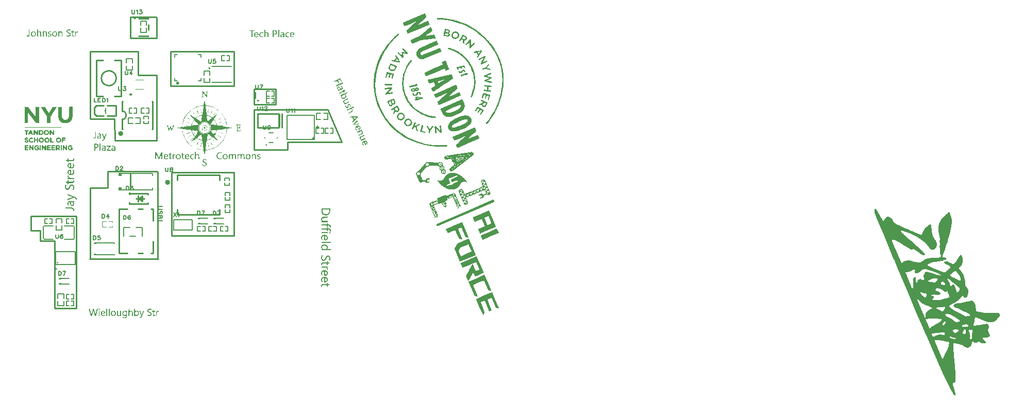
<source format=gto>
G04 Layer: TopSilkscreenLayer*
G04 EasyEDA Pro v2.1.49.1, 2024-02-28 13:49:17*
G04 Gerber Generator version 0.3*
G04 Scale: 100 percent, Rotated: No, Reflected: No*
G04 Dimensions in millimeters*
G04 Leading zeros omitted, absolute positions, 3 integers and 5 decimals*
%FSLAX35Y35*%
%MOMM*%
%ADD10C,0.1524*%
%ADD11C,0.15001*%
%ADD12C,0.245*%
%ADD13C,0.1*%
%ADD14C,0.254*%
%ADD15C,0.2*%
%ADD16C,0.203*%
%ADD17C,0.1547*%
%ADD18C,0.15199*%
%ADD19C,0.1016*%
%ADD20C,0.4*%
%ADD21C,0.24*%
%ADD22C,0.13251*%
G75*


G04 Image Start*
G36*
G01X3792322Y5880100D02*
G01X3779723Y5879948D01*
G01X3767074Y5879795D01*
G01X3775558Y5874868D01*
G01X3784092Y5869889D01*
G01Y5792724D01*
G01X3776777D01*
G01X3775304Y5792622D01*
G01X3773983Y5792318D01*
G01X3772713Y5791860D01*
G01X3771646Y5791251D01*
G01X3770732Y5790540D01*
G01X3770071Y5789727D01*
G01X3769665Y5788812D01*
G01X3769512Y5787847D01*
G01X3769970Y5786882D01*
G01X3771341Y5785968D01*
G01X3773475Y5785155D01*
G01X3776269Y5784494D01*
G01X3779672Y5783936D01*
G01X3787953Y5783275D01*
G01X3792576Y5783224D01*
G01X3815639Y5783478D01*
G01X3793795Y5798718D01*
G01X3793896Y5828487D01*
G01X3794049Y5858256D01*
G01X3809238Y5841238D01*
G01X3842614Y5803646D01*
G01X3853282Y5792114D01*
G01X3858971Y5786526D01*
G01X3861156Y5784596D01*
G01X3862019Y5783936D01*
G01X3863086Y5783224D01*
G01X3863340Y5783072D01*
G01X3863543Y5783021D01*
G01X3863696Y5782970D01*
G01X3864305Y5783885D01*
G01X3864813Y5786425D01*
G01X3865728Y5795772D01*
G01X3866591Y5826455D01*
G01Y5869889D01*
G01X3875075Y5874868D01*
G01X3883558Y5879795D01*
G01X3859327Y5879643D01*
G01X3835044Y5879490D01*
G01X3845966Y5875071D01*
G01X3856888Y5870702D01*
G01X3856736Y5837784D01*
G01X3856584Y5804814D01*
G01X3850640Y5812434D01*
G01X3818534Y5850077D01*
G37*
G36*
G01X3821582Y5742229D02*
G01X3821024Y5741721D01*
G01X3820211Y5739435D01*
G01X3818179Y5730189D01*
G01X3813200Y5698134D01*
G01X3807054Y5651754D01*
G01X3796792Y5649671D01*
G01X3775202Y5646166D01*
G01X3762553Y5644439D01*
G01X3746449Y5641899D01*
G01X3730447Y5638444D01*
G01X3714598Y5634177D01*
G01X3699002Y5629046D01*
G01X3681933Y5622493D01*
G01X3665169Y5614975D01*
G01X3648761Y5606542D01*
G01X3632759Y5597246D01*
G01X3615690Y5586120D01*
G01X3599129Y5574030D01*
G01X3583229Y5561025D01*
G01X3568040Y5547258D01*
G01X3553562Y5532628D01*
G01X3539846Y5517337D01*
G01X3526942Y5501335D01*
G01X3514954Y5484724D01*
G01X3503879Y5467553D01*
G01X3493821Y5449824D01*
G01X3485540Y5433314D01*
G01X3478124Y5416448D01*
G01X3471672Y5399278D01*
G01X3466186Y5381854D01*
G01X3462122Y5365953D01*
G01X3458870Y5349900D01*
G01X3456483Y5333746D01*
G01X3455873Y5328310D01*
G01X3453943Y5311242D01*
G01X3453130Y5306517D01*
G01X3452419Y5303418D01*
G01X3451860Y5301539D01*
G01X3451200Y5299862D01*
G01X3450488Y5298288D01*
G01X3449676Y5296865D01*
G01X3448761Y5295595D01*
G01X3448304Y5294986D01*
G01X3447186Y5293868D01*
G01X3446628Y5293360D01*
G01X3446018Y5292852D01*
G01X3444697Y5291938D01*
G01X3443630Y5291379D01*
G01X3458870D01*
G01Y5308346D01*
G01X3459023Y5312816D01*
G01X3459632Y5319776D01*
G01X3461512Y5331866D01*
G01X3465373Y5350459D01*
G01X3472840Y5378856D01*
G01X3482848Y5410302D01*
G01X3491027Y5432146D01*
G01X3497478Y5446979D01*
G01X3501085Y5454244D01*
G01X3506267Y5463489D01*
G01X3512871Y5473954D01*
G01X3521304Y5485841D01*
G01X3532175Y5499506D01*
G01X3548736Y5518252D01*
G01X3565703Y5535930D01*
G01X3611931Y5582615D01*
G01X3657956Y5604916D01*
G01X3678123Y5614010D01*
G01X3700272Y5622696D01*
G01X3723589Y5630520D01*
G01X3744163Y5636209D01*
G01X3759048Y5639511D01*
G01X3770071Y5641442D01*
G01X3777793Y5642356D01*
G01X3783787Y5642762D01*
G01X3788258D01*
G01X3791458Y5642610D01*
G01X3793642Y5642407D01*
G01X3795624Y5642051D01*
G01X3796843Y5641797D01*
G01X3797960Y5641442D01*
G01X3798976Y5641086D01*
G01X3799891Y5640680D01*
G01X3800704Y5640172D01*
G01X3801110Y5639968D01*
G01X3801466Y5639664D01*
G01X3801770Y5639410D01*
G01X3802075Y5639105D01*
G01X3802583Y5638495D01*
G01X3802786Y5638190D01*
G01X3802990Y5637835D01*
G01X3803142Y5637479D01*
G01X3803345Y5636768D01*
G01X3803447Y5636362D01*
G01Y5636006D01*
G01X3803498Y5635549D01*
G01X3803294Y5632958D01*
G01X3793846Y5566359D01*
G01X3784295Y5499760D01*
G01X3784143Y5498135D01*
G01Y5497728D01*
G01X3783330Y5495392D01*
G01X3781298Y5493461D01*
G01X3778250Y5492140D01*
G01X3774542Y5491683D01*
G01X3772865Y5491582D01*
G01X3769106Y5491175D01*
G01X3764737Y5490312D01*
G01X3757320Y5488330D01*
G01X3746144Y5484571D01*
G01X3731057Y5478424D01*
G01X3715969Y5471211D01*
G01X3704641Y5465064D01*
G01X3697021Y5460340D01*
G01X3690468Y5455717D01*
G01X3669995Y5440020D01*
G01X3638448Y5459070D01*
G01X3614420Y5474462D01*
G01X3601618Y5483555D01*
G01X3597250Y5487060D01*
G01X3595980Y5488178D01*
G01X3593795Y5490058D01*
G01X3591712Y5491683D01*
G01X3589884Y5492902D01*
G01X3589020Y5493360D01*
G01X3588258Y5493766D01*
G01X3587547Y5494020D01*
G01X3586937Y5494223D01*
G01X3586378Y5494325D01*
G01X3585921Y5494274D01*
G01X3585566Y5494172D01*
G01X3585261Y5493918D01*
G01X3585108Y5493563D01*
G01X3585058Y5493106D01*
G01X3585616Y5490616D01*
G01X3587242Y5487670D01*
G01X3589579Y5484622D01*
G01X3592474Y5481828D01*
G01X3594456Y5480050D01*
G01X3604920Y5469179D01*
G01X3624478Y5447284D01*
G01X3631743Y5438902D01*
G01X3680104D01*
G01X3681019Y5440172D01*
G01X3682289Y5441493D01*
G01X3683864Y5442966D01*
G01X3687877Y5446217D01*
G01X3695852Y5451602D01*
G01X3709162Y5459374D01*
G01X3728263Y5469128D01*
G01X3747719Y5477815D01*
G01X3758438Y5481930D01*
G01X3767734Y5484927D01*
G01X3772916Y5486146D01*
G01X3775151Y5486451D01*
G01X3777082Y5486603D01*
G01X3777793Y5486146D01*
G01X3856533D01*
G01X3874922Y5481218D01*
G01X3879088Y5479948D01*
G01X3886708Y5477053D01*
G01X3898392Y5471922D01*
G01X3910381Y5465877D01*
G01X3918763Y5461102D01*
G01X3932936Y5452161D01*
G01X3939083Y5447894D01*
G01X3941572Y5445912D01*
G01X3942944Y5444744D01*
G01X3943553Y5444134D01*
G01X3943756Y5443880D01*
G01X3943909Y5443626D01*
G01X3944010Y5443423D01*
G01Y5443271D01*
G01X3943198Y5442102D01*
G01X3940912Y5439816D01*
G01X3921709Y5423560D01*
G01X3884371Y5394655D01*
G01X3876091Y5388864D01*
G01X3873602Y5387391D01*
G01X3872484Y5387086D01*
G01X3871824Y5389067D01*
G01X3867760Y5410606D01*
G01X3859378Y5465826D01*
G01X3856533Y5486146D01*
G01X3777793D01*
G01X3778199Y5485892D01*
G01X3778910Y5483555D01*
G01X3779266Y5479593D01*
G01X3779215Y5473954D01*
G01X3777945Y5457749D01*
G01X3775151Y5434584D01*
G01X3767582Y5383428D01*
G01X3767226Y5381650D01*
G01X3767074Y5381193D01*
G01Y5381142D01*
G01X3767023Y5381092D01*
G01X3765550D01*
G01X3762400Y5382362D01*
G01X3751936Y5388000D01*
G01X3721608Y5407152D01*
G01X3692296Y5427726D01*
G01X3683051Y5435143D01*
G01X3680663Y5437581D01*
G01X3680104Y5438902D01*
G01X3631743D01*
G01X3649066Y5418887D01*
G01X3634130Y5394655D01*
G01X3630117Y5387696D01*
G01X3624326Y5376164D01*
G01X3617976Y5361788D01*
G01X3613302Y5349494D01*
G01X3610712Y5341569D01*
G01X3603447Y5316880D01*
G01X3610102D01*
G01X3615030Y5335067D01*
G01X3616350Y5339436D01*
G01X3620262Y5349850D01*
G01X3628238Y5367884D01*
G01X3638804Y5388661D01*
G01X3644494Y5398465D01*
G01X3648151Y5404104D01*
G01X3650183Y5406796D01*
G01X3651098Y5407812D01*
G01X3651860Y5408524D01*
G01X3652520Y5408981D01*
G01X3653079Y5409133D01*
G01X3654908Y5408574D01*
G01X3657194Y5407203D01*
G01X3659683Y5405120D01*
G01X3662070Y5402580D01*
G01X3663086Y5401208D01*
G01X3663899Y5399786D01*
G01X3664458Y5398364D01*
G01X3664864Y5396941D01*
G01X3664966Y5395620D01*
G01X3664864Y5394401D01*
G01X3664509Y5393334D01*
G01X3663899Y5392471D01*
G01X3662883Y5390439D01*
G01X3665474Y5390490D01*
G01X3666947Y5390083D01*
G01X3669436Y5388458D01*
G01X3672688Y5385664D01*
G01X3681070Y5377586D01*
G01X3701034Y5355946D01*
G01X3713836Y5340350D01*
G01X3716884Y5336184D01*
G01X3719068Y5332832D01*
G01X3720236Y5330495D01*
G01Y5329276D01*
G01X3718306Y5328260D01*
G01X3715055Y5327294D01*
G01X3705149Y5325466D01*
G01X3684981Y5323281D01*
G01X3663340Y5321960D01*
G01X3650742Y5321808D01*
G01X3645611Y5321960D01*
G01X3641496Y5322316D01*
G01X3638702Y5322875D01*
G01X3637331Y5323637D01*
G01X3636467Y5324856D01*
G01X3635705Y5325669D01*
G01X3635096Y5326177D01*
G01X3634588Y5326278D01*
G01X3634181Y5325974D01*
G01X3633927Y5325313D01*
G01X3633724Y5324297D01*
G01X3633673Y5322926D01*
G01X3633419Y5321706D01*
G01X3632708Y5320589D01*
G01X3631590Y5319522D01*
G01X3630168Y5318658D01*
G01X3628441Y5317896D01*
G01X3626409Y5317338D01*
G01X3624224Y5316982D01*
G01X3621837Y5316880D01*
G01X3610102D01*
G01X3603447D01*
G01X3602228Y5312766D01*
G01X3589172Y5310175D01*
G01X3587648Y5309921D01*
G01X3583991Y5309565D01*
G01X3577031Y5309464D01*
G01X3565804Y5310022D01*
G01X3553765Y5311292D01*
G01X3547821Y5312156D01*
G01X3526180Y5315204D01*
G01X3517392Y5316017D01*
G01X3513328Y5316169D01*
G01X3511448Y5316118D01*
G01X3510483Y5316068D01*
G01X3509670Y5315966D01*
G01X3509366Y5315915D01*
G01X3508858Y5315712D01*
G01X3508705Y5315610D01*
G01X3508604Y5315509D01*
G01X3508553Y5315407D01*
G01Y5315306D01*
G01X3508604Y5315153D01*
G01X3508705Y5315001D01*
G01X3508858Y5314848D01*
G01X3509061Y5314696D01*
G01X3509315Y5314493D01*
G01X3510026Y5314137D01*
G01X3510991Y5313731D01*
G01X3512871Y5313070D01*
G01X3517138Y5311750D01*
G01X3524402Y5309870D01*
G01X3548634Y5304079D01*
G01X3519526Y5300929D01*
G01X3483051Y5296052D01*
G01X3474618Y5294579D01*
G01X3458870Y5291379D01*
G01X3443630D01*
G01X3443173Y5291125D01*
G01X3441548Y5290414D01*
G01X3439770Y5289753D01*
G01X3437788Y5289144D01*
G01X3434537Y5288331D01*
G01X3429457Y5287467D01*
G01X3414725Y5285842D01*
G01X3404362Y5284927D01*
G01X3385820Y5282895D01*
G01X3377895Y5281625D01*
G01X3374339Y5280863D01*
G01X3721710D01*
G01X3721964Y5286248D01*
G01X3722522Y5291633D01*
G01X3723386Y5296916D01*
G01X3724554Y5302098D01*
G01X3725977Y5307228D01*
G01X3727653Y5312258D01*
G01X3729584Y5317185D01*
G01X3731768Y5322011D01*
G01X3734206Y5326685D01*
G01X3736848Y5331257D01*
G01X3739744Y5335626D01*
G01X3742842Y5339893D01*
G01X3747262Y5345328D01*
G01X3750869Y5349189D01*
G01X3754577Y5352847D01*
G01X3758540Y5356301D01*
G01X3762654Y5359603D01*
G01X3766922Y5362651D01*
G01X3771341Y5365496D01*
G01X3775913Y5368138D01*
G01X3780587Y5370474D01*
G01X3785464Y5372608D01*
G01X3790391Y5374488D01*
G01X3795471Y5376062D01*
G01X3800653Y5377383D01*
G01X3805936Y5378399D01*
G01X3811270Y5379110D01*
G01X3816706Y5379517D01*
G01X3822243Y5379618D01*
G01X3827831Y5379415D01*
G01X3833470Y5378856D01*
G01X3839108Y5377942D01*
G01X3844849Y5376723D01*
G01X3850589Y5375097D01*
G01X3852520Y5374437D01*
G01X3859479Y5371846D01*
G01X3866286Y5368696D01*
G01X3872789Y5365090D01*
G01X3879088Y5361076D01*
G01X3884981Y5356606D01*
G01X3890620Y5351780D01*
G01X3895801Y5346598D01*
G01X3900627Y5341112D01*
G01X3903167Y5337708D01*
G01X3916020D01*
G01X3938118Y5370982D01*
G01X3960266Y5404256D01*
G01X3968039Y5398211D01*
G01X3975811Y5392115D01*
G01X3969309Y5400396D01*
G01X3968090Y5402174D01*
G01X3967074Y5404104D01*
G01X3966312Y5406034D01*
G01X3965804Y5407965D01*
G01X3965550Y5409844D01*
G01Y5411622D01*
G01X3965854Y5413197D01*
G01X3966464Y5414569D01*
G01X3967378Y5415636D01*
G01X3968547Y5416245D01*
G01X3969868Y5416296D01*
G01X3971392Y5415839D01*
G01X3973119Y5414874D01*
G01X3974948Y5413451D01*
G01X3976929Y5411572D01*
G01X3979062Y5409184D01*
G01X3983736Y5403139D01*
G01X3988816Y5395366D01*
G01X3997096Y5380787D01*
G01X3999992Y5375148D01*
G01X4004564Y5365394D01*
G01X4009288Y5353660D01*
G01X4012641Y5343906D01*
G01X4014114Y5338775D01*
G01X4014521Y5336997D01*
G01X4018026Y5320741D01*
G01X4009034Y5323281D01*
G01X4004513Y5324297D01*
G01X3958031Y5331765D01*
G01X3916020Y5337708D01*
G01X3903167D01*
G01X3904945Y5335321D01*
G01X3907587Y5331308D01*
G01X3909974Y5327193D01*
G01X3911092Y5325059D01*
G01X3921557Y5304739D01*
G01X3920033Y5246726D01*
G01X3910889Y5231892D01*
G01X3919474D01*
G01X3954932Y5237328D01*
G01X3996995Y5242865D01*
G01X4003700Y5243373D01*
G01X4017061Y5244033D01*
G01Y5234991D01*
G01X4016959Y5233721D01*
G01X4016705Y5232197D01*
G01X4015638Y5228336D01*
G01X4012946Y5220767D01*
G01X4006240Y5205171D01*
G01X3994658Y5181549D01*
G01X3986632Y5167274D01*
G01X3982618Y5161077D01*
G01X3981501Y5159502D01*
G01X3980434Y5158283D01*
G01X3979570Y5157368D01*
G01X3978808Y5156810D01*
G01X3978199Y5156606D01*
G01X3976726Y5156759D01*
G01X3975405Y5157064D01*
G01X3974236Y5157622D01*
G01X3973170Y5158334D01*
G01X3972306Y5159248D01*
G01X3971595Y5160315D01*
G01X3971087Y5161483D01*
G01X3970680Y5162753D01*
G01X3970477Y5164176D01*
G01Y5165598D01*
G01X3970630Y5167122D01*
G01X3970934Y5168697D01*
G01X3971442Y5170322D01*
G01X3972154Y5171897D01*
G01X3973068Y5173472D01*
G01X3974186Y5175047D01*
G01X3980637Y5183327D01*
G01X3964788Y5170932D01*
G01X3919474Y5231892D01*
G01X3910889D01*
G01X3906520Y5224780D01*
G01X3903472Y5220157D01*
G01X3900272Y5215788D01*
G01X3896868Y5211623D01*
G01X3893312Y5207711D01*
G01X3889654Y5204054D01*
G01X3885794Y5200650D01*
G01X3881831Y5197500D01*
G01X3877716Y5194554D01*
G01X3873551Y5191862D01*
G01X3869233Y5189372D01*
G01X3864813Y5187188D01*
G01X3860343Y5185207D01*
G01X3855771Y5183429D01*
G01X3849573Y5181498D01*
G01X3843274Y5179924D01*
G01X3836924Y5178806D01*
G01X3830523Y5178095D01*
G01X3824072Y5177841D01*
G01X3817620Y5177942D01*
G01X3811219Y5178501D01*
G01X3804818Y5179416D01*
G01X3798519Y5180787D01*
G01X3792271Y5182514D01*
G01X3786124Y5184699D01*
G01X3780130Y5187290D01*
G01X3774288Y5190236D01*
G01X3768598Y5193640D01*
G01X3764432Y5196383D01*
G01X3760419Y5199431D01*
G01X3756558Y5202682D01*
G01X3752799Y5206136D01*
G01X3749192Y5209794D01*
G01X3745789Y5213706D01*
G01X3742487Y5217820D01*
G01X3739388Y5222189D01*
G01X3736492Y5226761D01*
G01X3733800Y5231536D01*
G01X3731260Y5236566D01*
G01X3728872Y5242103D01*
G01X3726790Y5247640D01*
G01X3725113Y5253228D01*
G01X3723792Y5258765D01*
G01X3722776Y5264353D01*
G01X3722116Y5269890D01*
G01X3721760Y5275377D01*
G01X3721710Y5280863D01*
G01X3374339D01*
G01X3373882Y5280762D01*
G01X3371596Y5280101D01*
G01X3370377Y5279644D01*
G01X3369869Y5279441D01*
G01X3369412Y5279187D01*
G01X3369056Y5278984D01*
G01X3368700Y5278730D01*
G01X3368497Y5278526D01*
G01X3368294Y5278272D01*
G01X3368192Y5278069D01*
G01X3368142Y5277815D01*
G01Y5277612D01*
G01X3368243Y5277358D01*
G01X3368396Y5277155D01*
G01X3368599Y5276901D01*
G01X3368904Y5276698D01*
G01X3369208Y5276444D01*
G01X3369666Y5276240D01*
G01X3370682Y5275783D01*
G01X3371952Y5275326D01*
G01X3374390Y5274666D01*
G01X3378556Y5273751D01*
G01X3388360Y5272227D01*
G01X3399384Y5270906D01*
G01X3433928Y5266639D01*
G01X3441802Y5265268D01*
G01X3443072Y5264963D01*
G01X3451403Y5262982D01*
G01X3458870D01*
G01X3484321Y5260137D01*
G01X3496158Y5258460D01*
G01X3506978Y5256378D01*
G01X3512820Y5254904D01*
G01X3515817Y5253990D01*
G01X3517036Y5253482D01*
G01X3518002Y5253076D01*
G01X3519983Y5252212D01*
G01X3522472Y5251450D01*
G01X3528670Y5250129D01*
G01X3535680Y5249215D01*
G01X3542792Y5248859D01*
G01X3553409Y5248504D01*
G01X3574390Y5246726D01*
G01X3581756Y5245811D01*
G01X3604108Y5242763D01*
G01X3607511Y5232552D01*
G01X3614166D01*
G01X3614318Y5233924D01*
G01X3614674Y5235143D01*
G01X3615385Y5236210D01*
G01X3616503Y5237074D01*
G01X3617976Y5237734D01*
G01X3619957Y5238191D01*
G01X3622446Y5238496D01*
G01X3625494Y5238598D01*
G01X3633521Y5238242D01*
G01X3658464Y5235346D01*
G01X3676244Y5232806D01*
G01X3701999Y5228336D01*
G01X3711092Y5226304D01*
G01X3714699Y5225288D01*
G01X3715969Y5224831D01*
G01X3716477Y5224628D01*
G01X3717188Y5224272D01*
G01X3717392Y5224120D01*
G01X3717493Y5223916D01*
G01X3717188Y5222545D01*
G01X3715817Y5219700D01*
G01X3706825Y5204003D01*
G01X3692449Y5181346D01*
G01X3666338Y5141671D01*
G01X3657194Y5149952D01*
G01X3656127Y5150968D01*
G01X3653739Y5153914D01*
G01X3649421Y5160112D01*
G01X3640887Y5174234D01*
G01X3628390Y5197653D01*
G01X3619449Y5216550D01*
G01X3616350Y5224221D01*
G01X3614979Y5228336D01*
G01X3614572Y5230012D01*
G01X3614268Y5231435D01*
G01X3614166Y5232552D01*
G01X3607511D01*
G01X3614014Y5213045D01*
G01X3616401Y5206594D01*
G01X3620973Y5195976D01*
G01X3627476Y5183073D01*
G01X3633521Y5172507D01*
G01X3638601Y5164531D01*
G01X3642563Y5159045D01*
G01X3661207Y5134762D01*
G01X3648100Y5116017D01*
G01X3691179D01*
G01X3729126Y5145583D01*
G01X3749192Y5160416D01*
G01X3759454Y5167224D01*
G01X3763975Y5169916D01*
G01X3766668Y5171288D01*
G01X3768039Y5171846D01*
G01X3768598Y5171999D01*
G01X3769055Y5172100D01*
G01X3769462Y5172151D01*
G01X3769766Y5172100D01*
G01X3769970Y5171999D01*
G01X3770630Y5170424D01*
G01X3771494Y5167325D01*
G01X3774745Y5150155D01*
G01X3778352Y5125364D01*
G01X3781806Y5092649D01*
G01X3782212Y5084216D01*
G01Y5081880D01*
G01X3782162Y5080813D01*
G01X3782060Y5080457D01*
G01X3782009Y5080152D01*
G01X3781908Y5080000D01*
G01X3780688Y5079543D01*
G01X3778504D01*
G01X3775456Y5079949D01*
G01X3767226Y5081778D01*
G01X3751326Y5086706D01*
G01X3733902Y5093157D01*
G01X3717950Y5100218D01*
G01X3709721Y5104638D01*
G01X3691179Y5116017D01*
G01X3648100D01*
G01X3634740Y5096866D01*
G01X3619348Y5073752D01*
G01X3613810Y5064455D01*
G01X3611728Y5060594D01*
G01X3611016Y5059070D01*
G01X3610610Y5057953D01*
G01X3610458Y5057496D01*
G01X3610407Y5057140D01*
G01Y5056886D01*
G01X3610508Y5056734D01*
G01X3611677Y5056835D01*
G01X3614217Y5058105D01*
G01X3622599Y5063541D01*
G01X3648507Y5083099D01*
G01X3684321Y5111801D01*
G01X3708705Y5098186D01*
G01X3718408Y5093157D01*
G01X3732327Y5086807D01*
G01X3744519Y5081981D01*
G01X3752596Y5079238D01*
G01X3753409Y5078984D01*
G01X3861714D01*
G01Y5088941D01*
G01X3861816Y5091633D01*
G01X3863645Y5108651D01*
G01X3871519Y5161737D01*
G01X3873652Y5172608D01*
G01X3874313Y5175148D01*
G01X3875126Y5177434D01*
G01X3876345Y5178755D01*
G01X3878224Y5179009D01*
G01X3881222Y5177993D01*
G01X3885692Y5175504D01*
G01X3911600Y5157521D01*
G01X3934816Y5140960D01*
G01X3928618Y5132984D01*
G01X3922420Y5125060D01*
G01X3930701Y5131562D01*
G01X3932225Y5132629D01*
G01X3933800Y5133543D01*
G01X3935374Y5134254D01*
G01X3936949Y5134762D01*
G01X3938524Y5135067D01*
G01X3940048Y5135220D01*
G01X3941521D01*
G01X3942893Y5135016D01*
G01X3944214Y5134712D01*
G01X3945382Y5134153D01*
G01X3946449Y5133492D01*
G01X3947363Y5132680D01*
G01X3948074Y5131664D01*
G01X3948633Y5130546D01*
G01X3948989Y5129276D01*
G01X3949090Y5127854D01*
G01X3948684Y5126431D01*
G01X3947516Y5124704D01*
G01X3945585Y5122621D01*
G01X3943045Y5120335D01*
G01X3936289Y5115103D01*
G01X3927704Y5109413D01*
G01X3912768Y5100676D01*
G01X3896868Y5092751D01*
G01X3886606Y5088433D01*
G01X3861714Y5078984D01*
G01X3753409D01*
G01X3754933Y5078527D01*
G01X3767074Y5075022D01*
G01X3769970Y5073955D01*
G01X3771697Y5073193D01*
G01X3773373Y5072380D01*
G01X3774846Y5071516D01*
G01X3776269Y5070500D01*
G01X3777590Y5069383D01*
G01X3778758Y5068113D01*
G01X3779926Y5066690D01*
G01X3780942Y5065116D01*
G01X3781958Y5063388D01*
G01X3782873Y5061407D01*
G01X3783736Y5059223D01*
G01X3785006Y5055464D01*
G01X3786530Y5049520D01*
G01X3789172Y5036109D01*
G01X3795928Y4991354D01*
G01X3806495Y4918710D01*
G01X3836213D01*
G01X3839007Y4936896D01*
G01X3850030Y5013909D01*
G01X3858260Y5072736D01*
G01X3883914Y5080813D01*
G01X3889604Y5082794D01*
G01X3899205Y5086807D01*
G01X3911194Y5092497D01*
G01X3922979Y5098898D01*
G01X3932072Y5104435D01*
G01X3934765Y5106264D01*
G01X3959962Y5123586D01*
G01X3972763Y5114442D01*
G01X4011016Y5086858D01*
G01X4018077Y5081981D01*
G01X4023512Y5078679D01*
G01X4027526Y5076444D01*
G01X4030370Y5075123D01*
G01X4032250Y5074310D01*
G01X4033876Y5073752D01*
G01X4034790Y5073498D01*
G01X4035654Y5073294D01*
G01X4036009Y5073244D01*
G01X4036924D01*
G01X4037178Y5073294D01*
G01X4037381Y5073345D01*
G01X4037686Y5073548D01*
G01X4037787Y5073701D01*
G01X4037838Y5073853D01*
G01X4037889Y5074056D01*
G01Y5074260D01*
G01X4037787Y5074768D01*
G01X4037635Y5075022D01*
G01X4037482Y5075377D01*
G01X4036771Y5076444D01*
G01X4036111Y5077308D01*
G01X4034790Y5078730D01*
G01X4032352Y5081067D01*
G01X4029202Y5083810D01*
G01X4027729Y5085131D01*
G01X4026357Y5086553D01*
G01X4025138Y5088128D01*
G01X4024071Y5089652D01*
G01X4023208Y5091227D01*
G01X4022547Y5092700D01*
G01X4022141Y5094072D01*
G01X4021988Y5095291D01*
G01X4022242Y5097323D01*
G01X4023004Y5098085D01*
G01X4024122Y5097628D01*
G01X4025697Y5095951D01*
G01X4026662Y5094783D01*
G01X4029812Y5091582D01*
G01X4036568Y5085537D01*
G01X4041699Y5081372D01*
G01Y5083048D01*
G01X4024224Y5100777D01*
G01X3994709Y5130851D01*
G01X3989426Y5136845D01*
G01X3988105Y5138471D01*
G01X3981856Y5147005D01*
G01X3993947Y5165242D01*
G01X3998011Y5172050D01*
G01X4004158Y5183835D01*
G01X4011828Y5200701D01*
G01X4017112Y5213909D01*
G01X4022903Y5228742D01*
G01X4027272Y5238394D01*
G01X4029659Y5242916D01*
G01X4030878Y5244897D01*
G01X4031539Y5245913D01*
G01X4031894Y5246319D01*
G01X4032199Y5246675D01*
G01X4032453Y5246929D01*
G01X4032707Y5247132D01*
G01X4034688Y5247843D01*
G01X4038092Y5248402D01*
G01X4048455Y5249316D01*
G01X4077818Y5250028D01*
G01X4108602Y5249164D01*
G01X4120794Y5248199D01*
G01X4125366Y5247538D01*
G01X4128770Y5246827D01*
G01X4140860Y5243373D01*
G01X4133545Y5248504D01*
G01X4131869Y5249520D01*
G01X4129786Y5250536D01*
G01X4127398Y5251501D01*
G01X4124858Y5252314D01*
G01X4122166Y5253076D01*
G01X4119423Y5253685D01*
G01X4116730Y5254142D01*
G01X4114140Y5254447D01*
G01X4113022Y5255920D01*
G01X4125722Y5258460D01*
G01X4167937Y5262677D01*
G01X4185310Y5263439D01*
G01X4181094Y5230673D01*
G01X4178452Y5213807D01*
G01X4174998Y5197145D01*
G01X4170375Y5179314D01*
G01X4164787Y5161788D01*
G01X4158285Y5144618D01*
G01X4150868Y5127752D01*
G01X4142638Y5111344D01*
G01X4133545Y5095291D01*
G01X4123690Y5079746D01*
G01X4113022Y5064709D01*
G01X4100678Y5049114D01*
G01X4087470Y5034128D01*
G01X4073500Y5019904D01*
G01X4059784Y5007305D01*
G01X4045458Y4995418D01*
G01X4030472Y4984242D01*
G01X4014927Y4973777D01*
G01X3998773Y4964125D01*
G01X3982110Y4955235D01*
G01X3971595Y4950206D01*
G01X3957218Y4944161D01*
G01X3937356Y4936947D01*
G01X3914394Y4929988D01*
G01X3891890Y4924349D01*
G01X3874821Y4920996D01*
G01X3863035Y4919370D01*
G01X3855618Y4918812D01*
G01X3851656Y4918710D01*
G01X3836213D01*
G01X3806495D01*
G01X3806647Y4917542D01*
G01X3774846Y4920793D01*
G01X3759403Y4922825D01*
G01X3744011Y4925619D01*
G01X3728720Y4929276D01*
G01X3712159Y4934153D01*
G01X3695751Y4939894D01*
G01X3679596Y4946498D01*
G01X3662324Y4954626D01*
G01X3645459Y4963617D01*
G01X3629000Y4973574D01*
G01X3613048Y4984344D01*
G01X3596386Y4996891D01*
G01X3580435Y5010302D01*
G01X3566262Y5023561D01*
G01X3552800Y5037480D01*
G01X3540049Y5052009D01*
G01X3528111Y5067198D01*
G01X3517036Y5082896D01*
G01X3507588Y5097882D01*
G01X3499002Y5113325D01*
G01X3491230Y5129073D01*
G01X3487674Y5137099D01*
G01X3481426Y5153000D01*
G01X3473755Y5176063D01*
G01X3467202Y5199634D01*
G01X3462630Y5220056D01*
G01X3460344Y5233467D01*
G01X3459328Y5242306D01*
G01X3458972Y5247488D01*
G01X3458921Y5249875D01*
G01X3458870Y5262982D01*
G01X3451403D01*
G01X3453994Y5262372D01*
G01Y5246726D01*
G01X3454197Y5241747D01*
G01X3455213Y5232756D01*
G01X3457804Y5218379D01*
G01X3463798Y5193335D01*
G01X3473044Y5162398D01*
G01X3481984Y5137506D01*
G01X3488131Y5123231D01*
G01X3496412Y5106568D01*
G01X3505556Y5090465D01*
G01X3515411Y5074920D01*
G01X3525977Y5059934D01*
G01X3537306Y5045558D01*
G01X3549244Y5031791D01*
G01X3561893Y5018684D01*
G01X3576168Y5005324D01*
G01X3591154Y4992726D01*
G01X3606749Y4980991D01*
G01X3623005Y4970069D01*
G01X3639871Y4960010D01*
G01X3657244Y4950866D01*
G01X3675177Y4942637D01*
G01X3693566Y4935322D01*
G01X3712413Y4929022D01*
G01X3731717Y4923688D01*
G01X3749954Y4919624D01*
G01X3767074Y4916678D01*
G01X3805885Y4910938D01*
G01X3813810Y4865065D01*
G01X3819398Y4836160D01*
G01X3821074Y4829353D01*
G01X3821684Y4827219D01*
G01X3821887Y4826762D01*
G01X3822040Y4826356D01*
G01X3822192Y4826102D01*
G01X3822344Y4825949D01*
G01X3822446Y4825898D01*
G01X3822548Y4825949D01*
G01X3822649Y4826152D01*
G01X3822700Y4826457D01*
G01X3829355Y4872584D01*
G01X3835095Y4911446D01*
G01X3864559Y4914697D01*
G01X3883558Y4917288D01*
G01X3902304Y4920894D01*
G01X3920642Y4925466D01*
G01X3938676Y4931004D01*
G01X3956304Y4937455D01*
G01X3973474Y4944770D01*
G01X3990238Y4952949D01*
G01X4006494Y4961941D01*
G01X4022293Y4971745D01*
G01X4037533Y4982362D01*
G01X4052214Y4993691D01*
G01X4066337Y5005781D01*
G01X4081170Y5019853D01*
G01X4095191Y5034788D01*
G01X4108450Y5050485D01*
G01X4120794Y5066894D01*
G01X4132326Y5084064D01*
G01X4142943Y5101844D01*
G01X4151732Y5118608D01*
G01X4159707Y5135880D01*
G01X4166870Y5153609D01*
G01X4173118Y5171745D01*
G01X4178503Y5190338D01*
G01X4182974Y5209337D01*
G01X4186530Y5228742D01*
G01X4191762Y5264455D01*
G01X4191813Y5265014D01*
G01Y5265166D01*
G01X4192575Y5265725D01*
G01X4194759Y5266334D01*
G01X4202836Y5267808D01*
G01X4229405Y5270906D01*
G01X4253484Y5273599D01*
G01X4262730Y5275072D01*
G01X4267708Y5276190D01*
G01X4270045Y5276850D01*
G01X4271366Y5277307D01*
G01X4272432Y5277714D01*
G01X4272890Y5277968D01*
G01X4273296Y5278171D01*
G01X4273601Y5278374D01*
G01X4273906Y5278628D01*
G01X4274160Y5278831D01*
G01X4274464Y5279238D01*
G01X4274515Y5279492D01*
G01Y5279695D01*
G01X4274464Y5279898D01*
G01X4274363Y5280101D01*
G01X4274210Y5280355D01*
G01X4274007Y5280558D01*
G01X4273753Y5280762D01*
G01X4273398Y5280965D01*
G01X4272077Y5281625D01*
G01X4270908Y5282032D01*
G01X4268724Y5282641D01*
G01X4265016Y5283454D01*
G01X4259072Y5284419D01*
G01X4136085Y5303520D01*
G01X4128364Y5305196D01*
G01X4126484Y5305704D01*
G01X4126281Y5305755D01*
G01X4116578Y5308854D01*
G01X4128719Y5312562D01*
G01X4127551Y5314544D01*
G01X4106875Y5313934D01*
G01X4091991Y5313324D01*
G01X4074719Y5313426D01*
G01X4060901Y5314290D01*
G01X4053840Y5315102D01*
G01X4051503Y5315458D01*
G01X4030116Y5319420D01*
G01X4016350Y5353355D01*
G01X4009034Y5369966D01*
G01X3999789Y5388458D01*
G01X3992626Y5401056D01*
G01X3989426Y5405984D01*
G01X3988714Y5407050D01*
G01X3974795Y5426812D01*
G01X4000551Y5464099D01*
G01X4016654Y5488229D01*
G01X4019550Y5493207D01*
G01X4020668Y5495493D01*
G01X4021176Y5496712D01*
G01X4021328Y5497220D01*
G01X4021430Y5497678D01*
G01X4021480Y5498084D01*
G01Y5498440D01*
G01X4021430Y5498694D01*
G01X4021328Y5498897D01*
G01X4021176Y5499100D01*
G01X4020972Y5499202D01*
G01X4020718Y5499252D01*
G01X4020363D01*
G01X4020007Y5499151D01*
G01X4019550Y5499049D01*
G01X4019093Y5498846D01*
G01X4017924Y5498338D01*
G01X4016553Y5497576D01*
G01X4013098Y5495341D01*
G01X4003446Y5488280D01*
G01X3986022Y5474614D01*
G01X3952596Y5447894D01*
G01X3937508Y5457901D01*
G01X3930193Y5462422D01*
G01X3917188Y5469585D01*
G01X3900373Y5477713D01*
G01X3884066Y5484622D01*
G01X3873856Y5488280D01*
G01X3868674Y5489753D01*
G01X3867201Y5490159D01*
G01X3865778Y5490667D01*
G01X3864458Y5491277D01*
G01X3863238Y5491937D01*
G01X3862121Y5492699D01*
G01X3861054Y5493512D01*
G01X3860089Y5494477D01*
G01X3859225Y5495493D01*
G01X3858412Y5496662D01*
G01X3857650Y5497932D01*
G01X3856990Y5499303D01*
G01X3856380Y5500776D01*
G01X3855872Y5502351D01*
G01X3854958Y5505958D01*
G01X3854602Y5507939D01*
G01X3838042Y5631840D01*
G01X3837483Y5637327D01*
G01Y5638190D01*
G01X3838143Y5639613D01*
G01X3840023Y5640730D01*
G01X3843071Y5641442D01*
G01X3847186Y5641797D01*
G01X3852164Y5641848D01*
G01X3864559Y5641086D01*
G01X3879342Y5639156D01*
G01X3904234Y5634380D01*
G01X3929786Y5627675D01*
G01X3937914Y5625084D01*
G01X3955491Y5618683D01*
G01X3972611Y5611470D01*
G01X3989172Y5603494D01*
G01X4005174Y5594706D01*
G01X4020668Y5585206D01*
G01X4035552Y5574944D01*
G01X4049878Y5563921D01*
G01X4063594Y5552288D01*
G01X4076700Y5539943D01*
G01X4089146Y5526938D01*
G01X4100932Y5513324D01*
G01X4112006Y5499049D01*
G01X4122420Y5484266D01*
G01X4132885Y5467553D01*
G01X4142486Y5450230D01*
G01X4151173Y5432298D01*
G01X4158996Y5413807D01*
G01X4165854Y5394757D01*
G01X4171798Y5375148D01*
G01X4176725Y5355082D01*
G01X4179519Y5340858D01*
G01X4186072Y5304739D01*
G01X4186530Y5323434D01*
G01X4186479Y5328310D01*
G01X4185869Y5336438D01*
G01X4184701Y5345430D01*
G01X4182212Y5358536D01*
G01X4177843Y5376215D01*
G01X4172255Y5394706D01*
G01X4165549Y5413299D01*
G01X4158031Y5431333D01*
G01X4150157Y5447538D01*
G01X4140810Y5464556D01*
G01X4130548Y5481015D01*
G01X4119423Y5496966D01*
G01X4107536Y5512257D01*
G01X4094886Y5526938D01*
G01X4081526Y5540959D01*
G01X4066388Y5555285D01*
G01X4050589Y5568696D01*
G01X4034130Y5581244D01*
G01X4018280Y5592013D01*
G01X4002024Y5601970D01*
G01X3985311Y5611012D01*
G01X3968242Y5619140D01*
G01X3950818Y5626303D01*
G01X3934511Y5632094D01*
G01X3918001Y5636971D01*
G01X3901338Y5640934D01*
G01X3885895Y5643829D01*
G01X3870401Y5645861D01*
G01X3869030Y5646014D01*
G01X3835044Y5649468D01*
G01X3829456Y5694731D01*
G01X3824021Y5731866D01*
G01X3822700Y5738724D01*
G01X3822141Y5740857D01*
G01X3821836Y5741772D01*
G01X3821684Y5742076D01*
G37*
G36*
G01X3888537Y5592674D02*
G01X3887419Y5591962D01*
G01X3885794Y5588559D01*
G01X3883863Y5583022D01*
G01X3881882Y5575910D01*
G01X3874821Y5545734D01*
G01X3872789Y5534304D01*
G01X3872230Y5529986D01*
G01X3872128Y5528158D01*
G01Y5526786D01*
G01X3872179Y5526532D01*
G01X3872332Y5525922D01*
G01X3872382Y5525821D01*
G01X3872535Y5525668D01*
G01X3872636Y5525618D01*
G01X3872738D01*
G01X3872890Y5525668D01*
G01X3872992Y5525770D01*
G01X3873144Y5525872D01*
G01X3873957Y5527192D01*
G01X3874973Y5529682D01*
G01X3877462Y5537505D01*
G01X3883152Y5559704D01*
G01X3887673Y5581752D01*
G01X3888740Y5589270D01*
G01X3888842Y5591556D01*
G37*
G36*
G01X3755949Y5588559D02*
G01X3755898Y5588508D01*
G01X3755796Y5588457D01*
G01X3755695Y5588254D01*
G01X3755593Y5587949D01*
G01X3755542Y5587594D01*
G01X3755390Y5586832D01*
G01X3755339Y5585917D01*
G01Y5583377D01*
G01X3756050Y5576164D01*
G01X3758590Y5561889D01*
G01X3763416Y5541721D01*
G01X3765855Y5533492D01*
G01X3767023Y5530240D01*
G01X3768039Y5527751D01*
G01X3768954Y5526176D01*
G01X3769716Y5525668D01*
G01X3770630Y5527853D01*
G01X3770274Y5533847D01*
G01X3768852Y5542737D01*
G01X3766363Y5553558D01*
G01X3758743Y5582260D01*
G01X3757574Y5585765D01*
G01X3757066Y5587086D01*
G01X3756609Y5588000D01*
G01X3756406Y5588305D01*
G01X3756355Y5588406D01*
G01X3756152Y5588508D01*
G01X3756101Y5588559D01*
G37*
G36*
G01X3950208Y5569356D02*
G01X3949192Y5568747D01*
G01X3947719Y5566969D01*
G01X3945890Y5564226D01*
G01X3941318Y5556098D01*
G01X3933292Y5539384D01*
G01X3924656Y5518760D01*
G01X3922725Y5513426D01*
G01X3922166Y5511495D01*
G01X3921912Y5510530D01*
G01X3921811Y5509768D01*
G01X3921760Y5509463D01*
G01Y5509260D01*
G01X3921811Y5509057D01*
G01X3921862Y5508955D01*
G01X3921963Y5508904D01*
G01X3922065D01*
G01X3922370Y5509057D01*
G01X3922573Y5509260D01*
G01X3922776Y5509514D01*
G01X3923284Y5510124D01*
G01X3924249Y5511546D01*
G01X3926383Y5515051D01*
G01X3933342Y5527904D01*
G01X3938372Y5537962D01*
G01X3945331Y5552897D01*
G01X3948633Y5561178D01*
G01X3949852Y5564784D01*
G01X3950259Y5566258D01*
G01X3950513Y5567426D01*
G01X3950614Y5567934D01*
G01Y5568696D01*
G01X3950564Y5569001D01*
G01X3950513Y5569204D01*
G01X3950360Y5569306D01*
G37*
G36*
G01X3693922Y5569356D02*
G01X3692550Y5568290D01*
G01X3692195Y5565699D01*
G01X3692652Y5563768D01*
G01X3695090Y5557266D01*
G01X3703980Y5537962D01*
G01X3713988Y5518506D01*
G01X3717900Y5511902D01*
G01X3719322Y5509870D01*
G01X3720236Y5508955D01*
G01X3720592Y5509260D01*
G01X3720389Y5510987D01*
G01X3719678Y5513629D01*
G01X3717036Y5521300D01*
G01X3708603Y5541620D01*
G01X3699459Y5560822D01*
G01X3696005Y5567020D01*
G01X3694735Y5568747D01*
G37*
G36*
G01X3634130Y5539892D02*
G01X3634080Y5539842D01*
G01X3633978Y5539791D01*
G01X3633927Y5539689D01*
G01X3633876Y5539638D01*
G01X3633826Y5539537D01*
G01X3633775Y5539384D01*
G01X3633724Y5539283D01*
G01X3633673Y5539130D01*
G01X3633622Y5538775D01*
G01Y5538419D01*
G01X3633572Y5537962D01*
G01X3634029Y5536540D01*
G01X3635248Y5534152D01*
G01X3639617Y5527142D01*
G01X3653079Y5508092D01*
G01X3667201Y5490007D01*
G01X3672434Y5484165D01*
G01X3674212Y5482539D01*
G01X3675278Y5481930D01*
G01X3676244Y5483606D01*
G01X3673602Y5488991D01*
G01X3656178Y5513527D01*
G01X3639515Y5535066D01*
G01X3637483Y5537403D01*
G01X3636416Y5538521D01*
G01X3635350Y5539435D01*
G01X3634994Y5539689D01*
G01X3634842Y5539740D01*
G01X3634689Y5539842D01*
G01X3634588D01*
G01X3634435Y5539892D01*
G37*
G36*
G01X4007104Y5537556D02*
G01X4006748Y5537505D01*
G01X4006393Y5537302D01*
G01X4005885Y5536997D01*
G01X4005326Y5536540D01*
G01X4003954Y5535270D01*
G01X4001364Y5532476D01*
G01X3995623Y5525364D01*
G01X3986733Y5513273D01*
G01X3974490Y5494985D01*
G01X3970325Y5488026D01*
G01X3969360Y5486146D01*
G01X3968902Y5485181D01*
G01X3968598Y5484470D01*
G01X3968547Y5484216D01*
G01X3968496Y5484012D01*
G01X3969766Y5484165D01*
G01X3973017Y5487264D01*
G01X3983431Y5499456D01*
G01X3995115Y5514696D01*
G01X3999941Y5521706D01*
G01X4003345Y5527294D01*
G01X4005682Y5531815D01*
G01X4006647Y5534101D01*
G01X4007002Y5535016D01*
G01X4007256Y5535778D01*
G01X4007409Y5536387D01*
G01X4007460Y5536895D01*
G01X4007409Y5537251D01*
G01X4007307Y5537454D01*
G37*
G36*
G01X4058717Y5496509D02*
G01X4057498Y5496001D01*
G01X4055364Y5494528D01*
G01X4048811Y5489194D01*
G01X4030066Y5471617D01*
G01X4004920Y5446776D01*
G01X4024325Y5461406D01*
G01X4035908Y5470601D01*
G01X4046017Y5479542D01*
G01X4052824Y5486197D01*
G01X4055923Y5489651D01*
G01X4057498Y5491582D01*
G01X4058666Y5493258D01*
G01X4059123Y5494020D01*
G01X4059428Y5494630D01*
G01X4059631Y5495188D01*
G01X4059733Y5495646D01*
G01X4059682Y5496052D01*
G01X4059479Y5496306D01*
G01X4059174Y5496458D01*
G37*
G36*
G01X4093718Y5442255D02*
G01X4091889Y5441645D01*
G01X4083660Y5436972D01*
G01X4066743Y5426456D01*
G01X4045966Y5412994D01*
G01X4041038Y5409489D01*
G01X4039718Y5408422D01*
G01X4039108Y5407863D01*
G01X4038905Y5407609D01*
G01X4038600Y5407203D01*
G01X4038549Y5407101D01*
G01X4038498Y5406949D01*
G01X4038549Y5406898D01*
G01X4038651Y5406847D01*
G01X4038803Y5406796D01*
G01X4039006D01*
G01X4039260Y5406847D01*
G01X4039921Y5407050D01*
G01X4041292Y5407558D01*
G01X4044645Y5409032D01*
G01X4058158Y5415839D01*
G01X4064406Y5419192D01*
G01X4078834Y5427472D01*
G01X4087774Y5433212D01*
G01X4091026Y5435600D01*
G01X4092854Y5437073D01*
G01X4093769Y5437937D01*
G01X4094124Y5438292D01*
G01X4094378Y5438597D01*
G01X4094582Y5438902D01*
G01X4094683Y5439156D01*
G01X4094734Y5439359D01*
G01Y5440934D01*
G01X4094531Y5441950D01*
G37*
G36*
G01X3546958Y5440375D02*
G01X3546602Y5440274D01*
G01X3546348Y5440070D01*
G01X3546297Y5439715D01*
G01X3546907Y5438648D01*
G01X3548685Y5436972D01*
G01X3551479Y5434838D01*
G01X3559708Y5429453D01*
G01X3576625Y5419903D01*
G01X3590595Y5412892D01*
G01X3594557Y5411165D01*
G01X3595675Y5410759D01*
G01X3596538Y5410505D01*
G01X3596843Y5410454D01*
G01X3597097Y5410403D01*
G01X3597250Y5410454D01*
G01X3597351Y5410505D01*
G01Y5410606D01*
G01X3597300Y5410759D01*
G01X3597148Y5410962D01*
G01X3596894Y5411165D01*
G01X3596234Y5411775D01*
G01X3595167Y5412588D01*
G01X3580587Y5422697D01*
G01X3566363Y5431485D01*
G01X3557575Y5436311D01*
G01X3553257Y5438394D01*
G01X3550869Y5439410D01*
G01X3548939Y5440070D01*
G01X3548126Y5440274D01*
G01X3547466Y5440375D01*
G37*
G36*
G01X3518764Y5379618D02*
G01X3519119Y5378806D01*
G01X3523031Y5376824D01*
G01X3538931Y5370627D01*
G01X3573374Y5358943D01*
G01X3578301Y5357571D01*
G01X3580384Y5357114D01*
G01X3581654Y5356911D01*
G01X3582314Y5356860D01*
G01X3582873Y5356809D01*
G01X3583127Y5356860D01*
G01X3583330D01*
G01X3583788Y5357012D01*
G01X3583940Y5357165D01*
G01X3583991Y5357266D01*
G01Y5357673D01*
G01X3583940Y5357825D01*
G01X3583838Y5357978D01*
G01X3583737Y5358181D01*
G01X3583635Y5358333D01*
G01X3583280Y5358790D01*
G01X3582873Y5359248D01*
G01X3582619Y5359451D01*
G01X3581197Y5360518D01*
G01X3578860Y5361737D01*
G01X3571799Y5364734D01*
G01X3551987Y5371592D01*
G01X3531514Y5377434D01*
G01X3523640Y5379161D01*
G01X3520796Y5379568D01*
G37*
G36*
G01X4119016Y5379212D02*
G01X4116934Y5379009D01*
G01X4110076Y5377536D01*
G01X4095039Y5373218D01*
G01X4083507Y5369357D01*
G01X4069182Y5364023D01*
G01X4062425Y5361127D01*
G01X4059682Y5359756D01*
G01X4058666Y5359146D01*
G01X4057599Y5358435D01*
G01X4057345Y5358232D01*
G01X4057193Y5358079D01*
G01X4057091Y5357774D01*
G01X4057193Y5357673D01*
G01X4058260Y5357520D01*
G01X4060546Y5357876D01*
G01X4068369Y5359756D01*
G01X4092651Y5367528D01*
G01X4110177Y5374081D01*
G01X4115918Y5376570D01*
G01X4117899Y5377536D01*
G01X4118813Y5378094D01*
G01X4119169Y5378298D01*
G01X4119423Y5378552D01*
G01X4119626Y5378704D01*
G01X4119728Y5378856D01*
G01X4119778Y5379009D01*
G01X4119728Y5379110D01*
G01X4119575Y5379161D01*
G01X4119321Y5379212D01*
G37*
G36*
G01X3825850Y5371186D02*
G01X3820211Y5371135D01*
G01X3814420Y5370779D01*
G01X3808578Y5370119D01*
G01X3802685Y5369103D01*
G01X3796690Y5367731D01*
G01X3789578Y5365648D01*
G01X3782873Y5363210D01*
G01X3776624Y5360365D01*
G01X3770732Y5357114D01*
G01X3767074Y5354828D01*
G01X3763518Y5352339D01*
G01X3760216Y5349697D01*
G01X3757016Y5347005D01*
G01X3754069Y5344109D01*
G01X3749904Y5339588D01*
G01X3746144Y5334864D01*
G01X3742741Y5329885D01*
G01X3739744Y5324704D01*
G01X3737153Y5319319D01*
G01X3734918Y5313832D01*
G01X3733038Y5308194D01*
G01X3731565Y5302453D01*
G01X3730447Y5296611D01*
G01X3729685Y5290668D01*
G01X3729279Y5284724D01*
G01X3729228Y5278780D01*
G01X3729279Y5278272D01*
G01X3735527D01*
G01X3735730Y5284368D01*
G01X3736289Y5290261D01*
G01X3737254Y5296002D01*
G01X3738575Y5301590D01*
G01X3740201Y5307025D01*
G01X3742182Y5312258D01*
G01X3744468Y5317287D01*
G01X3747059Y5322164D01*
G01X3749904Y5326786D01*
G01X3753053Y5331206D01*
G01X3756457Y5335422D01*
G01X3760064Y5339385D01*
G01X3763924Y5343093D01*
G01X3767988Y5346548D01*
G01X3772256Y5349748D01*
G01X3776726Y5352694D01*
G01X3781349Y5355336D01*
G01X3786124Y5357724D01*
G01X3791052Y5359806D01*
G01X3796132Y5361534D01*
G01X3801262Y5363007D01*
G01X3806546Y5364124D01*
G01X3811880Y5364937D01*
G01X3817315Y5365394D01*
G01X3822751Y5365547D01*
G01X3828288Y5365293D01*
G01X3833825Y5364683D01*
G01X3839413Y5363667D01*
G01X3844950Y5362346D01*
G01X3850488Y5360568D01*
G01X3855974Y5358384D01*
G01X3861460Y5355844D01*
G01X3865829Y5353456D01*
G01X3869995Y5350916D01*
G01X3873906Y5348173D01*
G01X3877666Y5345278D01*
G01X3881222Y5342280D01*
G01X3884524Y5339080D01*
G01X3887622Y5335727D01*
G01X3890518Y5332324D01*
G01X3893210Y5328717D01*
G01X3895700Y5325059D01*
G01X3897986Y5321300D01*
G01X3900068Y5317439D01*
G01X3901897Y5313477D01*
G01X3903574Y5309464D01*
G01X3904996Y5305349D01*
G01X3906571Y5299812D01*
G01X3907790Y5294224D01*
G01X3908654Y5288534D01*
G01X3909162Y5282844D01*
G01X3909263Y5277104D01*
G01X3909009Y5271414D01*
G01X3908349Y5265725D01*
G01X3907333Y5260086D01*
G01X3905961Y5254498D01*
G01X3904691Y5250383D01*
G01X3903218Y5246319D01*
G01X3901491Y5242357D01*
G01X3899611Y5238445D01*
G01X3897478Y5234584D01*
G01X3895141Y5230876D01*
G01X3892601Y5227269D01*
G01X3889858Y5223713D01*
G01X3886911Y5220360D01*
G01X3883762Y5217109D01*
G01X3880409Y5213960D01*
G01X3876802Y5211013D01*
G01X3872992Y5208168D01*
G01X3869030Y5205527D01*
G01X3864813Y5203088D01*
G01X3861867Y5201514D01*
G01X3856330Y5198974D01*
G01X3850742Y5196789D01*
G01X3845154Y5195011D01*
G01X3839515Y5193589D01*
G01X3833927Y5192573D01*
G01X3828339Y5191963D01*
G01X3822802Y5191658D01*
G01X3817264Y5191760D01*
G01X3811829Y5192166D01*
G01X3806444Y5192928D01*
G01X3801212Y5194046D01*
G01X3796030Y5195468D01*
G01X3790950Y5197196D01*
G01X3786022Y5199228D01*
G01X3781247Y5201564D01*
G01X3776624Y5204155D01*
G01X3772154Y5207051D01*
G01X3767887Y5210251D01*
G01X3763823Y5213655D01*
G01X3759962Y5217363D01*
G01X3756355Y5221275D01*
G01X3752952Y5225440D01*
G01X3749853Y5229860D01*
G01X3747008Y5234432D01*
G01X3744417Y5239258D01*
G01X3742131Y5244287D01*
G01X3740201Y5249520D01*
G01X3738524Y5254955D01*
G01X3737254Y5260543D01*
G01X3736289Y5266284D01*
G01X3735730Y5272227D01*
G01X3735527Y5278272D01*
G01X3729279D01*
G01X3729533Y5272786D01*
G01X3730193Y5266842D01*
G01X3731209Y5260950D01*
G01X3732581Y5255108D01*
G01X3734257Y5249316D01*
G01X3736289Y5243678D01*
G01X3738677Y5238191D01*
G01X3741420Y5232806D01*
G01X3744417Y5227625D01*
G01X3747821Y5222646D01*
G01X3751478Y5217871D01*
G01X3755492Y5213350D01*
G01X3759810Y5209083D01*
G01X3764483Y5205120D01*
G01X3769411Y5201463D01*
G01X3774694Y5198110D01*
G01X3780231Y5195113D01*
G01X3786124Y5192471D01*
G01X3792271Y5190287D01*
G01X3798773Y5188458D01*
G01X3805530Y5187086D01*
G01X3812540Y5186223D01*
G01X3819906Y5185766D01*
G01X3848760D01*
G01X3869690Y5198008D01*
G01X3874719Y5201209D01*
G01X3879494Y5204714D01*
G01X3884066Y5208524D01*
G01X3888384Y5212588D01*
G01X3892398Y5216906D01*
G01X3896106Y5221427D01*
G01X3899560Y5226202D01*
G01X3902710Y5231130D01*
G01X3905504Y5236261D01*
G01X3907993Y5241493D01*
G01X3910127Y5246878D01*
G01X3911905Y5252364D01*
G01X3912972Y5256530D01*
G01X3913835Y5260746D01*
G01X3914496Y5265014D01*
G01X3914902Y5269281D01*
G01X3915105Y5273548D01*
G01Y5274970D01*
G01X3914953Y5281117D01*
G01X3914496Y5287162D01*
G01X3913734Y5293004D01*
G01X3912667Y5298745D01*
G01X3911346Y5304282D01*
G01X3909720Y5309616D01*
G01X3907790Y5314798D01*
G01X3905656Y5319827D01*
G01X3903218Y5324653D01*
G01X3900576Y5329276D01*
G01X3897681Y5333644D01*
G01X3894582Y5337861D01*
G01X3891229Y5341823D01*
G01X3887673Y5345582D01*
G01X3883914Y5349138D01*
G01X3879952Y5352440D01*
G01X3875837Y5355488D01*
G01X3871519Y5358282D01*
G01X3866998Y5360822D01*
G01X3862375Y5363108D01*
G01X3857549Y5365090D01*
G01X3852570Y5366817D01*
G01X3847490Y5368290D01*
G01X3842258Y5369458D01*
G01X3836924Y5370322D01*
G01X3831438Y5370932D01*
G37*
G36*
G01X4336745Y5331409D02*
G01X4351985Y5316169D01*
G01Y5235804D01*
G01X4330141Y5225237D01*
G01X4413961Y5224628D01*
G01X4416908Y5235550D01*
G01X4418686Y5243017D01*
G01X4419346Y5246421D01*
G01X4419549Y5248250D01*
G01X4419600Y5249012D01*
G01Y5249672D01*
G01X4419549Y5250282D01*
G01X4419498Y5250790D01*
G01X4419397Y5251196D01*
G01X4419194Y5251552D01*
G01X4419041Y5251755D01*
G01X4418787Y5251907D01*
G01X4418482Y5252009D01*
G01X4418178Y5251958D01*
G01X4417822Y5251856D01*
G01X4417416Y5251653D01*
G01X4416958Y5251348D01*
G01X4416501Y5250993D01*
G01X4415384Y5249977D01*
G01X4414114Y5248605D01*
G01X4411878Y5245964D01*
G01X4411066Y5244897D01*
G01X4402379Y5233619D01*
G01X4383278Y5235194D01*
G01X4364126Y5236718D01*
G01Y5275580D01*
G01X4377487Y5277104D01*
G01X4380636Y5277358D01*
G01X4382059D01*
G01X4383481Y5277307D01*
G01X4384751Y5277155D01*
G01X4385970Y5276952D01*
G01X4387139Y5276698D01*
G01X4388206Y5276342D01*
G01X4389171Y5275885D01*
G01X4390085Y5275428D01*
G01X4390949Y5274869D01*
G01X4391660Y5274259D01*
G01X4392320Y5273548D01*
G01X4392930Y5272786D01*
G01X4393387Y5271973D01*
G01X4393794Y5271059D01*
G01X4394759Y5268773D01*
G01X4395775Y5266893D01*
G01X4396791Y5265471D01*
G01X4397756Y5264404D01*
G01X4398772Y5263744D01*
G01X4399737Y5263540D01*
G01X4400652Y5263642D01*
G01X4401515Y5264150D01*
G01X4402328Y5265014D01*
G01X4403090Y5266233D01*
G01X4403750Y5267808D01*
G01X4404309Y5269687D01*
G01X4404766Y5271922D01*
G01X4405071Y5274462D01*
G01X4405325Y5277307D01*
G01X4405376Y5280457D01*
G01X4405325Y5283556D01*
G01X4405071Y5286400D01*
G01X4404766Y5288890D01*
G01X4404309Y5291125D01*
G01X4403750Y5293004D01*
G01X4403395Y5293868D01*
G01X4403090Y5294579D01*
G01X4402734Y5295240D01*
G01X4402328Y5295849D01*
G01X4401922Y5296306D01*
G01X4401515Y5296713D01*
G01X4401109Y5297018D01*
G01X4400652Y5297272D01*
G01X4400194Y5297373D01*
G01X4399737Y5297424D01*
G01X4399280Y5297373D01*
G01X4398823Y5297221D01*
G01X4398315Y5296967D01*
G01X4397807Y5296611D01*
G01X4397350Y5296154D01*
G01X4396842Y5295595D01*
G01X4396334Y5294986D01*
G01X4395876Y5294224D01*
G01X4395368Y5293360D01*
G01X4394403Y5291328D01*
G01X4393895Y5290160D01*
G01X4393032Y5288636D01*
G01X4391711Y5287213D01*
G01X4389933Y5285994D01*
G01X4387799Y5284927D01*
G01X4385310Y5284064D01*
G01X4382567Y5283403D01*
G01X4379570Y5282997D01*
G01X4376420Y5282895D01*
G01X4361688D01*
G01Y5321706D01*
G01X4399026D01*
G01X4409592Y5299862D01*
G01X4409897Y5315661D01*
G01X4410253Y5331409D01*
G37*
G36*
G01X3826459Y5323281D02*
G01X3823513Y5323230D01*
G01X3820363Y5322926D01*
G01X3817010Y5322418D01*
G01X3811524Y5321249D01*
G01X3809594Y5320741D01*
G01X3808120Y5320335D01*
G01X3805174Y5319166D01*
G01X3802177Y5317693D01*
G01X3799230Y5315915D01*
G01X3796335Y5313934D01*
G01X3793490Y5311750D01*
G01X3790848Y5309413D01*
G01X3788359Y5306974D01*
G01X3786124Y5304485D01*
G01X3784143Y5302047D01*
G01X3782517Y5299608D01*
G01X3781806Y5298440D01*
G01X3781196Y5297272D01*
G01X3780688Y5296154D01*
G01X3780282Y5295087D01*
G01X3780028Y5294020D01*
G01X3779876Y5293055D01*
G01X3779825Y5292141D01*
G01X3779926Y5291277D01*
G01X3780130Y5290515D01*
G01X3780485Y5289804D01*
G01X3780993Y5289194D01*
G01X3783178Y5288686D01*
G01X3784092Y5291785D01*
G01X3784295Y5294122D01*
G01X3784956Y5296408D01*
G01X3785972Y5298694D01*
G01X3787394Y5300929D01*
G01X3789172Y5303063D01*
G01X3791204Y5305146D01*
G01X3793592Y5307127D01*
G01X3796182Y5308956D01*
G01X3798976Y5310683D01*
G01X3802024Y5312207D01*
G01X3805174Y5313528D01*
G01X3808527Y5314696D01*
G01X3811930Y5315610D01*
G01X3815436Y5316271D01*
G01X3818992Y5316728D01*
G01X3822548Y5316880D01*
G01X3841598D01*
G01X3852012Y5303622D01*
G01X3854196Y5300574D01*
G01X3856126Y5297424D01*
G01X3857701Y5294224D01*
G01X3858971Y5290972D01*
G01X3859886Y5287823D01*
G01X3860190Y5286299D01*
G01X3860444Y5284775D01*
G01X3860546Y5283352D01*
G01X3860597Y5281930D01*
G01X3860495Y5280609D01*
G01X3860343Y5279339D01*
G01X3859987Y5277104D01*
G01X3859835Y5275072D01*
G01X3859886Y5273192D01*
G01X3860089Y5271567D01*
G01X3860444Y5270195D01*
G01X3860952Y5269179D01*
G01X3861613Y5268519D01*
G01X3862426Y5268316D01*
G01X3863899Y5268570D01*
G01X3865067Y5269382D01*
G01X3865931Y5270602D01*
G01X3866490Y5272278D01*
G01X3866794Y5274310D01*
G01Y5276647D01*
G01X3866540Y5279288D01*
G01X3866083Y5282082D01*
G01X3865372Y5285080D01*
G01X3864407Y5288128D01*
G01X3863238Y5291277D01*
G01X3861867Y5294478D01*
G01X3860292Y5297576D01*
G01X3858514Y5300624D01*
G01X3856584Y5303520D01*
G01X3854501Y5306212D01*
G01X3850589Y5310632D01*
G01X3848100Y5313172D01*
G01X3845611Y5315458D01*
G01X3843172Y5317388D01*
G01X3840785Y5319065D01*
G01X3838346Y5320436D01*
G01X3837127Y5320995D01*
G01X3835857Y5321503D01*
G01X3834587Y5321960D01*
G01X3833317Y5322316D01*
G01X3831996Y5322672D01*
G01X3829304Y5323078D01*
G37*
G36*
G01X3200400Y5316880D02*
G01X3205277Y5310784D01*
G01X3206496Y5308854D01*
G01X3209950Y5301386D01*
G01X3216656Y5283657D01*
G01X3221380Y5269535D01*
G01X3228188Y5249875D01*
G01X3231642Y5241341D01*
G01X3233268Y5237785D01*
G01X3233979Y5236464D01*
G01X3234639Y5235448D01*
G01X3234893Y5235042D01*
G01X3235147Y5234737D01*
G01X3235350Y5234483D01*
G01X3235554Y5234381D01*
G01X3235757Y5234330D01*
G01X3236570Y5234889D01*
G01X3237687Y5236616D01*
G01X3239008Y5239360D01*
G01X3242259Y5247234D01*
G01X3247746Y5263591D01*
G01X3251911Y5276545D01*
G01X3253689Y5281168D01*
G01X3254705Y5283352D01*
G01X3255366Y5284572D01*
G01X3255975Y5285588D01*
G01X3256280Y5285994D01*
G01X3256636Y5286400D01*
G01X3257245Y5287010D01*
G01X3257855Y5287416D01*
G01X3258464Y5287620D01*
G01X3259074D01*
G01X3259684Y5287416D01*
G01X3259988Y5287264D01*
G01X3260344Y5287010D01*
G01X3260649Y5286756D01*
G01X3260954Y5286400D01*
G01X3261309Y5286045D01*
G01X3261970Y5285130D01*
G01X3262630Y5284013D01*
G01X3263697Y5281930D01*
G01X3265221Y5278476D01*
G01X3268675Y5269078D01*
G01X3271774Y5259781D01*
G01X3275686Y5248758D01*
G01X3278581Y5241798D01*
G01X3280054Y5238699D01*
G01X3281070Y5236870D01*
G01X3281680Y5235854D01*
G01X3282188Y5235143D01*
G01X3282442Y5234838D01*
G01X3282696Y5234635D01*
G01X3282899Y5234483D01*
G01X3283102Y5234381D01*
G01X3283306Y5234330D01*
G01X3284169Y5235092D01*
G01X3285490Y5237226D01*
G01X3289097Y5245151D01*
G01X3296056Y5263693D01*
G01X3298495Y5271110D01*
G01X3303067Y5283962D01*
G01X3307842Y5295443D01*
G01X3311093Y5302301D01*
G01X3313532Y5306670D01*
G01X3315208Y5309260D01*
G01X3316173Y5310581D01*
G01X3316681Y5311140D01*
G01X3317138Y5311597D01*
G01X3317545Y5311953D01*
G01X3317951Y5312207D01*
G01X3325368Y5316576D01*
G01X3309315Y5316728D01*
G01X3305810Y5316677D01*
G01X3302813Y5316423D01*
G01X3300324Y5316017D01*
G01X3299257Y5315763D01*
G01X3298342Y5315458D01*
G01X3297580Y5315102D01*
G01X3296971Y5314747D01*
G01X3296514Y5314340D01*
G01X3296158Y5313883D01*
G01X3296006Y5313426D01*
G01X3295955Y5312918D01*
G01X3296107Y5312359D01*
G01X3296361Y5311750D01*
G01X3296971Y5310022D01*
G01X3297276Y5307432D01*
G01X3297225Y5304180D01*
G01X3296361Y5296103D01*
G01X3294685Y5286959D01*
G01X3292399Y5277815D01*
G01X3289910Y5269789D01*
G01X3288589Y5266538D01*
G01X3287370Y5263947D01*
G01X3286150Y5262220D01*
G01X3285084Y5261508D01*
G01X3284118Y5261864D01*
G01X3283204Y5263185D01*
G01X3282036Y5265420D01*
G01X3279089Y5272278D01*
G01X3273806Y5286400D01*
G01X3272079Y5291684D01*
G01X3267761Y5304282D01*
G01X3266389Y5307533D01*
G01X3265475Y5309464D01*
G01X3264865Y5310530D01*
G01X3264256Y5311394D01*
G01X3263951Y5311750D01*
G01X3263697Y5312054D01*
G01X3263087Y5312562D01*
G01X3262478Y5312867D01*
G01X3262224Y5312918D01*
G01X3261919Y5312969D01*
G01X3261309Y5312867D01*
G01X3260700Y5312562D01*
G01X3260395Y5312359D01*
G01X3260039Y5312054D01*
G01X3259734Y5311750D01*
G01X3259430Y5311394D01*
G01X3258718Y5310480D01*
G01X3258007Y5309413D01*
G01X3256940Y5307432D01*
G01X3255315Y5304028D01*
G01X3250946Y5293360D01*
G01X3247390Y5283860D01*
G01X3237078Y5256327D01*
G01X3228492Y5282336D01*
G01X3219856Y5308295D01*
G01X3226511Y5312512D01*
G01X3227832Y5313528D01*
G01X3228442Y5314391D01*
G01X3228340Y5315102D01*
G01X3227527Y5315712D01*
G01X3225952Y5316169D01*
G01X3223616Y5316474D01*
G01X3216758Y5316779D01*
G37*
G36*
G01X3822903Y5297424D02*
G01X3821328Y5296967D01*
G01X3819144Y5295748D01*
G01X3816655Y5293868D01*
G01X3814166Y5291633D01*
G01X3813099Y5290464D01*
G01X3812184Y5289347D01*
G01X3811372Y5288178D01*
G01X3810711Y5286959D01*
G01X3810102Y5285740D01*
G01X3809644Y5284572D01*
G01X3809289Y5283352D01*
G01X3809035Y5282133D01*
G01X3808933Y5280965D01*
G01X3808882Y5279796D01*
G01X3808933Y5278628D01*
G01X3809086Y5277460D01*
G01X3809340Y5276393D01*
G01X3809695Y5275275D01*
G01X3810102Y5274259D01*
G01X3810610Y5273243D01*
G01X3811219Y5272329D01*
G01X3811880Y5271414D01*
G01X3812642Y5270551D01*
G01X3813454Y5269789D01*
G01X3814369Y5269078D01*
G01X3815334Y5268417D01*
G01X3816350Y5267858D01*
G01X3817468Y5267401D01*
G01X3818585Y5266995D01*
G01X3819804Y5266690D01*
G01X3821074Y5266487D01*
G01X3822395Y5266334D01*
G01X3823767D01*
G01X3825189Y5266436D01*
G01X3826662Y5266690D01*
G01X3828186Y5266995D01*
G01X3830523Y5267909D01*
G01X3832454Y5269332D01*
G01X3833978Y5271160D01*
G01X3835146Y5273294D01*
G01X3835908Y5275631D01*
G01X3836264Y5278222D01*
G01X3836314Y5280863D01*
G01X3836010Y5283556D01*
G01X3835400Y5286197D01*
G01X3834486Y5288737D01*
G01X3833216Y5291074D01*
G01X3831692Y5293208D01*
G01X3829863Y5294935D01*
G01X3827780Y5296256D01*
G01X3825494Y5297119D01*
G37*
G36*
G01X3779114Y5282895D02*
G01X3777336Y5281930D01*
G01X3776472Y5279238D01*
G01X3776523Y5275021D01*
G01X3777590Y5269535D01*
G01X3778860Y5263540D01*
G01X3779876Y5257241D01*
G01X3780485Y5251298D01*
G01X3780638Y5247488D01*
G01X3780587Y5246472D01*
G01Y5244643D01*
G01X3780638Y5243170D01*
G01X3780790Y5242052D01*
G01X3780993Y5241341D01*
G01X3781298Y5241036D01*
G01X3781654Y5241188D01*
G01X3782060Y5241747D01*
G01X3782517Y5242763D01*
G01X3784854Y5248758D01*
G01X3798773Y5241544D01*
G01X3801059Y5240426D01*
G01X3803447Y5239461D01*
G01X3805885Y5238648D01*
G01X3808374Y5237937D01*
G01X3810914Y5237378D01*
G01X3814826Y5236769D01*
G01X3818788Y5236413D01*
G01X3822700Y5236312D01*
G01X3826662Y5236464D01*
G01X3830574Y5236870D01*
G01X3834384Y5237531D01*
G01X3838092Y5238394D01*
G01X3841648Y5239461D01*
G01X3845001Y5240731D01*
G01X3847135Y5241696D01*
G01X3849167Y5242763D01*
G01X3851046Y5243881D01*
G01X3852875Y5245100D01*
G01X3854501Y5246370D01*
G01X3856025Y5247691D01*
G01X3857346Y5249113D01*
G01X3858565Y5250637D01*
G01X3859581Y5252161D01*
G01X3860038Y5252974D01*
G01X3860749Y5254600D01*
G01X3861054Y5255463D01*
G01X3861308Y5256327D01*
G01X3861613Y5258054D01*
G01X3861714Y5258968D01*
G01Y5259832D01*
G01X3860648Y5260950D01*
G01X3857752Y5259832D01*
G01X3853383Y5256835D01*
G01X3848100Y5252212D01*
G01X3845916Y5250282D01*
G01X3843630Y5248504D01*
G01X3841242Y5246929D01*
G01X3838804Y5245557D01*
G01X3836314Y5244389D01*
G01X3833724Y5243373D01*
G01X3831133Y5242560D01*
G01X3828491Y5241900D01*
G01X3825799Y5241442D01*
G01X3823157Y5241138D01*
G01X3820465Y5240985D01*
G01X3817823Y5241036D01*
G01X3815182Y5241188D01*
G01X3812591Y5241544D01*
G01X3810000Y5242052D01*
G01X3807511Y5242712D01*
G01X3805072Y5243525D01*
G01X3802736Y5244440D01*
G01X3800450Y5245557D01*
G01X3798316Y5246776D01*
G01X3796233Y5248097D01*
G01X3794303Y5249621D01*
G01X3792525Y5251247D01*
G01X3790848Y5252974D01*
G01X3789375Y5254854D01*
G01X3788004Y5256835D01*
G01X3786835Y5258918D01*
G01X3785870Y5261153D01*
G01X3785108Y5263490D01*
G01X3784549Y5265928D01*
G01X3784194Y5268468D01*
G01X3784092Y5271059D01*
G01X3783990Y5273446D01*
G01X3783686Y5275682D01*
G01X3783228Y5277663D01*
G01X3782619Y5279390D01*
G01X3781908Y5280863D01*
G01X3781044Y5281930D01*
G01X3780130Y5282641D01*
G37*
G36*
G01X3648710Y5210251D02*
G01X3648558Y5210200D01*
G01X3648354Y5209896D01*
G01X3648253Y5209388D01*
G01X3648202Y5209032D01*
G01X3648151Y5208168D01*
G01X3648304Y5206949D01*
G01X3648761Y5205324D01*
G01X3650437Y5200955D01*
G01X3654247Y5192928D01*
G01X3658718Y5184851D01*
G01X3661512Y5180330D01*
G01X3662782Y5178552D01*
G01X3663848Y5177231D01*
G01X3664763Y5176368D01*
G01X3665372Y5176063D01*
G01X3665728Y5177282D01*
G01X3664763Y5180686D01*
G01X3662731Y5185715D01*
G01X3659784Y5191811D01*
G01X3653130Y5204511D01*
G01X3651301Y5207457D01*
G01X3650590Y5208524D01*
G01X3649980Y5209337D01*
G01X3649726Y5209642D01*
G01X3649472Y5209896D01*
G01X3649218Y5210099D01*
G01X3649066Y5210200D01*
G01X3648862Y5210251D01*
G37*
G36*
G01X3991458Y5209896D02*
G01X3990442Y5209184D01*
G01X3989121Y5207508D01*
G01X3987597Y5204816D01*
G01X3983787Y5196688D01*
G01X3978097Y5183327D01*
G01X3985412Y5192776D01*
G01X3988308Y5196738D01*
G01X3990645Y5200548D01*
G01X3991508Y5202326D01*
G01X3992220Y5203850D01*
G01X3992626Y5205120D01*
G01X3992778Y5206086D01*
G01X3992626Y5208372D01*
G01X3992169Y5209642D01*
G37*
G36*
G01X4056736Y5205120D02*
G01X4056482Y5205070D01*
G01X4056278Y5205019D01*
G01X4055821Y5204866D01*
G01X4055770Y5204765D01*
G01X4055669Y5204663D01*
G01X4055618Y5204562D01*
G01Y5204206D01*
G01X4055669Y5204054D01*
G01X4055770Y5203901D01*
G01X4055872Y5203698D01*
G01X4055974Y5203546D01*
G01X4056329Y5203139D01*
G01X4056532Y5202936D01*
G01X4057853Y5202072D01*
G01X4060292Y5200955D01*
G01X4073042Y5196332D01*
G01X4107231Y5186070D01*
G01X4116172Y5183835D01*
G01X4119474Y5183175D01*
G01X4121658Y5182870D01*
G01X4122674Y5182972D01*
G01X4120947Y5184445D01*
G01X4115003Y5187188D01*
G01X4094074Y5194910D01*
G01X4070502Y5202377D01*
G01X4063746Y5204104D01*
G01X4060342Y5204816D01*
G01X4058615Y5205070D01*
G01X4057853Y5205120D01*
G37*
G36*
G01X3582721Y5204816D02*
G01X3579724Y5204714D01*
G01X3575456Y5204003D01*
G01X3562909Y5200599D01*
G01X3544722Y5194605D01*
G01X3532734Y5190084D01*
G01X3525469Y5186934D01*
G01X3522421Y5185359D01*
G01X3520643Y5184343D01*
G01X3519780Y5183734D01*
G01X3519475Y5183480D01*
G01X3519018Y5183022D01*
G01X3518865Y5182819D01*
G01X3518814Y5182616D01*
G01Y5182464D01*
G01X3518916Y5182311D01*
G01X3520084Y5182108D01*
G01X3522523Y5182362D01*
G01X3530346Y5183988D01*
G01X3552952Y5190490D01*
G01X3575101Y5198110D01*
G01X3582314Y5201158D01*
G01X3584346Y5202326D01*
G01X3585058Y5203139D01*
G01X3584499Y5204308D01*
G37*
G36*
G01X4038295Y5156505D02*
G01X4038752Y5155133D01*
G01X4043121Y5151526D01*
G01X4060749Y5139639D01*
G01X4079037Y5128616D01*
G01X4085031Y5125466D01*
G01X4087673Y5124247D01*
G01X4089451Y5123536D01*
G01X4090619Y5123180D01*
G01X4091330Y5122977D01*
G01X4091940Y5122875D01*
G01X4092499Y5122824D01*
G01X4092702Y5122774D01*
G01X4092956Y5122824D01*
G01X4093159D01*
G01X4093362Y5122875D01*
G01X4093566D01*
G01X4093769Y5122977D01*
G01X4093921Y5123028D01*
G01X4094074Y5123129D01*
G01X4094378Y5123434D01*
G01X4094582Y5123739D01*
G01X4094632Y5123891D01*
G01X4094683Y5124094D01*
G01Y5124298D01*
G01X4094734Y5124501D01*
G01Y5124704D01*
G01X4094124Y5125568D01*
G01X4092499Y5126939D01*
G01X4086606Y5130952D01*
G01X4068420Y5141773D01*
G01X4049268Y5152034D01*
G01X4042207Y5155286D01*
G01X4039768Y5156200D01*
G37*
G36*
G01X3602838Y5156251D02*
G01X3597453Y5154727D01*
G01X3587394Y5149647D01*
G01X3571799Y5140706D01*
G01X3560013Y5133289D01*
G01X3553714Y5128920D01*
G01X3551123Y5126838D01*
G01X3549701Y5125568D01*
G01X3549040Y5124907D01*
G01X3548786Y5124602D01*
G01X3548583Y5124348D01*
G01X3548482Y5124094D01*
G01X3548380Y5123891D01*
G01X3548431Y5123739D01*
G01X3548482Y5123637D01*
G01X3549447Y5123586D01*
G01X3551530Y5124196D01*
G01X3558134Y5127041D01*
G01X3577285Y5136998D01*
G01X3596030Y5147970D01*
G01X3602177Y5152136D01*
G01X3603854Y5153609D01*
G01X3604463Y5154574D01*
G37*
G36*
G01X3719170Y5127600D02*
G01X3717595Y5127447D01*
G01X3716528Y5126787D01*
G01X3716122Y5125568D01*
G01X3716731Y5124602D01*
G01X3718306Y5123383D01*
G01X3720744Y5122062D01*
G01X3723640Y5120792D01*
G01X3725164Y5120284D01*
G01X3726434Y5119980D01*
G01X3727450Y5119929D01*
G01X3728212Y5120081D01*
G01X3728669Y5120437D01*
G01X3728822Y5120996D01*
G01X3728669Y5121758D01*
G01X3728212Y5122672D01*
G01X3726891Y5124298D01*
G01X3725113Y5125669D01*
G01X3723132Y5126685D01*
G01X3721100Y5127346D01*
G37*
G36*
G01X3637280Y5116678D02*
G01X3637128Y5116627D01*
G01X3636924Y5116576D01*
G01X3636670Y5116474D01*
G01X3636061Y5116119D01*
G01X3634740Y5115204D01*
G01X3630930Y5112207D01*
G01X3609340Y5093513D01*
G01X3598266Y5083099D01*
G01X3591966Y5076546D01*
G01X3589426Y5073599D01*
G01X3588512Y5072380D01*
G01X3587801Y5071313D01*
G01X3587547Y5070907D01*
G01X3587394Y5070500D01*
G01X3587242Y5070196D01*
G01X3587191Y5069891D01*
G01Y5069688D01*
G01X3587293Y5069535D01*
G01X3587445Y5069434D01*
G01X3587648Y5069383D01*
G01X3589172Y5069840D01*
G01X3591509Y5071262D01*
G01X3594557Y5073447D01*
G01X3602380Y5080000D01*
G01X3616604Y5093513D01*
G01X3633114Y5110886D01*
G01X3635756Y5113934D01*
G01X3636721Y5115204D01*
G01X3637128Y5115865D01*
G01X3637280Y5116119D01*
G01X3637382Y5116322D01*
G01X3637432Y5116474D01*
G01Y5116576D01*
G01X3637382Y5116627D01*
G37*
G36*
G01X3673958Y5078730D02*
G01X3672738Y5078171D01*
G01X3670910Y5076495D01*
G01X3665525Y5070500D01*
G01X3654755Y5056429D01*
G01X3650844Y5050841D01*
G01X3642614Y5038344D01*
G01X3639464Y5032959D01*
G01X3638448Y5030978D01*
G01X3637991Y5029962D01*
G01X3637839Y5029505D01*
G01X3637686Y5029149D01*
G01X3637636Y5028844D01*
G01Y5028641D01*
G01X3637686Y5028489D01*
G01X3637737Y5028387D01*
G01X3637890Y5028336D01*
G01X3638093Y5028387D01*
G01X3638296Y5028489D01*
G01X3638601Y5028692D01*
G01X3638956Y5028946D01*
G01X3641141Y5030876D01*
G01X3645002Y5035042D01*
G01X3652622Y5044288D01*
G01X3663594Y5059223D01*
G01X3669995Y5068976D01*
G01X3672688Y5073701D01*
G01X3673856Y5076088D01*
G01X3674212Y5077003D01*
G01X3674415Y5077765D01*
G01Y5078324D01*
G01X3674262Y5078628D01*
G37*
G36*
G01X3968801Y5078171D02*
G01X3968598Y5078019D01*
G01X3968547Y5077714D01*
G01X3968902Y5076444D01*
G01X3970020Y5074209D01*
G01X3973881Y5067706D01*
G01X3989222Y5045354D01*
G01X3998519Y5033061D01*
G01X4003142Y5027574D01*
G01X4004716Y5026050D01*
G01X4005631Y5025542D01*
G01X4006037Y5026609D01*
G01X4004970Y5029606D01*
G01X4002684Y5034077D01*
G01X3995217Y5046269D01*
G01X3985463Y5060137D01*
G01X3980282Y5066792D01*
G01X3975760Y5072177D01*
G01X3972865Y5075225D01*
G01X3971239Y5076698D01*
G01X3970579Y5077257D01*
G01X3969969Y5077714D01*
G01X3969461Y5078019D01*
G01X3969106Y5078171D01*
G37*
G36*
G01X3719678Y5052720D02*
G01X3717798Y5051196D01*
G01X3714242Y5045507D01*
G01X3704234Y5025238D01*
G01X3697681Y5009642D01*
G01X3694786Y5001666D01*
G01X3693719Y4998110D01*
G01X3693211Y4996028D01*
G01X3693008Y4994961D01*
G01X3692957Y4994554D01*
G01Y4993843D01*
G01X3693008Y4993640D01*
G01X3693109Y4993488D01*
G01X3694989Y4995012D01*
G01X3698545Y5000650D01*
G01X3708552Y5020920D01*
G01X3715106Y5036566D01*
G01X3718001Y5044542D01*
G01X3719119Y5048098D01*
G01X3719627Y5050180D01*
G01X3719830Y5051247D01*
G01Y5051654D01*
G01X3719881Y5052009D01*
G01X3719830Y5052314D01*
G01X3719779Y5052568D01*
G37*
G36*
G01X3923995Y5052212D02*
G01X3922928Y5049977D01*
G01X3927297Y5037684D01*
G01X3940353Y5004867D01*
G01X3941420Y5002225D01*
G01X3942537Y4999685D01*
G01X3943756Y4997450D01*
G01X3944976Y4995469D01*
G01X3946195Y4993843D01*
G01X3946754Y4993132D01*
G01X3947312Y4992573D01*
G01X3947871Y4992116D01*
G01X3948379Y4991811D01*
G01X3948887Y4991608D01*
G01X3949294Y4991557D01*
G01X3949852Y4993843D01*
G01X3948379Y4999939D01*
G01X3941267Y5018989D01*
G01X3931869Y5039512D01*
G01X3927500Y5047437D01*
G37*
G36*
G01X3873043Y5039817D02*
G01X3872179Y5039512D01*
G01X3871976Y5036718D01*
G01X3872433Y5031892D01*
G01X3873551Y5025542D01*
G01X3879444Y4992268D01*
G01X3879748Y4990338D01*
G01X3880714Y4984902D01*
G01X3881882Y4980178D01*
G01X3882695Y4977486D01*
G01X3883558Y4975250D01*
G01X3884016Y4974336D01*
G01X3884422Y4973574D01*
G01X3884879Y4972914D01*
G01X3885286Y4972507D01*
G01X3885692Y4972202D01*
G01X3886048Y4972101D01*
G01X3886606Y4972812D01*
G01X3886810Y4974844D01*
G01X3886759Y4977994D01*
G01X3885794Y4986934D01*
G01X3881628Y5010455D01*
G01X3877666Y5027371D01*
G01X3875176Y5035652D01*
G01X3874059Y5038344D01*
G37*
G36*
G01X3768750Y5035245D02*
G01X3768649Y5035194D01*
G01X3768496Y5035144D01*
G01X3768395Y5034991D01*
G01X3768242Y5034839D01*
G01X3768090Y5034585D01*
G01X3767734Y5034026D01*
G01X3767379Y5033264D01*
G01X3766769Y5031791D01*
G01X3765601Y5028489D01*
G01X3763518Y5021072D01*
G01X3760368Y5007102D01*
G01X3760114Y5005629D01*
G01X3757422Y4989982D01*
G01X3756355Y4980991D01*
G01X3756152Y4977638D01*
G01Y4975758D01*
G01X3756254Y4974793D01*
G01X3756304Y4974438D01*
G01X3756355Y4974133D01*
G01X3756457Y4973879D01*
G01X3756558Y4973726D01*
G01X3758387Y4974488D01*
G01X3760572Y4981092D01*
G01X3767430Y5017008D01*
G01X3768903Y5026508D01*
G01X3769309Y5030622D01*
G01X3769360Y5032451D01*
G01Y5033416D01*
G01X3769309Y5034178D01*
G01X3769258Y5034483D01*
G01X3769208Y5034737D01*
G01X3769157Y5034940D01*
G01X3769055Y5035093D01*
G01X3768954Y5035194D01*
G01X3768852Y5035245D01*
G37*
G36*
G01X3809035Y4768190D02*
G01X3798976Y4755388D01*
G01X3796182Y4751476D01*
G01X3794963Y4749597D01*
G01X3793896Y4747717D01*
G01X3792982Y4745888D01*
G01X3792220Y4744060D01*
G01X3791610Y4742282D01*
G01X3791153Y4740504D01*
G01X3790848Y4738726D01*
G01X3790696Y4736998D01*
G01X3790645Y4735271D01*
G01X3790798Y4733544D01*
G01X3791102Y4731817D01*
G01X3791560Y4730140D01*
G01X3792118Y4728464D01*
G01X3792880Y4726788D01*
G01X3793795Y4725111D01*
G01X3794862Y4723435D01*
G01X3796081Y4721758D01*
G01X3797503Y4720082D01*
G01X3800754Y4716729D01*
G01X3804615Y4713326D01*
G01X3809187Y4709922D01*
G01X3817264Y4704639D01*
G01X3826866Y4699203D01*
G01X3830574Y4697070D01*
G01X3833774Y4694834D01*
G01X3835146Y4693717D01*
G01X3836416Y4692548D01*
G01X3837584Y4691380D01*
G01X3838550Y4690212D01*
G01X3839464Y4688992D01*
G01X3840226Y4687722D01*
G01X3840886Y4686452D01*
G01X3841394Y4685132D01*
G01X3841801Y4683811D01*
G01X3842106Y4682439D01*
G01X3842258Y4681017D01*
G01X3842309Y4679544D01*
G01X3842258Y4677156D01*
G01X3842004Y4674870D01*
G01X3841598Y4672736D01*
G01X3841039Y4670704D01*
G01X3840328Y4668825D01*
G01X3839515Y4667047D01*
G01X3838600Y4665370D01*
G01X3837534Y4663897D01*
G01X3836365Y4662475D01*
G01X3835095Y4661256D01*
G01X3833774Y4660138D01*
G01X3832352Y4659173D01*
G01X3830828Y4658309D01*
G01X3829253Y4657649D01*
G01X3827628Y4657090D01*
G01X3826002Y4656684D01*
G01X3824275Y4656379D01*
G01X3822548Y4656277D01*
G01X3820770Y4656328D01*
G01X3818992Y4656480D01*
G01X3817214Y4656836D01*
G01X3815436Y4657344D01*
G01X3813658Y4657954D01*
G01X3811930Y4658766D01*
G01X3810203Y4659732D01*
G01X3808527Y4660849D01*
G01X3806901Y4662119D01*
G01X3805276Y4663592D01*
G01X3803752Y4665218D01*
G01X3802278Y4666996D01*
G01X3800907Y4668926D01*
G01X3799637Y4671060D01*
G01X3796741Y4675886D01*
G01X3794150Y4679696D01*
G01X3792626Y4681677D01*
G01X3791204Y4683150D01*
G01X3790594Y4683760D01*
G01X3789985Y4684217D01*
G01X3789426Y4684573D01*
G01X3788918Y4684827D01*
G01X3788410Y4684979D01*
G01X3788004D01*
G01X3787597Y4684878D01*
G01X3787242Y4684674D01*
G01X3786988Y4684370D01*
G01X3786683Y4683912D01*
G01X3786480Y4683354D01*
G01X3786327Y4682693D01*
G01X3786226Y4681931D01*
G01X3786124Y4681017D01*
G01Y4678934D01*
G01X3786327Y4676343D01*
G01X3786988Y4671670D01*
G01X3787292Y4669841D01*
G01X3789324Y4659579D01*
G01X3789883Y4657547D01*
G01X3790188Y4656633D01*
G01X3790544Y4655820D01*
G01X3790899Y4655058D01*
G01X3791255Y4654398D01*
G01X3791712Y4653788D01*
G01X3792169Y4653229D01*
G01X3792728Y4652721D01*
G01X3793287Y4652264D01*
G01X3793947Y4651858D01*
G01X3794658Y4651502D01*
G01X3795420Y4651146D01*
G01X3796284Y4650892D01*
G01X3798265Y4650334D01*
G01X3801923Y4649673D01*
G01X3812438Y4648200D01*
G01X3831895Y4645609D01*
G01X3844392Y4658106D01*
G01X3847338Y4661306D01*
G01X3849878Y4664456D01*
G01X3852012Y4667606D01*
G01X3853739Y4670755D01*
G01X3854450Y4672330D01*
G01X3855060Y4673854D01*
G01X3855568Y4675429D01*
G01X3855923Y4676953D01*
G01X3856228Y4678477D01*
G01X3856431Y4680052D01*
G01X3856533Y4681576D01*
G01X3856482Y4683100D01*
G01X3856380Y4684573D01*
G01X3856126Y4686097D01*
G01X3855822Y4687570D01*
G01X3855415Y4689043D01*
G01X3854856Y4690516D01*
G01X3854247Y4691990D01*
G01X3853485Y4693412D01*
G01X3852621Y4694885D01*
G01X3851707Y4696308D01*
G01X3849472Y4699102D01*
G01X3846881Y4701896D01*
G01X3843833Y4704588D01*
G01X3842207Y4705909D01*
G01X3814877Y4727194D01*
G01X3802228Y4737202D01*
G01X3805631Y4747819D01*
G01X3806088Y4749190D01*
G01X3806647Y4750460D01*
G01X3807257Y4751629D01*
G01X3807917Y4752696D01*
G01X3808679Y4753661D01*
G01X3809492Y4754524D01*
G01X3810356Y4755286D01*
G01X3811321Y4755998D01*
G01X3812388Y4756607D01*
G01X3813556Y4757115D01*
G01X3814775Y4757522D01*
G01X3816096Y4757877D01*
G01X3817518Y4758131D01*
G01X3819093Y4758334D01*
G01X3822446Y4758487D01*
G01X3835908D01*
G01X3841699Y4745685D01*
G01X3843731Y4741621D01*
G01X3844950Y4739488D01*
G01X3846017Y4737811D01*
G01X3846576Y4737151D01*
G01X3847033Y4736592D01*
G01X3847490Y4736135D01*
G01X3847948Y4735779D01*
G01X3848354Y4735576D01*
G01X3848710Y4735424D01*
G01X3849065D01*
G01X3849370Y4735525D01*
G01X3849624Y4735728D01*
G01X3849878Y4736033D01*
G01X3850081Y4736440D01*
G01X3850284Y4736948D01*
G01X3850437Y4737608D01*
G01X3850538Y4738319D01*
G01X3850589Y4740046D01*
G01X3850538Y4742231D01*
G01X3850132Y4746193D01*
G01X3849014Y4752848D01*
G01X3845966Y4768190D01*
G37*
G36*
G01X1131000Y5625180D02*
G01X1131000Y5625180D01*
G01X1130647Y5624738D01*
G01X1130857Y5623972D01*
G01X1131173Y5623374D01*
G01X1131440Y5623125D01*
G01X1131803Y5622748D01*
G01X1132348Y5621842D01*
G01X1133062Y5620618D01*
G01X1133833Y5619477D01*
G01X1134478Y5618552D01*
G01X1134891Y5617845D01*
G01X1135194Y5617350D01*
G01X1135573Y5616934D01*
G01X1135879Y5616594D01*
G01X1136006Y5616284D01*
G01X1136194Y5615797D01*
G01X1136646Y5615033D01*
G01X1139078Y5611308D01*
G01X1140344Y5609304D01*
G01X1140871Y5608368D01*
G01X1141029Y5608106D01*
G01X1141409Y5607725D01*
G01X1141912Y5607103D01*
G01X1142363Y5606264D01*
G01X1142912Y5605188D01*
G01X1143649Y5603997D01*
G01X1144789Y5602275D01*
G01X1146208Y5600184D01*
G01X1147019Y5598981D01*
G01X1147357Y5598393D01*
G01X1147507Y5598073D01*
G01X1147867Y5597512D01*
G01X1149759Y5594680D01*
G01X1150734Y5593147D01*
G01X1151140Y5592409D01*
G01X1153401Y5588834D01*
G01X1157928Y5581918D01*
G01X1160263Y5578189D01*
G01X1160599Y5577598D01*
G01X1160981Y5576908D01*
G01X1161329Y5576383D01*
G01X1162598Y5574622D01*
G01X1164689Y5571380D01*
G01X1166789Y5568137D01*
G01X1167887Y5566651D01*
G01X1168107Y5566340D01*
G01X1168436Y5565783D01*
G01X1170448Y5562405D01*
G01X1172439Y5559308D01*
G01X1172890Y5558680D01*
G01X1173577Y5557691D01*
G01X1174059Y5556830D01*
G01X1176635Y5552642D01*
G01X1179324Y5548547D01*
G01X1180721Y5546521D01*
G01X1181392Y5545506D01*
G01X1181674Y5544964D01*
G01X1181964Y5544411D01*
G01X1182655Y5543369D01*
G01X1183457Y5542141D01*
G01X1184013Y5541142D01*
G01X1184639Y5540075D01*
G01X1185611Y5538684D01*
G01X1186587Y5537301D01*
G01X1187223Y5536253D01*
G01X1187700Y5535442D01*
G01X1188294Y5534631D01*
G01X1188773Y5533954D01*
G01X1188974Y5533464D01*
G01X1189292Y5532835D01*
G01X1190056Y5531825D01*
G01X1190819Y5530862D01*
G01X1191137Y5530345D01*
G01X1191437Y5529752D01*
G01X1192160Y5528606D01*
G01X1194104Y5525444D01*
G01X1194845Y5524220D01*
G01X1195331Y5523553D01*
G01X1195931Y5522767D01*
G01X1196948Y5521256D01*
G01X1199023Y5518104D01*
G01X1199561Y5517203D01*
G01X1199785Y5516616D01*
G01X1199944Y5516260D01*
G01X1200325Y5515914D01*
G01X1200707Y5515569D01*
G01X1200866Y5515213D01*
G01X1201163Y5514567D01*
G01X1201878Y5513526D01*
G01X1202772Y5512235D01*
G01X1203499Y5510988D01*
G01X1204068Y5509924D01*
G01X1204581Y5509073D01*
G01X1206561Y5506101D01*
G01X1208511Y5503152D01*
G01X1209775Y5501318D01*
G01X1210354Y5500436D01*
G01X1210595Y5499942D01*
G01X1210753Y5499643D01*
G01X1211135Y5499234D01*
G01X1211517Y5498791D01*
G01X1211676Y5498414D01*
G01X1211790Y5498087D01*
G01X1212063Y5497762D01*
G01X1212509Y5497203D01*
G01X1213035Y5496311D01*
G01X1215890Y5491727D01*
G01X1217982Y5488450D01*
G01X1218162Y5488117D01*
G01X1218413Y5487618D01*
G01X1219018Y5486639D01*
G01X1219689Y5485706D01*
G01X1220099Y5485318D01*
G01X1220258Y5485222D01*
G01X1220324Y5484992D01*
G01X1220641Y5484309D01*
G01X1221405Y5483125D01*
G01X1222168Y5481990D01*
G01X1222486Y5481424D01*
G01X1224622Y5478077D01*
G01X1227041Y5474323D01*
G01X1227497Y5473552D01*
G01X1228166Y5472464D01*
G01X1228738Y5471729D01*
G01X1229094Y5471311D01*
G01X1229242Y5470984D01*
G01X1229532Y5470382D01*
G01X1230229Y5469305D01*
G01X1231841Y5467079D01*
G01X1232879Y5465796D01*
G01X1233099Y5463962D01*
G01X1233297Y5414265D01*
G01X1233524Y5362959D01*
G01X1233546Y5362613D01*
G01X1233554Y5362552D01*
G01X1233562Y5362518D01*
G01X1233823Y5361832D01*
G01X1262813Y5361836D01*
G01X1291906Y5362018D01*
G01X1292032Y5362029D01*
G01X1292085Y5362039D01*
G01X1292152Y5362862D01*
G01X1292362Y5414388D01*
G01X1292358Y5466538D01*
G01X1293500Y5468281D01*
G01X1294306Y5469604D01*
G01X1294642Y5470338D01*
G01X1294889Y5470868D01*
G01X1295485Y5471703D01*
G01X1297039Y5473811D01*
G01X1298290Y5475728D01*
G01X1299641Y5477866D01*
G01X1302276Y5481924D01*
G01X1303565Y5483964D01*
G01X1304100Y5484968D01*
G01X1304259Y5485300D01*
G01X1304641Y5485723D01*
G01X1305023Y5486135D01*
G01X1305181Y5486440D01*
G01X1305882Y5487652D01*
G01X1307567Y5490248D01*
G01X1310607Y5494832D01*
G01X1312046Y5497129D01*
G01X1314411Y5500766D01*
G01X1315527Y5502498D01*
G01X1315991Y5503371D01*
G01X1316091Y5503597D01*
G01X1316329Y5503769D01*
G01X1316726Y5504170D01*
G01X1317207Y5504946D01*
G01X1319825Y5509232D01*
G01X1322933Y5513928D01*
G01X1324553Y5516360D01*
G01X1325604Y5518148D01*
G01X1325979Y5518761D01*
G01X1326232Y5519094D01*
G01X1326567Y5519511D01*
G01X1327140Y5520325D01*
G01X1327664Y5521149D01*
G01X1327882Y5521593D01*
G01X1330344Y5525497D01*
G01X1333587Y5530352D01*
G01X1334139Y5531199D01*
G01X1334368Y5531656D01*
G01X1334805Y5532412D01*
G01X1335854Y5533979D01*
G01X1336905Y5535553D01*
G01X1337345Y5536324D01*
G01X1337627Y5536861D01*
G01X1338298Y5537874D01*
G01X1339693Y5539900D01*
G01X1342609Y5544359D01*
G01X1345924Y5549493D01*
G01X1347631Y5552330D01*
G01X1348294Y5553419D01*
G01X1348674Y5553951D01*
G01X1349048Y5554416D01*
G01X1349692Y5555345D01*
G01X1350342Y5556419D01*
G01X1350728Y5557236D01*
G01X1350920Y5557723D01*
G01X1351102Y5558004D01*
G01X1352513Y5559896D01*
G01X1354203Y5562463D01*
G01X1354761Y5563353D01*
G01X1355464Y5564354D01*
G01X1356232Y5565475D01*
G01X1356946Y5566651D01*
G01X1359094Y5570029D01*
G01X1361392Y5573339D01*
G01X1362030Y5574289D01*
G01X1362399Y5574960D01*
G01X1365228Y5579465D01*
G01X1367670Y5583384D01*
G01X1367879Y5583833D01*
G01X1367953Y5584097D01*
G01X1368130Y5584260D01*
G01X1368823Y5585096D01*
G01X1370137Y5586980D01*
G01X1371428Y5588998D01*
G01X1372066Y5590155D01*
G01X1372255Y5590540D01*
G01X1372465Y5590700D01*
G01X1372801Y5590998D01*
G01X1373294Y5591713D01*
G01X1374428Y5593672D01*
G01X1374953Y5594504D01*
G01X1375472Y5595176D01*
G01X1375835Y5595648D01*
G01X1375986Y5596001D01*
G01X1376244Y5596535D01*
G01X1376865Y5597444D01*
G01X1378824Y5600449D01*
G01X1382540Y5606181D01*
G01X1384967Y5609910D01*
G01X1385175Y5610304D01*
G01X1388244Y5615136D01*
G01X1392366Y5621369D01*
G01X1393888Y5623911D01*
G01X1394189Y5624710D01*
G01X1394057Y5625195D01*
G01X1392587Y5625378D01*
G01X1360799Y5625549D01*
G01X1327842Y5625541D01*
G01X1327158Y5624806D01*
G01X1326465Y5623905D01*
G01X1325760Y5622771D01*
G01X1324491Y5620460D01*
G01X1323894Y5619472D01*
G01X1323235Y5618518D01*
G01X1322581Y5617582D01*
G01X1321997Y5616640D01*
G01X1320352Y5613938D01*
G01X1318690Y5611236D01*
G01X1317580Y5609344D01*
G01X1317047Y5608518D01*
G01X1316550Y5607858D01*
G01X1316110Y5607199D01*
G01X1315714Y5606372D01*
G01X1315233Y5605428D01*
G01X1314589Y5604487D01*
G01X1314053Y5603761D01*
G01X1313829Y5603335D01*
G01X1313458Y5602611D01*
G01X1312565Y5601167D01*
G01X1310674Y5598251D01*
G01X1310230Y5597510D01*
G01X1310046Y5597077D01*
G01X1309597Y5596239D01*
G01X1308519Y5594525D01*
G01X1306417Y5591240D01*
G01X1305456Y5589619D01*
G01X1303763Y5586787D01*
G01X1302684Y5585098D01*
G01X1301927Y5584067D01*
G01X1301553Y5583569D01*
G01X1301398Y5583161D01*
G01X1301146Y5582548D01*
G01X1300540Y5581557D01*
G01X1299189Y5579565D01*
G01X1298840Y5579004D01*
G01X1298695Y5578683D01*
G01X1298397Y5578123D01*
G01X1297681Y5576984D01*
G01X1296344Y5574893D01*
G01X1294878Y5572461D01*
G01X1293040Y5569406D01*
G01X1291469Y5566974D01*
G01X1289848Y5564396D01*
G01X1288291Y5561654D01*
G01X1286430Y5558640D01*
G01X1284912Y5556375D01*
G01X1284401Y5555537D01*
G01X1283832Y5554483D01*
G01X1283183Y5553353D01*
G01X1282482Y5552330D01*
G01X1281795Y5551305D01*
G01X1281178Y5550168D01*
G01X1278583Y5545845D01*
G01X1276072Y5542067D01*
G01X1275628Y5541356D01*
G01X1275239Y5540589D01*
G01X1274864Y5539877D01*
G01X1274453Y5539299D01*
G01X1274041Y5538780D01*
G01X1273665Y5538210D01*
G01X1272695Y5536388D01*
G01X1272185Y5535476D01*
G01X1271829Y5534993D01*
G01X1271449Y5534511D01*
G01X1270883Y5533601D01*
G01X1268833Y5530185D01*
G01X1266865Y5526856D01*
G01X1266272Y5525894D01*
G01X1265716Y5525164D01*
G01X1265341Y5524680D01*
G01X1265185Y5524311D01*
G01X1265065Y5524009D01*
G01X1264776Y5523685D01*
G01X1264343Y5523119D01*
G01X1263874Y5522233D01*
G01X1263384Y5521330D01*
G01X1262897Y5520721D01*
G01X1262367Y5520533D01*
G01X1261637Y5521252D01*
G01X1261089Y5522038D01*
G01X1260861Y5522622D01*
G01X1260694Y5523084D01*
G01X1260295Y5523576D01*
G01X1259502Y5524653D01*
G01X1258392Y5526523D01*
G01X1255845Y5530848D01*
G01X1254398Y5533291D01*
G01X1254103Y5533787D01*
G01X1253727Y5534203D01*
G01X1253421Y5534541D01*
G01X1253294Y5534851D01*
G01X1252962Y5535615D01*
G01X1252165Y5537047D01*
G01X1250341Y5540118D01*
G01X1248767Y5542611D01*
G01X1248147Y5543631D01*
G01X1247889Y5544217D01*
G01X1247747Y5544555D01*
G01X1247404Y5544978D01*
G01X1246953Y5545595D01*
G01X1246550Y5546397D01*
G01X1246152Y5547216D01*
G01X1245715Y5547872D01*
G01X1245246Y5548531D01*
G01X1244771Y5549358D01*
G01X1244297Y5550224D01*
G01X1243830Y5550979D01*
G01X1242444Y5553141D01*
G01X1241059Y5555573D01*
G01X1239581Y5558208D01*
G01X1236421Y5563478D01*
G01X1233516Y5568186D01*
G01X1232979Y5569089D01*
G01X1232755Y5569675D01*
G01X1232596Y5570028D01*
G01X1232214Y5570371D01*
G01X1231833Y5570700D01*
G01X1231674Y5571015D01*
G01X1231356Y5571734D01*
G01X1230593Y5573033D01*
G01X1229830Y5574311D01*
G01X1229512Y5574979D01*
G01X1229353Y5575289D01*
G01X1228972Y5575703D01*
G01X1228590Y5576136D01*
G01X1228430Y5576488D01*
G01X1228113Y5577173D01*
G01X1227350Y5578405D01*
G01X1226588Y5579639D01*
G01X1226270Y5580328D01*
G01X1226119Y5580732D01*
G01X1225758Y5581279D01*
G01X1225231Y5582014D01*
G01X1224683Y5582869D01*
G01X1223437Y5585025D01*
G01X1221689Y5587998D01*
G01X1220146Y5590700D01*
G01X1219682Y5591504D01*
G01X1219241Y5592108D01*
G01X1218681Y5592934D01*
G01X1217932Y5594270D01*
G01X1216133Y5597455D01*
G01X1214664Y5600073D01*
G01X1214198Y5600919D01*
G01X1213855Y5601362D01*
G01X1213565Y5601690D01*
G01X1213222Y5602257D01*
G01X1211942Y5604481D01*
G01X1210450Y5606913D01*
G01X1208538Y5609952D01*
G01X1206487Y5613330D01*
G01X1205230Y5615562D01*
G01X1203281Y5618805D01*
G01X1201378Y5622065D01*
G01X1200915Y5622851D01*
G01X1200477Y5623382D01*
G01X1200179Y5623733D01*
G01X1200055Y5624084D01*
G01X1199847Y5624497D01*
G01X1199348Y5624993D01*
G01X1198403Y5625314D01*
G01X1165068Y5625545D01*
G01X1132613Y5625362D01*
G01X1131665Y5625303D01*
G01X1131277Y5625258D01*
G01X1131146Y5625233D01*
G01X1131055Y5625207D01*
G01X1131000Y5625180D01*
G37*
G36*
G01X863862Y5625408D02*
G01X863862Y5625408D01*
G01X863600Y5494523D01*
G01X863867Y5363815D01*
G01X863886Y5363542D01*
G01X863891Y5363507D01*
G01X863896Y5363486D01*
G01X864190Y5362643D01*
G01X892646D01*
G01X919738Y5362800D01*
G01X920579Y5362863D01*
G01X920926Y5362913D01*
G01X921047Y5362941D01*
G01X921138Y5362970D01*
G01X921202Y5363002D01*
G01X921243Y5363035D01*
G01X921266Y5363070D01*
G01X921430Y5446430D01*
G01X921667Y5529036D01*
G01X921683Y5529281D01*
G01X921692Y5529342D01*
G01X921696Y5529357D01*
G01X921700Y5529362D01*
G01X921891Y5529287D01*
G01X921970Y5529105D01*
G01X922308Y5528575D01*
G01X923119Y5527663D01*
G01X924113Y5526555D01*
G01X924891Y5525556D01*
G01X926566Y5523147D01*
G01X927591Y5521820D01*
G01X928579Y5520715D01*
G01X929258Y5519954D01*
G01X929539Y5519450D01*
G01X930093Y5518567D01*
G01X931429Y5516894D01*
G01X932765Y5515242D01*
G01X933321Y5514410D01*
G01X933579Y5513934D01*
G01X934199Y5513138D01*
G01X937104Y5509485D01*
G01X940499Y5505206D01*
G01X942388Y5502747D01*
G01X942936Y5501976D01*
G01X943520Y5501263D01*
G01X943951Y5500723D01*
G01X944130Y5500368D01*
G01X944327Y5499997D01*
G01X944801Y5499419D01*
G01X946767Y5497072D01*
G01X949126Y5493965D01*
G01X952268Y5489912D01*
G01X955253Y5486092D01*
G01X958360Y5481904D01*
G01X961385Y5478022D01*
G01X964679Y5473834D01*
G01X968410Y5468867D01*
G01X970628Y5466030D01*
G01X972054Y5464242D01*
G01X973257Y5462596D01*
G01X975663Y5459488D01*
G01X978028Y5456503D01*
G01X978518Y5455831D01*
G01X978722Y5455404D01*
G01X978913Y5455060D01*
G01X979373Y5454586D01*
G01X982954Y5450175D01*
G01X987042Y5444815D01*
G01X988740Y5442625D01*
G01X990014Y5440950D01*
G01X992032Y5438312D01*
G01X992938Y5437083D01*
G01X993316Y5436428D01*
G01X993621Y5435990D01*
G01X994356Y5435283D01*
G01X995193Y5434454D01*
G01X995744Y5433725D01*
G01X996137Y5433101D01*
G01X996595Y5432525D01*
G01X996951Y5432084D01*
G01X997099Y5431781D01*
G01X997525Y5431135D01*
G01X998549Y5429868D01*
G01X1000779Y5427067D01*
G01X1003421Y5423492D01*
G01X1004788Y5421738D01*
G01X1005457Y5421008D01*
G01X1005717Y5420775D01*
G01X1006099Y5420215D01*
G01X1006584Y5419471D01*
G01X1007092Y5418796D01*
G01X1009309Y5416009D01*
G01X1011188Y5413711D01*
G01X1011695Y5413060D01*
G01X1012652Y5411685D01*
G01X1013762Y5410142D01*
G01X1014636Y5409089D01*
G01X1015411Y5408172D01*
G01X1016287Y5406957D01*
G01X1017148Y5405744D01*
G01X1017892Y5404829D01*
G01X1018527Y5404085D01*
G01X1019127Y5403279D01*
G01X1020359Y5401579D01*
G01X1022637Y5398727D01*
G01X1025205Y5395567D01*
G01X1025965Y5394573D01*
G01X1026463Y5393810D01*
G01X1027187Y5392751D01*
G01X1028490Y5391043D01*
G01X1031150Y5387611D01*
G01X1032839Y5385471D01*
G01X1033364Y5384776D01*
G01X1033582Y5384338D01*
G01X1033787Y5383966D01*
G01X1034280Y5383428D01*
G01X1035221Y5382350D01*
G01X1036502Y5380679D01*
G01X1037638Y5379200D01*
G01X1038229Y5378585D01*
G01X1038499Y5378343D01*
G01X1038860Y5377760D01*
G01X1039313Y5377025D01*
G01X1039805Y5376416D01*
G01X1041820Y5373931D01*
G01X1044665Y5370344D01*
G01X1045698Y5369012D01*
G01X1046288Y5368086D01*
G01X1046779Y5367312D01*
G01X1047572Y5366345D01*
G01X1049797Y5363939D01*
G01X1051013Y5362637D01*
G01X1075587Y5362634D01*
G01X1099546Y5362819D01*
G01X1100197Y5362867D01*
G01X1100325Y5362884D01*
G01X1100409Y5362902D01*
G01X1100450Y5362921D01*
G01X1100807Y5494435D01*
G01X1100596Y5625328D01*
G01X1100567Y5625731D01*
G01X1100555Y5625818D01*
G01X1100549Y5625847D01*
G01X1100543Y5625866D01*
G01X1100537Y5625875D01*
G01X1071883Y5626093D01*
G01X1043568Y5626097D01*
G01X1043305Y5625404D01*
G01X1043041Y5544882D01*
G01X1042826Y5465157D01*
G01X1042820Y5465078D01*
G01X1042814Y5465052D01*
G01X1042564Y5465251D01*
G01X1042280Y5465728D01*
G01X1041980Y5466205D01*
G01X1041692Y5466403D01*
G01X1041215Y5466820D01*
G01X1040460Y5467822D01*
G01X1038675Y5470410D01*
G01X1037978Y5471277D01*
G01X1037469Y5471722D01*
G01X1037205Y5471917D01*
G01X1037096Y5472183D01*
G01X1036877Y5472671D01*
G01X1036352Y5473397D01*
G01X1034663Y5475442D01*
G01X1032637Y5478144D01*
G01X1031575Y5479556D01*
G01X1030542Y5480772D01*
G01X1029826Y5481600D01*
G01X1029529Y5482078D01*
G01X1029414Y5482354D01*
G01X1029138Y5482697D01*
G01X1025918Y5486837D01*
G01X1021653Y5492479D01*
G01X1019910Y5494640D01*
G01X1019290Y5495387D01*
G01X1018230Y5496802D01*
G01X1016360Y5499254D01*
G01X1014655Y5501499D01*
G01X1011760Y5505209D01*
G01X1010567Y5506711D01*
G01X1010071Y5507476D01*
G01X1009863Y5507869D01*
G01X1009363Y5508475D01*
G01X1007949Y5510177D01*
G01X1005887Y5512789D01*
G01X1003720Y5515596D01*
G01X1001896Y5517978D01*
G01X1001180Y5518926D01*
G01X1000882Y5519462D01*
G01X1000605Y5519960D01*
G01X999937Y5520818D01*
G01X998518Y5522453D01*
G01X997234Y5524109D01*
G01X993873Y5528586D01*
G01X989887Y5533633D01*
G01X988873Y5534912D01*
G01X988451Y5535592D01*
G01X988183Y5536069D01*
G01X987537Y5536860D01*
G01X984708Y5540441D01*
G01X980902Y5545440D01*
G01X977651Y5549628D01*
G01X973538Y5554965D01*
G01X970867Y5558262D01*
G01X970565Y5558545D01*
G01X970409Y5558657D01*
G01X970344Y5558925D01*
G01X969828Y5559801D01*
G01X968588Y5561372D01*
G01X967347Y5562902D01*
G01X966831Y5563678D01*
G01X966358Y5564388D01*
G01X965221Y5565757D01*
G01X963981Y5567254D01*
G01X963261Y5568270D01*
G01X962817Y5568957D01*
G01X962237Y5569665D01*
G01X961522Y5570504D01*
G01X960751Y5571506D01*
G01X958791Y5573970D01*
G01X957980Y5575004D01*
G01X957643Y5575599D01*
G01X957345Y5576155D01*
G01X956629Y5577095D01*
G01X954435Y5579686D01*
G01X953330Y5581082D01*
G01X952332Y5582504D01*
G01X951602Y5583522D01*
G01X951140Y5583945D01*
G01X950899Y5584084D01*
G01X950699Y5584418D01*
G01X950254Y5585117D01*
G01X949424Y5586136D01*
G01X946833Y5589503D01*
G01X945252Y5591906D01*
G01X945006Y5592262D01*
G01X944546Y5592726D01*
G01X943495Y5593942D01*
G01X941829Y5596104D01*
G01X939394Y5599247D01*
G01X938913Y5599808D01*
G01X938174Y5600695D01*
G01X937535Y5601611D01*
G01X935352Y5604662D01*
G01X933429Y5607048D01*
G01X931734Y5609209D01*
G01X928387Y5613624D01*
G01X925010Y5617914D01*
G01X924008Y5619226D01*
G01X923592Y5619898D01*
G01X923453Y5620185D01*
G01X923119Y5620572D01*
G01X920749Y5623496D01*
G01X918853Y5625962D01*
G01X891489Y5626031D01*
G01X864125Y5626100D01*
G01X863862Y5625408D01*
G37*
G36*
G01X1418485Y5625919D02*
G01X1418485Y5625919D01*
G01X1418395Y5625071D01*
G01X1418146Y5548218D01*
G01X1418390Y5469180D01*
G01X1418405Y5469000D01*
G01X1418812Y5463566D01*
G01X1419220Y5457216D01*
G01X1419770Y5452487D01*
G01X1420307Y5448434D01*
G01X1420808Y5445327D01*
G01X1421536Y5441679D01*
G01X1423162Y5434789D01*
G01X1424751Y5428724D01*
G01X1425124Y5427506D01*
G01X1425403Y5426833D01*
G01X1425660Y5426274D01*
G01X1425980Y5425331D01*
G01X1426304Y5424397D01*
G01X1426570Y5423859D01*
G01X1426727Y5423551D01*
G01X1426793Y5423173D01*
G01X1426952Y5422558D01*
G01X1427333Y5421683D01*
G01X1427715Y5420832D01*
G01X1427874Y5420272D01*
G01X1428039Y5419648D01*
G01X1428437Y5418641D01*
G01X1431139Y5413008D01*
G01X1433110Y5408810D01*
G01X1433279Y5408346D01*
G01X1433347Y5408128D01*
G01X1433510Y5408038D01*
G01X1434063Y5407387D01*
G01X1435064Y5405821D01*
G01X1436492Y5403343D01*
G01X1436798Y5402835D01*
G01X1437385Y5401980D01*
G01X1439509Y5398883D01*
G01X1441786Y5395776D01*
G01X1444420Y5392698D01*
G01X1448619Y5388126D01*
G01X1451320Y5385463D01*
G01X1451768Y5385091D01*
G01X1454805Y5382650D01*
G01X1456557Y5381125D01*
G01X1457412Y5380286D01*
G01X1457673Y5380039D01*
G01X1457999Y5379936D01*
G01X1458486Y5379751D01*
G01X1459134Y5379306D01*
G01X1459813Y5378811D01*
G01X1460371Y5378504D01*
G01X1460705Y5378310D01*
G01X1460844Y5378086D01*
G01X1461082Y5377813D01*
G01X1461655Y5377504D01*
G01X1462227Y5377203D01*
G01X1462466Y5376949D01*
G01X1462644Y5376740D01*
G01X1463074Y5376546D01*
G01X1463662Y5376281D01*
G01X1464222Y5375903D01*
G01X1467195Y5373938D01*
G01X1470978Y5371752D01*
G01X1474492Y5370012D01*
G01X1478275Y5368322D01*
G01X1479496Y5367810D01*
G01X1480153Y5367464D01*
G01X1480442Y5367303D01*
G01X1480775Y5367236D01*
G01X1481684Y5366989D01*
G01X1483356Y5366396D01*
G01X1486112Y5365331D01*
G01X1488950Y5364451D01*
G01X1493409Y5363182D01*
G01X1496517Y5362353D01*
G01X1498544Y5361841D01*
G01X1499625Y5361591D01*
G01X1500706Y5361408D01*
G01X1501588Y5361264D01*
G01X1502192Y5361107D01*
G01X1502637Y5360964D01*
G01X1503138Y5360854D01*
G01X1505030Y5360507D01*
G01X1509353Y5359789D01*
G01X1513414Y5359289D01*
G01X1514488Y5359202D01*
G01X1516094Y5359051D01*
G01X1516920Y5358871D01*
G01X1517977Y5358711D01*
G01X1520136Y5358608D01*
G01X1522408Y5358491D01*
G01X1523735Y5358297D01*
G01X1524721Y5358201D01*
G01X1533676Y5358049D01*
G01X1542633Y5358202D01*
G01X1543300Y5358249D01*
G01X1543621Y5358299D01*
G01X1545068Y5358492D01*
G01X1547625Y5358607D01*
G01X1550068Y5358696D01*
G01X1551242Y5358830D01*
G01X1552663Y5359085D01*
G01X1555701Y5359466D01*
G01X1561376Y5360187D01*
G01X1564079Y5360619D01*
G01X1565263Y5360866D01*
G01X1566403Y5361203D01*
G01X1567296Y5361467D01*
G01X1567889Y5361539D01*
G01X1568394Y5361552D01*
G01X1569078Y5361675D01*
G01X1570565Y5362095D01*
G01X1572862Y5362637D01*
G01X1574145Y5362938D01*
G01X1574952Y5363207D01*
G01X1575410Y5363381D01*
G01X1575850Y5363453D01*
G01X1576921Y5363699D01*
G01X1578894Y5364290D01*
G01X1582050Y5365344D01*
G01X1584888Y5366284D01*
G01X1586686Y5366907D01*
G01X1587783Y5367391D01*
G01X1588336Y5367663D01*
G01X1588823Y5367777D01*
G01X1589782Y5368090D01*
G01X1591468Y5368843D01*
G01X1595395Y5370730D01*
G01X1596701Y5371381D01*
G01X1597422Y5371793D01*
G01X1599751Y5373099D01*
G01X1602859Y5374779D01*
G01X1603787Y5375365D01*
G01X1604498Y5375909D01*
G01X1604963Y5376272D01*
G01X1605297Y5376423D01*
G01X1605908Y5376721D01*
G01X1607038Y5377437D01*
G01X1608968Y5378720D01*
G01X1611118Y5380341D01*
G01X1614759Y5383350D01*
G01X1616369Y5384651D01*
G01X1617540Y5385451D01*
G01X1618146Y5385834D01*
G01X1618398Y5386131D01*
G01X1619017Y5386921D01*
G01X1620505Y5388488D01*
G01X1623246Y5391397D01*
G01X1623922Y5392170D01*
G01X1626207Y5394755D01*
G01X1627292Y5396027D01*
G01X1628533Y5397644D01*
G01X1631114Y5401273D01*
G01X1633982Y5405741D01*
G01X1636236Y5409718D01*
G01X1636838Y5410875D01*
G01X1639435Y5416144D01*
G01X1641526Y5420906D01*
G01X1642156Y5422494D01*
G01X1644055Y5427763D01*
G01X1645313Y5431951D01*
G01X1646278Y5435329D01*
G01X1646780Y5437356D01*
G01X1647579Y5440868D01*
G01X1648410Y5444651D01*
G01X1648945Y5447759D01*
G01X1649476Y5451136D01*
G01X1650025Y5455730D01*
G01X1650609Y5461134D01*
G01X1651000Y5544142D01*
G01X1650856Y5625157D01*
G01X1650841Y5625366D01*
G01X1650834Y5625408D01*
G01X1650571Y5626097D01*
G01X1621664D01*
G01X1593952Y5625925D01*
G01X1593096Y5625871D01*
G01X1592753Y5625830D01*
G01X1592643Y5625807D01*
G01X1592572Y5625784D01*
G01X1592538Y5625760D01*
G01X1592157Y5546926D01*
G01X1591715Y5465465D01*
G01X1591696Y5465187D01*
G01X1591240Y5461209D01*
G01X1591103Y5460324D01*
G01X1590570Y5456901D01*
G01X1590310Y5455324D01*
G01X1590023Y5454063D01*
G01X1589216Y5451136D01*
G01X1588272Y5447759D01*
G01X1587409Y5445327D01*
G01X1586377Y5443030D01*
G01X1585416Y5440733D01*
G01X1585039Y5439907D01*
G01X1584617Y5439247D01*
G01X1584192Y5438588D01*
G01X1583806Y5437761D01*
G01X1582951Y5436185D01*
G01X1581398Y5433723D01*
G01X1580253Y5432089D01*
G01X1579024Y5430543D01*
G01X1575834Y5427142D01*
G01X1571646Y5423202D01*
G01X1570764Y5422465D01*
G01X1569624Y5421627D01*
G01X1569069Y5421278D01*
G01X1568571Y5421003D01*
G01X1567567Y5420341D01*
G01X1565797Y5419290D01*
G01X1563453Y5418080D01*
G01X1558944Y5415929D01*
G01X1557267Y5415265D01*
G01X1555701Y5414833D01*
G01X1554413Y5414549D01*
G01X1553404Y5414247D01*
G01X1551918Y5413840D01*
G01X1549485Y5413307D01*
G01X1545465Y5412599D01*
G01X1544486Y5412464D01*
G01X1538032Y5412264D01*
G01X1534892Y5412248D01*
G01X1526145Y5412451D01*
G01X1524487Y5412580D01*
G01X1520636Y5413175D01*
G01X1518474Y5413693D01*
G01X1515606Y5414360D01*
G01X1514206Y5414723D01*
G01X1513444Y5415008D01*
G01X1512870Y5415270D01*
G01X1511921Y5415577D01*
G01X1510586Y5416038D01*
G01X1509083Y5416672D01*
G01X1506034Y5418052D01*
G01X1504939Y5418598D01*
G01X1504310Y5419035D01*
G01X1503773Y5419438D01*
G01X1502899Y5419905D01*
G01X1501717Y5420550D01*
G01X1500435Y5421382D01*
G01X1498206Y5422920D01*
G01X1497585Y5423387D01*
G01X1497327Y5423704D01*
G01X1496892Y5424189D01*
G01X1495845Y5425058D01*
G01X1494044Y5426752D01*
G01X1491797Y5429217D01*
G01X1489697Y5431821D01*
G01X1488248Y5433848D01*
G01X1486769Y5436275D01*
G01X1484639Y5440359D01*
G01X1483485Y5442797D01*
G01X1483133Y5443635D01*
G01X1483004Y5444059D01*
G01X1482925Y5444408D01*
G01X1482734Y5444651D01*
G01X1482543Y5445003D01*
G01X1482464Y5445613D01*
G01X1482384Y5446174D01*
G01X1482194Y5446408D01*
G01X1482003Y5446562D01*
G01X1481923Y5446932D01*
G01X1481844Y5447352D01*
G01X1481653Y5447624D01*
G01X1481462Y5447931D01*
G01X1481383Y5448434D01*
G01X1481317Y5448930D01*
G01X1481159Y5449216D01*
G01X1480900Y5449774D01*
G01X1480591Y5450921D01*
G01X1479769Y5454244D01*
G01X1478960Y5458027D01*
G01X1478391Y5461404D01*
G01X1477998Y5464897D01*
G01X1477851Y5466469D01*
G01X1477718Y5467241D01*
G01X1477598Y5546403D01*
G01X1477353Y5625194D01*
G01X1477323Y5625603D01*
G01X1477313Y5625677D01*
G01X1477308Y5625702D01*
G01X1477303Y5625720D01*
G01X1477298Y5625730D01*
G01X1476003Y5625916D01*
G01X1447907Y5626076D01*
G01X1418670Y5625933D01*
G01X1418541Y5625926D01*
G01X1418485Y5625919D01*
G37*
G36*
G01X963981Y5245100D02*
G01X960120Y5244948D01*
G01X958444Y5244744D01*
G01X957224Y5244592D01*
G01X955345Y5243982D01*
G01X954075Y5243220D01*
G01X953211Y5242052D01*
G01X952551Y5240579D01*
G01X951586Y5237226D01*
G01X950925Y5235600D01*
G01X949858Y5233924D01*
G01X948588Y5231790D01*
G01X947522Y5228590D01*
G01X946607Y5225745D01*
G01X946252Y5224678D01*
G01X945947Y5224018D01*
G01X944474Y5221783D01*
G01X943559Y5219852D01*
G01X942696Y5217058D01*
G01X942238Y5215433D01*
G01X941781Y5214112D01*
G01X941273Y5212994D01*
G01X940765Y5212182D01*
G01X939749Y5210607D01*
G01X938886Y5208727D01*
G01X938327Y5207051D01*
G01X938073Y5205933D01*
G01X937768Y5204917D01*
G01X937108Y5203342D01*
G01X936142Y5201666D01*
G01X935431Y5200498D01*
G01X955040D01*
G01X955243Y5200853D01*
G01X955751Y5201412D01*
G01X956412Y5202174D01*
G01X956920Y5203088D01*
G01X958088Y5207356D01*
G01X958748Y5209845D01*
G01X959053Y5210759D01*
G01X959307Y5211267D01*
G01X961949Y5214671D01*
G01X964184Y5217414D01*
G01X964489Y5216957D01*
G01X965048Y5215788D01*
G01X965556Y5214417D01*
G01X965810Y5213350D01*
G01X965962Y5212182D01*
G01X966368Y5210556D01*
G01X967181Y5208727D01*
G01X968197Y5207152D01*
G01X969264Y5205476D01*
G01X970077Y5203241D01*
G01X970534Y5200904D01*
G01X969924Y5199786D01*
G01X968502Y5199075D01*
G01X964133Y5198923D01*
G01X959815Y5199075D01*
G01X958291Y5199278D01*
G01X957072Y5199583D01*
G01X955599Y5200142D01*
G01X955040Y5200498D01*
G01X935431D01*
G01X935228Y5200193D01*
G01X934364Y5198313D01*
G01X933450Y5195519D01*
G01X932993Y5193792D01*
G01X932536Y5192471D01*
G01X931977Y5191354D01*
G01X931316Y5190388D01*
G01X930097Y5188153D01*
G01X928929Y5184800D01*
G01X928370Y5183124D01*
G01X927811Y5181600D01*
G01X927252Y5180482D01*
G01X926795Y5179720D01*
G01X925881Y5178247D01*
G01X925017Y5176418D01*
G01X924458Y5174691D01*
G01X924204Y5173624D01*
G01X924001Y5172659D01*
G01X923442Y5171237D01*
G01X922680Y5169814D01*
G01X922020Y5168849D01*
G01X921664Y5168087D01*
G01X922274Y5166868D01*
G01X923239Y5165700D01*
G01X924509Y5164785D01*
G01X926744Y5164226D01*
G01X931774Y5164074D01*
G01X936244Y5164176D01*
G01X937057Y5164226D01*
G01X937717Y5164379D01*
G01X938276Y5164582D01*
G01X938835Y5164887D01*
G01X939444Y5165242D01*
G01X941019Y5166462D01*
G01X942238Y5167732D01*
G01X943000Y5169306D01*
G01X943712Y5171186D01*
G01X944931Y5175453D01*
G01X945896Y5177485D01*
G01X948030Y5179212D01*
G01X950468Y5180838D01*
G01X963016D01*
G01X976478Y5180635D01*
G01X977036Y5180584D01*
G01X978357Y5180076D01*
G01X979424Y5178400D01*
G01X980796Y5175250D01*
G01X981354Y5174082D01*
G01X982167Y5173015D01*
G01X983031Y5171491D01*
G01X983894Y5169408D01*
G01X984809Y5167274D01*
G01X985774Y5165750D01*
G01X987044Y5164785D01*
G01X989279Y5164277D01*
G01X992480Y5164023D01*
G01X996696Y5163922D01*
G01X1000404Y5163972D01*
G01X1001116Y5164023D01*
G01X1001624Y5164176D01*
G01X1002030Y5164379D01*
G01X1002386Y5164633D01*
G01X1002792Y5164988D01*
G01X1003757Y5166208D01*
G01X1004164Y5167782D01*
G01Y5169662D01*
G01X1003757Y5171694D01*
G01X1002944Y5173675D01*
G01X1001827Y5175402D01*
G01X1000811Y5176876D01*
G01X1000252Y5178247D01*
G01X999236Y5181854D01*
G01X998372Y5183937D01*
G01X997407Y5185613D01*
G01X996391Y5187137D01*
G01X995680Y5188864D01*
G01X994512Y5192776D01*
G01X993699Y5194910D01*
G01X992530Y5196992D01*
G01X991464Y5198974D01*
G01X990803Y5200650D01*
G01X989838Y5204206D01*
G01X989076Y5206035D01*
G01X988009Y5207711D01*
G01X986790Y5209692D01*
G01X985825Y5212639D01*
G01X985063Y5215331D01*
G01X984707Y5216398D01*
G01X984453Y5217058D01*
G01X983844Y5217973D01*
G01X983132Y5218938D01*
G01X982320Y5220411D01*
G01X981558Y5222596D01*
G01X980186Y5226964D01*
G01X979475Y5228438D01*
G01X978713Y5229657D01*
G01X978002Y5230622D01*
G01X977443Y5231486D01*
G01X976986Y5232908D01*
G01X976427Y5235194D01*
G01X976071Y5236566D01*
G01X975665Y5237785D01*
G01X975157Y5238801D01*
G01X974649Y5239614D01*
G01X972566Y5242509D01*
G01X971448Y5243678D01*
G01X970077Y5244490D01*
G01X967842Y5244998D01*
G37*
G36*
G01X1225245Y5244948D02*
G01X1215136Y5244846D01*
G01X1213460Y5244744D01*
G01X1211428Y5244338D01*
G01X1209802Y5243881D01*
G01X1208430Y5243220D01*
G01X1207059Y5242357D01*
G01X1205230Y5241392D01*
G01X1202944Y5240528D01*
G01X1201572Y5240071D01*
G01X1200455Y5239563D01*
G01X1199490Y5238902D01*
G01X1198524Y5238039D01*
G01X1196848Y5236566D01*
G01X1195222Y5235499D01*
G01X1193698Y5234432D01*
G01X1192327Y5232857D01*
G01X1191057Y5231333D01*
G01X1189990Y5230368D01*
G01X1188822Y5228895D01*
G01X1187298Y5226355D01*
G01X1185113Y5222494D01*
G01X1184656Y5221732D01*
G01X1183843Y5220259D01*
G01X1183335Y5218430D01*
G01X1182065Y5211267D01*
G01X1181456Y5206848D01*
G01X1181303Y5204917D01*
G01X1181252Y5204155D01*
G01X1202131D01*
G01X1202334Y5207813D01*
G01X1202690Y5211267D01*
G01X1202995Y5212588D01*
G01X1203300Y5213807D01*
G01X1203655Y5214772D01*
G01X1203960Y5215382D01*
G01X1206551Y5218633D01*
G01X1208126Y5220513D01*
G01X1209243Y5221630D01*
G01X1210005Y5222291D01*
G01X1210818Y5223053D01*
G01X1211631Y5223764D01*
G01X1212545Y5224374D01*
G01X1214374Y5224983D01*
G01X1217524Y5225745D01*
G01X1221029Y5226355D01*
G01X1222604Y5226558D01*
G01X1223772Y5226609D01*
G01X1224940Y5226558D01*
G01X1227938Y5226202D01*
G01X1229462Y5225898D01*
G01X1232408Y5225136D01*
G01X1233678Y5224678D01*
G01X1234592Y5224323D01*
G01X1236167Y5223307D01*
G01X1237691Y5221884D01*
G01X1239012Y5220462D01*
G01X1240180Y5219497D01*
G01X1241298Y5218430D01*
G01X1242263Y5216703D01*
G01X1244041Y5211978D01*
G01X1244702Y5210099D01*
G01X1245362Y5207965D01*
G01X1245819Y5206238D01*
G01X1246022Y5204917D01*
G01X1246073Y5203800D01*
G01X1245768Y5201818D01*
G01X1245260Y5199736D01*
G01X1243533Y5194148D01*
G01X1242974Y5192268D01*
G01X1242416Y5190998D01*
G01X1241806Y5190033D01*
G01X1240892Y5189068D01*
G01X1239571Y5187696D01*
G01X1238606Y5186528D01*
G01X1237386Y5185461D01*
G01X1235405Y5184292D01*
G01X1233576Y5183276D01*
G01X1232662Y5182565D01*
G01X1231900Y5181956D01*
G01X1230274Y5181346D01*
G01X1229004Y5181041D01*
G01X1227531Y5180838D01*
G01X1223315Y5180686D01*
G01X1219302Y5180838D01*
G01X1218133Y5181041D01*
G01X1217320Y5181295D01*
G01X1214171Y5183276D01*
G01X1212240Y5184394D01*
G01X1210462Y5185258D01*
G01X1208837Y5186223D01*
G01X1207567Y5187899D01*
G01X1206500Y5189474D01*
G01X1205484Y5190439D01*
G01X1204519Y5191354D01*
G01X1203655Y5193081D01*
G01X1202995Y5195265D01*
G01X1202538Y5197704D01*
G01X1202284Y5200650D01*
G01X1202131Y5204155D01*
G01X1181252D01*
G01Y5203546D01*
G01X1181608Y5200040D01*
G01X1182319Y5195113D01*
G01X1183691Y5187696D01*
G01X1184402Y5186172D01*
G01X1185570Y5184445D01*
G01X1186739Y5182819D01*
G01X1187348Y5181448D01*
G01X1188060Y5180076D01*
G01X1189380Y5178400D01*
G01X1192886Y5174742D01*
G01X1196188Y5171542D01*
G01X1197762Y5170322D01*
G01X1199439Y5169357D01*
G01X1201014Y5168494D01*
G01X1202284Y5167427D01*
G01X1203452Y5166462D01*
G01X1204620Y5165852D01*
G01X1209650Y5164684D01*
G01X1213053Y5163922D01*
G01X1215796Y5163109D01*
G01X1217066Y5162753D01*
G01X1218590Y5162448D01*
G01X1220267Y5162245D01*
G01X1222248Y5162093D01*
G01X1225906Y5162042D01*
G01X1227480Y5162144D01*
G01X1228750Y5162347D01*
G01X1230986Y5162906D01*
G01X1232865Y5163566D01*
G01X1235151Y5164328D01*
G01X1238352Y5165039D01*
G01X1241247Y5165700D01*
G01X1242263Y5165954D01*
G01X1242822Y5166157D01*
G01X1243533Y5166665D01*
G01X1244295Y5167376D01*
G01X1245616Y5168341D01*
G01X1247750Y5169459D01*
G01X1249223Y5170221D01*
G01X1250594Y5171186D01*
G01X1252118Y5172405D01*
G01X1253947Y5174132D01*
G01X1256792Y5177231D01*
G01X1257960Y5178704D01*
G01X1258722Y5179873D01*
G01X1259891Y5181702D01*
G01X1260856Y5182870D01*
G01X1261567Y5183632D01*
G01X1262126Y5184597D01*
G01X1263345Y5188915D01*
G01X1263701Y5190287D01*
G01X1264158Y5191658D01*
G01X1264615Y5192878D01*
G01X1265072Y5193741D01*
G01X1265834Y5195621D01*
G01X1266393Y5197805D01*
G01X1266698Y5200548D01*
G01X1266800Y5203546D01*
G01X1266698Y5206644D01*
G01X1266393Y5209540D01*
G01X1266139Y5210759D01*
G01X1265784Y5212131D01*
G01X1265326Y5213553D01*
G01X1264869Y5214722D01*
G01X1264361Y5215941D01*
G01X1263447Y5218786D01*
G01X1263091Y5220106D01*
G01X1262532Y5222392D01*
G01X1262075Y5223764D01*
G01X1261466Y5224678D01*
G01X1260551Y5225796D01*
G01X1259383Y5227218D01*
G01X1258367Y5228844D01*
G01X1257300Y5230368D01*
G01X1256081Y5231536D01*
G01X1254963Y5232502D01*
G01X1253947Y5233670D01*
G01X1252982Y5234788D01*
G01X1251814Y5235702D01*
G01X1250493Y5236667D01*
G01X1249121Y5237937D01*
G01X1247292Y5239309D01*
G01X1244448Y5240680D01*
G01X1241755Y5241849D01*
G01X1240587Y5242458D01*
G01X1239774Y5242916D01*
G01X1238199Y5243779D01*
G01X1236472Y5244389D01*
G01X1235050Y5244592D01*
G37*
G36*
G01X1102462Y5244744D02*
G01X1101242Y5243678D01*
G01X1100176Y5242306D01*
G01X1099718Y5239918D01*
G01X1099363Y5205019D01*
G01X1119378D01*
G01Y5223713D01*
G01X1120394Y5224831D01*
G01X1121867Y5225745D01*
G01X1125830Y5225898D01*
G01X1132738Y5225644D01*
G01X1134923Y5225440D01*
G01X1138580Y5225034D01*
G01X1139952Y5224780D01*
G01X1140816Y5224526D01*
G01X1142695Y5223256D01*
G01X1145489Y5220919D01*
G01X1148182Y5218328D01*
G01X1149147Y5217262D01*
G01X1149756Y5216500D01*
G01X1150163Y5215585D01*
G01X1151331Y5212029D01*
G01X1151941Y5209845D01*
G01X1152855Y5206086D01*
G01X1153109Y5204358D01*
G01X1153160Y5203698D01*
G01Y5203038D01*
G01X1153109Y5202377D01*
G01X1152804Y5200498D01*
G01X1152296Y5198872D01*
G01X1151687Y5196942D01*
G01X1150925Y5194148D01*
G01X1150417Y5192268D01*
G01X1149960Y5191150D01*
G01X1149401Y5190388D01*
G01X1148537Y5189677D01*
G01X1147166Y5188458D01*
G01X1145997Y5187086D01*
G01X1144524Y5185715D01*
G01X1141679Y5184546D01*
G01X1138834Y5183480D01*
G01X1136548Y5182464D01*
G01X1135329Y5181905D01*
G01X1133907Y5181600D01*
G01X1127862Y5181295D01*
G01X1123290Y5181244D01*
G01X1121664Y5181346D01*
G01X1121156Y5181397D01*
G01X1120851Y5181498D01*
G01X1120648Y5181651D01*
G01X1120242Y5182616D01*
G01X1119784Y5184242D01*
G01X1119632Y5186324D01*
G01X1119378Y5205019D01*
G01X1099363D01*
G01Y5202682D01*
G01X1099566Y5169764D01*
G01X1099668Y5168443D01*
G01X1099718Y5167833D01*
G01X1099820Y5167478D01*
G01X1099871Y5167274D01*
G01X1099972Y5166970D01*
G01X1100074Y5166766D01*
G01X1100125Y5166614D01*
G01X1100938Y5165395D01*
G01X1101750Y5164480D01*
G01X1102665Y5164176D01*
G01X1104849Y5164023D01*
G01X1116178Y5163922D01*
G01X1132434Y5164226D01*
G01X1136040Y5164480D01*
G01X1144067Y5165344D01*
G01X1144676Y5165446D01*
G01X1146708Y5165852D01*
G01X1148080Y5166208D01*
G01X1149198Y5166817D01*
G01X1150468Y5167732D01*
G01X1152144Y5168748D01*
G01X1154125Y5169662D01*
G01X1155903Y5170576D01*
G01X1157224Y5171592D01*
G01X1158189Y5172558D01*
G01X1159256Y5173370D01*
G01X1160831Y5174640D01*
G01X1162964Y5176723D01*
G01X1165047Y5179009D01*
G01X1165809Y5180025D01*
G01X1166317Y5180787D01*
G01X1167130Y5182057D01*
G01X1168095Y5183175D01*
G01X1168959Y5184140D01*
G01X1169670Y5185156D01*
G01X1170229Y5186782D01*
G01X1170788Y5189220D01*
G01X1171143Y5190541D01*
G01X1172058Y5193386D01*
G01X1172515Y5194503D01*
G01X1173074Y5195824D01*
G01X1173480Y5197196D01*
G01X1173785Y5198872D01*
G01X1174039Y5200955D01*
G01X1174242Y5204816D01*
G01X1174191Y5206492D01*
G01X1174090Y5208067D01*
G01X1173632Y5210658D01*
G01X1173378Y5211775D01*
G01X1173124Y5212588D01*
G01X1172566Y5214061D01*
G01X1171956Y5215331D01*
G01X1171346Y5216906D01*
G01X1170127Y5221376D01*
G01X1169416Y5223154D01*
G01X1168705Y5224374D01*
G01X1167892Y5225288D01*
G01X1167028Y5226355D01*
G01X1166114Y5227879D01*
G01X1165098Y5229403D01*
G01X1163930Y5230622D01*
G01X1162202Y5232146D01*
G01X1160678Y5233873D01*
G01X1159459Y5235042D01*
G01X1157935Y5236058D01*
G01X1156411Y5236972D01*
G01X1155344Y5237836D01*
G01X1154430Y5238648D01*
G01X1153262Y5239360D01*
G01X1151433Y5240020D01*
G01X1148994Y5240680D01*
G01X1146099Y5241544D01*
G01X1143203Y5242662D01*
G01X1141578Y5243322D01*
G01X1140054Y5243779D01*
G01X1138428Y5244135D01*
G01X1136447Y5244389D01*
G01X1129335Y5244643D01*
G01X1117549Y5244744D01*
G37*
G36*
G01X1287374Y5244744D02*
G01X1283005Y5244592D01*
G01X1281582Y5244338D01*
G01X1280312Y5244033D01*
G01X1278738Y5243373D01*
G01X1277722Y5242763D01*
G01X1277264Y5241798D01*
G01X1276807Y5240172D01*
G01X1276655Y5236921D01*
G01X1276452Y5202885D01*
G01Y5167681D01*
G01X1277722Y5166411D01*
G01X1279195Y5165293D01*
G01X1281024Y5164531D01*
G01X1282243Y5164226D01*
G01X1283767Y5164074D01*
G01X1287780Y5163922D01*
G01X1290168D01*
G01X1291793Y5164023D01*
G01X1292809Y5164277D01*
G01X1293622Y5164633D01*
G01X1294638Y5165446D01*
G01X1295349Y5166309D01*
G01X1295603Y5167681D01*
G01X1296060Y5187442D01*
G01X1296467Y5207508D01*
G01Y5207864D01*
G01X1296518Y5208016D01*
G01X1297076Y5207762D01*
G01X1297991Y5206848D01*
G01X1299159Y5205832D01*
G01X1300175Y5205222D01*
G01X1301344Y5204358D01*
G01X1302969Y5202276D01*
G01X1304595Y5200040D01*
G01X1305306Y5199126D01*
G01X1305865Y5198567D01*
G01X1306881Y5197348D01*
G01X1307846Y5195773D01*
G01X1308862Y5194198D01*
G01X1310081Y5192928D01*
G01X1311250Y5191760D01*
G01X1312164Y5190287D01*
G01X1312977Y5188915D01*
G01X1313993Y5187747D01*
G01X1315314Y5186223D01*
G01X1316990Y5183835D01*
G01X1318514Y5181600D01*
G01X1319124Y5180838D01*
G01X1319581Y5180432D01*
G01X1320444Y5179517D01*
G01X1321511Y5177942D01*
G01X1322730Y5176114D01*
G01X1323950Y5174793D01*
G01X1325169Y5173421D01*
G01X1326286Y5171694D01*
G01X1327302Y5170068D01*
G01X1328268Y5169154D01*
G01X1329131Y5168443D01*
G01X1329995Y5167427D01*
G01X1330960Y5166258D01*
G01X1331976Y5165293D01*
G01X1333348Y5164684D01*
G01X1335227Y5164226D01*
G01X1340155Y5163922D01*
G01X1342695Y5164074D01*
G01X1344930Y5164531D01*
G01X1346810Y5165293D01*
G01X1348283Y5166411D01*
G01X1349604Y5167681D01*
G01X1349502Y5204206D01*
G01X1349096Y5239766D01*
G01X1348994Y5241087D01*
G01Y5241442D01*
G01X1348943Y5241646D01*
G01Y5241696D01*
G01X1348892Y5241747D01*
G01Y5241798D01*
G01X1348080Y5242814D01*
G01X1346556Y5243728D01*
G01X1345438Y5244135D01*
G01X1344066Y5244440D01*
G01X1339291Y5244694D01*
G01X1335227Y5244744D01*
G01X1334414Y5244694D01*
G01X1333805Y5244592D01*
G01X1333348Y5244440D01*
G01X1332890Y5244236D01*
G01X1332484Y5244033D01*
G01X1331417Y5243068D01*
G01X1330655Y5241950D01*
G01X1330401Y5240325D01*
G01X1329893Y5220716D01*
G01X1329639Y5200701D01*
G01X1329588Y5200599D01*
G01X1329436Y5200498D01*
G01X1329182D01*
G01X1328877Y5200650D01*
G01X1328776Y5201107D01*
G01X1328369Y5201920D01*
G01X1327455Y5203038D01*
G01X1326337Y5203952D01*
G01X1325372Y5204308D01*
G01X1324508Y5204866D01*
G01X1323391Y5206594D01*
G01X1322172Y5208524D01*
G01X1320902Y5210150D01*
G01X1319632Y5211674D01*
G01X1318260Y5213553D01*
G01X1316888Y5215484D01*
G01X1315517Y5217058D01*
G01X1314348Y5218328D01*
G01X1313586Y5219598D01*
G01X1312824Y5220767D01*
G01X1311656Y5221884D01*
G01X1310386Y5223256D01*
G01X1309370Y5224932D01*
G01X1308303Y5226812D01*
G01X1306932Y5228590D01*
G01X1305458Y5230470D01*
G01X1303985Y5232502D01*
G01X1302766Y5234178D01*
G01X1301801Y5235143D01*
G01X1300937Y5236058D01*
G01X1299870Y5237683D01*
G01X1298550Y5239461D01*
G01X1297178Y5240731D01*
G01X1296010Y5241646D01*
G01X1295298Y5242458D01*
G01X1294638Y5243220D01*
G01X1293622Y5243982D01*
G01X1291742Y5244592D01*
G37*
G36*
G01X1074877Y5244744D02*
G01X1071474Y5244694D01*
G01X1070762Y5244592D01*
G01X1070204Y5244490D01*
G01X1069746Y5244338D01*
G01X1069340Y5244135D01*
G01X1068934Y5243881D01*
G01X1067816Y5242916D01*
G01X1067054Y5241849D01*
G01X1066749Y5240528D01*
G01X1066394Y5231079D01*
G01X1066241Y5221021D01*
G01X1065886Y5202022D01*
G01X1065835Y5201158D01*
G01X1065784Y5201006D01*
G01X1065581Y5201056D01*
G01X1065479Y5201564D01*
G01X1065174Y5202326D01*
G01X1064463Y5203139D01*
G01X1063447Y5203698D01*
G01X1062431Y5203952D01*
G01X1061517Y5204155D01*
G01X1060806Y5204612D01*
G01X1060247Y5205425D01*
G01X1059790Y5206441D01*
G01X1058977Y5207762D01*
G01X1057808Y5209235D01*
G01X1056335Y5211013D01*
G01X1055065Y5212994D01*
G01X1053846Y5214823D01*
G01X1052576Y5216195D01*
G01X1051357Y5217516D01*
G01X1050138Y5219294D01*
G01X1048969Y5221021D01*
G01X1047801Y5222291D01*
G01X1046785Y5223459D01*
G01X1044956Y5226406D01*
G01X1043991Y5227523D01*
G01X1042772Y5228895D01*
G01X1041349Y5230927D01*
G01X1039825Y5233010D01*
G01X1039114Y5233924D01*
G01X1038504Y5234584D01*
G01X1037438Y5235804D01*
G01X1036523Y5237226D01*
G01X1035304Y5239004D01*
G01X1033424Y5241087D01*
G01X1030630Y5243627D01*
G01X1030072Y5244084D01*
G01X1028395Y5244592D01*
G01X1024128Y5244694D01*
G01X1019048Y5244592D01*
G01X1018337Y5244490D01*
G01X1016000Y5243779D01*
G01X1014730Y5243119D01*
G01X1013968Y5242357D01*
G01X1013562Y5241138D01*
G01X1013155Y5239410D01*
G01X1013003Y5236159D01*
G01X1012749Y5202682D01*
G01X1012952Y5169967D01*
G01X1013054Y5168595D01*
G01X1013104Y5167986D01*
G01X1013155Y5167630D01*
G01X1013206Y5167427D01*
G01X1013257Y5167274D01*
G01X1013358Y5167122D01*
G01X1013511Y5166817D01*
G01Y5166766D01*
G01X1014527Y5165700D01*
G01X1015949Y5164836D01*
G01X1017016Y5164480D01*
G01X1018438Y5164277D01*
G01X1023214Y5163972D01*
G01X1027227Y5163922D01*
G01X1028040Y5163972D01*
G01X1028649Y5164023D01*
G01X1029106Y5164125D01*
G01X1029513Y5164277D01*
G01X1029868Y5164480D01*
G01X1030834Y5165395D01*
G01X1031646Y5166665D01*
G01X1032053Y5167884D01*
G01X1032256Y5170627D01*
G01X1032408Y5187188D01*
G01X1032612Y5206086D01*
G01X1032713Y5207305D01*
G01X1032764Y5207711D01*
G01X1032815Y5208016D01*
G01X1033221Y5209235D01*
G01X1033526Y5209743D01*
G01X1033882Y5209337D01*
G01X1034339Y5208473D01*
G01X1035304Y5206949D01*
G01X1036828Y5205120D01*
G01X1038657Y5202936D01*
G01X1040232Y5200802D01*
G01X1041451Y5199126D01*
G01X1042416Y5198161D01*
G01X1043280Y5197246D01*
G01X1044346Y5195621D01*
G01X1045616Y5193843D01*
G01X1046836Y5192522D01*
G01X1047852Y5191455D01*
G01X1048563Y5190287D01*
G01X1049325Y5188915D01*
G01X1050646Y5187290D01*
G01X1052271Y5185308D01*
G01X1053744Y5183073D01*
G01X1055065Y5181092D01*
G01X1056284Y5179771D01*
G01X1057351Y5178552D01*
G01X1058367Y5177028D01*
G01X1059434Y5175402D01*
G01X1060653Y5174132D01*
G01X1061771Y5173066D01*
G01X1062584Y5171846D01*
G01X1063193Y5170729D01*
G01X1063904Y5169814D01*
G01X1064616Y5169103D01*
G01X1065174Y5168646D01*
G01X1065835Y5168036D01*
G01X1066698Y5166919D01*
G01X1067867Y5165750D01*
G01X1069238Y5164836D01*
G01X1071423Y5164277D01*
G01X1075893Y5164125D01*
G01X1079703Y5164176D01*
G01X1080516Y5164226D01*
G01X1081126Y5164328D01*
G01X1081684Y5164480D01*
G01X1082142Y5164684D01*
G01X1082700Y5164938D01*
G01X1084021Y5165852D01*
G01X1085088Y5166817D01*
G01X1085545Y5167986D01*
G01X1085901Y5182718D01*
G01Y5203038D01*
G01X1085596Y5238699D01*
G01X1085545Y5239766D01*
G01X1085494Y5239969D01*
G01Y5240122D01*
G01X1084885Y5241849D01*
G01X1083818Y5242966D01*
G01X1082548Y5243779D01*
G01X1081075Y5244338D01*
G01X1078636Y5244643D01*
G37*
G36*
G01X897128Y5244643D02*
G01X868883Y5244592D01*
G01X867613Y5244490D01*
G01X867054Y5244440D01*
G01X866699Y5244338D01*
G01X866242Y5244186D01*
G01X865835Y5243982D01*
G01X864819Y5242966D01*
G01X864108Y5241747D01*
G01X863752Y5239360D01*
G01X863600Y5235143D01*
G01X863752Y5230927D01*
G01X863905Y5229454D01*
G01X864108Y5228488D01*
G01X864819Y5227269D01*
G01X865886Y5226304D01*
G01X866800Y5225847D01*
G01X868324Y5225644D01*
G01X876402Y5225491D01*
G01X883717Y5225440D01*
G01X884733Y5225339D01*
G01X885088Y5225288D01*
G01X885393Y5225237D01*
G01X885647Y5225186D01*
G01X885850Y5225085D01*
G01X886003Y5225034D01*
G01X886155Y5224932D01*
G01X886257Y5224780D01*
G01X886612Y5223612D01*
G01X886866Y5196078D01*
G01X887070Y5169865D01*
G01X887171Y5168595D01*
G01X887222Y5167986D01*
G01X887324Y5167528D01*
G01X887425Y5167173D01*
G01X887527Y5166868D01*
G01X887679Y5166563D01*
G01X888492Y5165344D01*
G01X889406Y5164430D01*
G01X891337Y5163972D01*
G01X896620D01*
G01X900633Y5164176D01*
G01X902462Y5164328D01*
G01X903122Y5164430D01*
G01X903630Y5164582D01*
G01X903986Y5164684D01*
G01X905053Y5165496D01*
G01X906018Y5166563D01*
G01X906882Y5167884D01*
G01Y5223815D01*
G01X907745Y5224628D01*
G01X909879Y5225339D01*
G01X917905Y5225542D01*
G01X925119Y5225745D01*
G01X926186Y5225847D01*
G01X926998Y5225948D01*
G01X927303Y5225999D01*
G01X927557Y5226101D01*
G01X927811Y5226152D01*
G01X928014Y5226253D01*
G01X928167Y5226355D01*
G01X929030Y5227320D01*
G01X929691Y5228692D01*
G01X929843Y5229708D01*
G01X930097Y5233111D01*
G01X930148Y5235143D01*
G01X929996Y5239004D01*
G01X929843Y5240579D01*
G01X929691Y5241595D01*
G01X929030Y5242966D01*
G01X928167Y5243881D01*
G01X926846Y5244236D01*
G37*
G36*
G01X1139292Y5119980D02*
G01X1133754Y5119726D01*
G01X1132484Y5119573D01*
G01X1131214Y5119319D01*
G01X1129741Y5118862D01*
G01X1128166Y5118354D01*
G01X1126693Y5117744D01*
G01X1123188Y5116220D01*
G01X1122629Y5116017D01*
G01X1120292Y5115408D01*
G01X1118667Y5114696D01*
G01X1117041Y5113630D01*
G01X1115212Y5112309D01*
G01X1113028Y5110937D01*
G01X1110996Y5109616D01*
G01X1109777Y5108296D01*
G01X1108710Y5106975D01*
G01X1107288Y5105603D01*
G01X1105662Y5103876D01*
G01X1104138Y5101539D01*
G01X1103020Y5099609D01*
G01X1102411Y5098847D01*
G01X1101954Y5098440D01*
G01X1101293Y5097526D01*
G01X1100430Y5095291D01*
G01X1099566Y5091786D01*
G01X1098652Y5088026D01*
G01X1098144Y5086452D01*
G01X1097737Y5085283D01*
G01X1097280Y5084013D01*
G01X1097026Y5082591D01*
G01X1096874Y5077816D01*
G01X1117956D01*
G01Y5079441D01*
G01X1118210Y5081372D01*
G01X1118819Y5084267D01*
G01X1119734Y5088230D01*
G01X1120140Y5089652D01*
G01X1120394Y5090465D01*
G01X1121004Y5091379D01*
G01X1121715Y5091989D01*
G01X1122528Y5092700D01*
G01X1123290Y5093767D01*
G01X1124509Y5095088D01*
G01X1126185Y5096408D01*
G01X1127709Y5097526D01*
G01X1128471Y5098288D01*
G01X1128878Y5098847D01*
G01X1129538Y5099304D01*
G01X1130706Y5099761D01*
G01X1132484Y5100218D01*
G01X1133653Y5100422D01*
G01X1137361Y5100676D01*
G01X1139393Y5100726D01*
G01X1143305Y5100625D01*
G01X1144880Y5100523D01*
G01X1145946Y5100371D01*
G01X1148486Y5099812D01*
G01X1149553Y5099202D01*
G01X1150925Y5098085D01*
G01X1152246Y5096967D01*
G01X1153058Y5096510D01*
G01X1153820Y5096053D01*
G01X1154938Y5094884D01*
G01X1157834Y5091684D01*
G01X1159154Y5089855D01*
G01X1159916Y5087264D01*
G01X1160932Y5082134D01*
G01X1161237Y5079848D01*
G01X1161339Y5077663D01*
G01X1161288Y5076444D01*
G01X1160780Y5072837D01*
G01X1160424Y5070805D01*
G01X1159510Y5066132D01*
G01X1156513Y5062880D01*
G01X1154227Y5060544D01*
G01X1153465Y5059832D01*
G01X1153008Y5059578D01*
G01X1152195Y5059121D01*
G01X1150925Y5058004D01*
G01X1149553Y5056886D01*
G01X1148486Y5056276D01*
G01X1145946Y5055718D01*
G01X1143406Y5055464D01*
G01X1139800Y5055362D01*
G01X1136142Y5055464D01*
G01X1134669Y5055565D01*
G01X1133602Y5055718D01*
G01X1131062Y5056276D01*
G01X1129995Y5056886D01*
G01X1128624Y5058004D01*
G01X1127354Y5059121D01*
G01X1126490Y5059578D01*
G01X1125728Y5060036D01*
G01X1124610Y5061204D01*
G01X1121715Y5064404D01*
G01X1120394Y5066284D01*
G01X1119480Y5069180D01*
G01X1118413Y5074260D01*
G01X1118210Y5075834D01*
G01X1117956Y5077816D01*
G01X1096874D01*
G01Y5077257D01*
G01X1096924Y5072888D01*
G01X1096975Y5071974D01*
G01X1097128Y5071313D01*
G01X1097280Y5070754D01*
G01X1097483Y5070246D01*
G01X1097737Y5069688D01*
G01X1098601Y5067351D01*
G01X1099566Y5063947D01*
G01X1100480Y5060696D01*
G01X1100938Y5059375D01*
G01X1101293Y5058562D01*
G01X1101954Y5057648D01*
G01X1102411Y5057191D01*
G01X1103122Y5056226D01*
G01X1104341Y5054092D01*
G01X1105103Y5052771D01*
G01X1105865Y5051704D01*
G01X1106526Y5050892D01*
G01X1107135Y5050434D01*
G01X1108304Y5049418D01*
G01X1109574Y5047945D01*
G01X1110945Y5046421D01*
G01X1112469Y5045304D01*
G01X1113993Y5044389D01*
G01X1115466Y5043221D01*
G01X1116787Y5042154D01*
G01X1118057Y5041341D01*
G01X1119632Y5040732D01*
G01X1121715Y5040122D01*
G01X1124356Y5039258D01*
G01X1127150Y5038141D01*
G01X1128878Y5037430D01*
G01X1130452Y5036972D01*
G01X1132332Y5036668D01*
G01X1134974Y5036414D01*
G01X1139800Y5036210D01*
G01X1144626Y5036414D01*
G01X1147267Y5036668D01*
G01X1148232Y5036820D01*
G01X1149045Y5036972D01*
G01X1149807Y5037176D01*
G01X1150468Y5037430D01*
G01X1152042Y5038141D01*
G01X1154582Y5039258D01*
G01X1155954Y5039766D01*
G01X1157122Y5040122D01*
G01X1159307Y5040833D01*
G01X1161034Y5041544D01*
G01X1162101Y5042154D01*
G01X1162761Y5042764D01*
G01X1163676Y5043475D01*
G01X1165403Y5044542D01*
G01X1166520Y5045304D01*
G01X1169568Y5047793D01*
G01X1171092Y5049215D01*
G01X1172667Y5050892D01*
G01X1173886Y5052314D01*
G01X1174801Y5053635D01*
G01X1175410Y5054803D01*
G01X1176477Y5056784D01*
G01X1177696Y5058461D01*
G01X1178814Y5060188D01*
G01X1179576Y5062880D01*
G01X1180744Y5067859D01*
G01X1181964Y5071516D01*
G01X1182472Y5073904D01*
G01X1182624Y5078070D01*
G01X1182573Y5081676D01*
G01X1182472Y5082540D01*
G01X1182167Y5084064D01*
G01X1181659Y5085740D01*
G01X1180744Y5088738D01*
G01X1179982Y5091887D01*
G01X1179373Y5094580D01*
G01X1179068Y5095646D01*
G01X1178865Y5096408D01*
G01X1178255Y5097475D01*
G01X1177544Y5098390D01*
G01X1176528Y5099812D01*
G01X1175156Y5102098D01*
G01X1174445Y5103368D01*
G01X1173683Y5104384D01*
G01X1173023Y5105197D01*
G01X1172413Y5105654D01*
G01X1171245Y5106670D01*
G01X1169975Y5108143D01*
G01X1168603Y5109667D01*
G01X1167079Y5110785D01*
G01X1165555Y5111750D01*
G01X1164082Y5112918D01*
G01X1162609Y5113985D01*
G01X1161237Y5114798D01*
G01X1159713Y5115306D01*
G01X1157986Y5115763D01*
G01X1155751Y5116525D01*
G01X1152855Y5117694D01*
G01X1151230Y5118354D01*
G01X1149655Y5118913D01*
G01X1148131Y5119319D01*
G01X1146607Y5119624D01*
G01X1143203Y5119878D01*
G37*
G36*
G01X976833Y5119980D02*
G01X970382Y5119726D01*
G01X968858Y5119573D01*
G01X967384Y5119370D01*
G01X966064Y5119014D01*
G01X964743Y5118557D01*
G01X963422Y5117948D01*
G01X962203Y5117338D01*
G01X959155Y5116170D01*
G01X957732Y5115763D01*
G01X956107Y5115255D01*
G01X954938Y5114798D01*
G01X954024Y5114239D01*
G01X953211Y5113528D01*
G01X951738Y5112258D01*
G01X950112Y5111140D01*
G01X948538Y5110074D01*
G01X947318Y5108753D01*
G01X946252Y5107483D01*
G01X945032Y5106467D01*
G01X943762Y5105248D01*
G01X942645Y5103520D01*
G01X941629Y5101793D01*
G01X940664Y5100574D01*
G01X939800Y5099609D01*
G01X939089Y5098542D01*
G01X938479Y5096916D01*
G01X937870Y5094732D01*
G01X937514Y5093513D01*
G01X936498Y5090668D01*
G01X935939Y5089398D01*
G01X935228Y5087823D01*
G01X934771Y5086401D01*
G01X934415Y5084826D01*
G01X934212Y5082794D01*
G01X934009Y5078984D01*
G01X934060Y5075174D01*
G01X934517Y5070297D01*
G01X934669Y5069180D01*
G01X935279Y5067198D01*
G01X936142Y5065420D01*
G01X937108Y5063541D01*
G01X937870Y5061204D01*
G01X938581Y5058918D01*
G01X939444Y5056988D01*
G01X940257Y5055819D01*
G01X940918Y5055210D01*
G01X941527Y5054498D01*
G01X942340Y5053127D01*
G01X942899Y5052162D01*
G01X943864Y5050942D01*
G01X945032Y5049520D01*
G01X946404Y5048098D01*
G01X948842Y5045862D01*
G01X949706Y5045202D01*
G01X950163Y5044948D01*
G01X951128Y5044389D01*
G01X952703Y5043068D01*
G01X953872Y5042002D01*
G01X954938Y5041341D01*
G01X956208Y5040833D01*
G01X958139Y5040325D01*
G01X959612Y5039868D01*
G01X961034Y5039411D01*
G01X962304Y5038852D01*
G01X963219Y5038344D01*
G01X964895Y5037480D01*
G01X966572Y5036871D01*
G01X967638Y5036718D01*
G01X973480Y5036210D01*
G01X978357Y5036160D01*
G01X982675Y5036414D01*
G01X985825Y5036922D01*
G01X987044Y5037176D01*
G01X987857Y5037480D01*
G01X988873Y5038039D01*
G01X989686Y5038598D01*
G01X990956Y5039208D01*
G01X993343Y5039970D01*
G01X995731Y5040681D01*
G01X997153Y5041189D01*
G01X998220Y5041951D01*
G01X999693Y5043170D01*
G01X1001268Y5044440D01*
G01X1002589Y5045354D01*
G01X1003808Y5046320D01*
G01X1004976Y5047691D01*
G01X1007212Y5051044D01*
G01X1008278Y5052771D01*
G01X1006348Y5054549D01*
G01X1004722Y5056124D01*
G01X1003554Y5057546D01*
G01X1002436Y5058766D01*
G01X1001065Y5059832D01*
G01X999541Y5060899D01*
G01X998068Y5062169D01*
G01X996645Y5063490D01*
G01X995172Y5062322D01*
G01X993496Y5061204D01*
G01X991565Y5060188D01*
G01X989736Y5059172D01*
G01X988314Y5058054D01*
G01X986892Y5056988D01*
G01X985063Y5056175D01*
G01X983691Y5055870D01*
G01X981964Y5055667D01*
G01X976173Y5055514D01*
G01X971245Y5055616D01*
G01X970229Y5055667D01*
G01X969467Y5055768D01*
G01X968858Y5055921D01*
G01X968299Y5056124D01*
G01X967740Y5056378D01*
G01X966775Y5056988D01*
G01X963981Y5059172D01*
G01X962508Y5060493D01*
G01X960831Y5062118D01*
G01X959612Y5063439D01*
G01X958748Y5064608D01*
G01X958139Y5065776D01*
G01X956158Y5070145D01*
G01X955243Y5072278D01*
G01X954684Y5074209D01*
G01X954380Y5076038D01*
G01X954278Y5078070D01*
G01X954430Y5080203D01*
G01X954837Y5082438D01*
G01X955446Y5084318D01*
G01X956107Y5085690D01*
G01X956818Y5087061D01*
G01X957529Y5088890D01*
G01X958240Y5090820D01*
G01X959002Y5092395D01*
G01X960374Y5093970D01*
G01X962508Y5095900D01*
G01X966622Y5099050D01*
G01X968350Y5099863D01*
G01X970636Y5100422D01*
G01X972058Y5100574D01*
G01X976122Y5100726D01*
G01X978306Y5100676D01*
G01X982624Y5100320D01*
G01X984098Y5100066D01*
G01X985215Y5099710D01*
G01X986993Y5098796D01*
G01X988517Y5097678D01*
G01X990295Y5096459D01*
G01X992734Y5095392D01*
G01X996290Y5094021D01*
G01X997661Y5094630D01*
G01X1000963Y5097780D01*
G01X1003249Y5100117D01*
G01X1003960Y5100930D01*
G01X1004570Y5101692D01*
G01X1004976Y5102403D01*
G01X1005332Y5103114D01*
G01X1006043Y5104994D01*
G01X1007110Y5108245D01*
G01X1005383Y5109718D01*
G01X1003808Y5110988D01*
G01X1002386Y5111953D01*
G01X1001116Y5112766D01*
G01X999998Y5113782D01*
G01X998474Y5114798D01*
G01X995934Y5115763D01*
G01X993089Y5116779D01*
G01X990448Y5117897D01*
G01X989127Y5118506D01*
G01X987806Y5118964D01*
G01X986384Y5119319D01*
G01X984910Y5119573D01*
G01X981304Y5119878D01*
G37*
G36*
G01X893623Y5119980D02*
G01X889102Y5119573D01*
G01X886866Y5119167D01*
G01X885241Y5118608D01*
G01X884174Y5118049D01*
G01X883412Y5117490D01*
G01X882396Y5116982D01*
G01X880720Y5116373D01*
G01X878891Y5115712D01*
G01X877468Y5115103D01*
G01X875640Y5113680D01*
G01X872947Y5111140D01*
G01X871068Y5109210D01*
G01X870458Y5108499D01*
G01X870001Y5107838D01*
G01X869645Y5107229D01*
G01X869340Y5106568D01*
G01X868782Y5104943D01*
G01X867562Y5101133D01*
G01X867207Y5100117D01*
G01X866597Y5098186D01*
G01X866140Y5096205D01*
G01X866038Y5094173D01*
G01X866191Y5091989D01*
G01X866597Y5090211D01*
G01X867054Y5088992D01*
G01X867613Y5087671D01*
G01X868223Y5085690D01*
G01X868934Y5083505D01*
G01X869798Y5081626D01*
G01X870915Y5080102D01*
G01X872338Y5078628D01*
G01X873912Y5077409D01*
G01X875335Y5076495D01*
G01X876554Y5075733D01*
G01X877621Y5074818D01*
G01X878789Y5073955D01*
G01X880313Y5073294D01*
G01X884377Y5072278D01*
G01X885546Y5071974D01*
G01X888390Y5070958D01*
G01X889762Y5070297D01*
G01X891388Y5069586D01*
G01X893013Y5069027D01*
G01X894740Y5068570D01*
G01X896671Y5068214D01*
G01X899770Y5067554D01*
G01X901040Y5067198D01*
G01X901903Y5066894D01*
G01X903478Y5065776D01*
G01X905154Y5064100D01*
G01X906170Y5062880D01*
G01X906678Y5062068D01*
G01X906780Y5061204D01*
G01X906678Y5059934D01*
G01X906374Y5058258D01*
G01X906069Y5057140D01*
G01X905459Y5056480D01*
G01X904494Y5055819D01*
G01X902360Y5055311D01*
G01X897280Y5055159D01*
G01X893115Y5055260D01*
G01X890930Y5055464D01*
G01X889102Y5055718D01*
G01X888238Y5055870D01*
G01X886765Y5056276D01*
G01X885647Y5056683D01*
G01X884834Y5057089D01*
G01X884225Y5057648D01*
G01X882498Y5058918D01*
G01X879805Y5060442D01*
G01X876452Y5062271D01*
G01X873862Y5061458D01*
G01X871779Y5060645D01*
G01X870407Y5059782D01*
G01X869594Y5058867D01*
G01X868934Y5057800D01*
G01X868121Y5056581D01*
G01X866902Y5055311D01*
G01X865683Y5054244D01*
G01X864921Y5053381D01*
G01X864718Y5052263D01*
G01X864921Y5050282D01*
G01X865429Y5048301D01*
G01X866089Y5047031D01*
G01X867512Y5046066D01*
G01X869696Y5044897D01*
G01X870864Y5044338D01*
G01X872033Y5043678D01*
G01X873100Y5042967D01*
G01X873862Y5042408D01*
G01X875741Y5041240D01*
G01X879043Y5040325D01*
G01X882650Y5039309D01*
G01X885901Y5038090D01*
G01X887730Y5037328D01*
G01X889305Y5036871D01*
G01X891286Y5036617D01*
G01X894182Y5036464D01*
G01X898804Y5036363D01*
G01X902614Y5036515D01*
G01X904291Y5036718D01*
G01X905713Y5037023D01*
G01X907085Y5037480D01*
G01X908558Y5038141D01*
G01X911250Y5039360D01*
G01X913841Y5040274D01*
G01X915213Y5040782D01*
G01X916381Y5041443D01*
G01X917651Y5042408D01*
G01X919226Y5043881D01*
G01X923290Y5048047D01*
G01X924255Y5049215D01*
G01X924916Y5050130D01*
G01X925424Y5051857D01*
G01X926135Y5054956D01*
G01X926795Y5058715D01*
G01X926948Y5060544D01*
G01X926998Y5062068D01*
G01X926948Y5063541D01*
G01X926490Y5067097D01*
G01X926186Y5068722D01*
G01X925424Y5071567D01*
G01X925119Y5072685D01*
G01X924814Y5073345D01*
G01X924204Y5074310D01*
G01X923392Y5075225D01*
G01X922426Y5076190D01*
G01X921410Y5077409D01*
G01X920293Y5078578D01*
G01X919124Y5079441D01*
G01X917905Y5080254D01*
G01X916686Y5081321D01*
G01X914908Y5082489D01*
G01X910184Y5084064D01*
G01X908710Y5084572D01*
G01X907491Y5085131D01*
G01X906729Y5085537D01*
G01X905205Y5086401D01*
G01X903224Y5087061D01*
G01X899211Y5087874D01*
G01X897839Y5088077D01*
G01X895350Y5088585D01*
G01X894283Y5088890D01*
G01X893572Y5089195D01*
G01X889457Y5091887D01*
G01X886511Y5094021D01*
G01X886714Y5095951D01*
G01X886917Y5097475D01*
G01X887120Y5098491D01*
G01X887679Y5099152D01*
G01X888797Y5099914D01*
G01X890575Y5100625D01*
G01X892810Y5101031D01*
G01X894131Y5101082D01*
G01X897788Y5100930D01*
G01X899668Y5100777D01*
G01X903072Y5100269D01*
G01X904392Y5100015D01*
G01X905154Y5099812D01*
G01X906475Y5099050D01*
G01X907948Y5097983D01*
G01X909676Y5096815D01*
G01X911504Y5095951D01*
G01X913333Y5095545D01*
G01X914857Y5095951D01*
G01X916432Y5096916D01*
G01X918210Y5098390D01*
G01X919074Y5099304D01*
G01X919886Y5100371D01*
G01X920648Y5101539D01*
G01X921258Y5102708D01*
G01X922376Y5104841D01*
G01X923493Y5106467D01*
G01X924306Y5107432D01*
G01X924611Y5108092D01*
G01X923798Y5109007D01*
G01X921918Y5110683D01*
G01X919988Y5112309D01*
G01X919226Y5113122D01*
G01X918870Y5113528D01*
G01X917956Y5114188D01*
G01X916178Y5114950D01*
G01X913638Y5115814D01*
G01X910590Y5116779D01*
G01X907694Y5117897D01*
G01X906018Y5118557D01*
G01X904443Y5119014D01*
G01X902614Y5119319D01*
G01X900176Y5119624D01*
G01X894740Y5119929D01*
G37*
G36*
G01X1234440Y5119827D02*
G01X1227480Y5119776D01*
G01X1225499Y5119675D01*
G01X1224839Y5119573D01*
G01X1223670Y5119319D01*
G01X1222350Y5118964D01*
G01X1221029Y5118456D01*
G01X1219860Y5117897D01*
G01X1217320Y5116830D01*
G01X1214831Y5115966D01*
G01X1212647Y5115255D01*
G01X1210920Y5114544D01*
G01X1209802Y5113884D01*
G01X1209192Y5113325D01*
G01X1208227Y5112563D01*
G01X1206398Y5111445D01*
G01X1205128Y5110582D01*
G01X1203757Y5109566D01*
G01X1202334Y5108245D01*
G01X1200760Y5106568D01*
G01X1198169Y5103520D01*
G01X1197153Y5102098D01*
G01X1196543Y5101031D01*
G01X1195527Y5099355D01*
G01X1194613Y5098085D01*
G01X1193800Y5096967D01*
G01X1193140Y5095748D01*
G01X1192581Y5093818D01*
G01X1191971Y5091024D01*
G01X1191260Y5088026D01*
G01X1190854Y5086655D01*
G01X1190498Y5085639D01*
G01X1190041Y5084420D01*
G01X1189787Y5082997D01*
G01X1189685Y5081118D01*
G01X1189634Y5079340D01*
G01X1210767D01*
G01X1210869Y5080914D01*
G01X1211174Y5082692D01*
G01X1212190Y5088026D01*
G01X1212850Y5090008D01*
G01X1214069Y5091684D01*
G01X1216965Y5094884D01*
G01X1218133Y5096053D01*
G01X1218895Y5096510D01*
G01X1219708Y5096967D01*
G01X1220978Y5098085D01*
G01X1222400Y5099202D01*
G01X1223416Y5099812D01*
G01X1225804Y5100320D01*
G01X1228293Y5100574D01*
G01X1232052Y5100726D01*
G01X1235964Y5100625D01*
G01X1237640Y5100523D01*
G01X1238758Y5100371D01*
G01X1240536Y5099964D01*
G01X1241857Y5099558D01*
G01X1242771Y5098999D01*
G01X1243482Y5098237D01*
G01X1244346Y5097374D01*
G01X1245667Y5096459D01*
G01X1247140Y5095291D01*
G01X1248562Y5093767D01*
G01X1249578Y5092446D01*
G01X1250188Y5091887D01*
G01X1250645Y5091582D01*
G01X1251255Y5090871D01*
G01X1252017Y5088636D01*
G01X1253033Y5084826D01*
G01X1253795Y5080762D01*
G01X1253998Y5079136D01*
G01X1254100Y5078019D01*
G01X1254049Y5077003D01*
G01X1253490Y5073599D01*
G01X1253134Y5071669D01*
G01X1251966Y5066792D01*
G01X1251712Y5065979D01*
G01X1251153Y5065014D01*
G01X1249375Y5063236D01*
G01X1248308Y5061915D01*
G01X1247038Y5060594D01*
G01X1245667Y5059578D01*
G01X1244397Y5058766D01*
G01X1243482Y5057851D01*
G01X1242771Y5057089D01*
G01X1241857Y5056530D01*
G01X1240434Y5056124D01*
G01X1238555Y5055718D01*
G01X1235812Y5055464D01*
G01X1232510Y5055311D01*
G01X1229004Y5055514D01*
G01X1225804Y5055921D01*
G01X1224229Y5056226D01*
G01X1223112Y5056632D01*
G01X1222146Y5057140D01*
G01X1221232Y5057902D01*
G01X1219708Y5059121D01*
G01X1218387Y5060036D01*
G01X1217270Y5060950D01*
G01X1216152Y5062322D01*
G01X1215034Y5063846D01*
G01X1213866Y5065166D01*
G01X1212748Y5066640D01*
G01X1211986Y5068976D01*
G01X1211478Y5072024D01*
G01X1210970Y5075580D01*
G01X1210818Y5077663D01*
G01X1210767Y5079340D01*
G01X1189634D01*
G01Y5078222D01*
G01X1189685Y5074310D01*
G01X1189787Y5073396D01*
G01X1189888Y5072634D01*
G01X1190041Y5071923D01*
G01X1190244Y5071262D01*
G01X1190447Y5070551D01*
G01X1191158Y5068164D01*
G01X1191717Y5065725D01*
G01X1192733Y5061255D01*
G01X1193394Y5059629D01*
G01X1194308Y5058410D01*
G01X1195324Y5056988D01*
G01X1196442Y5055006D01*
G01X1197102Y5053635D01*
G01X1198067Y5052314D01*
G01X1199337Y5050841D01*
G01X1201166Y5049012D01*
G01X1204366Y5046116D01*
G01X1205840Y5044897D01*
G01X1207008Y5044084D01*
G01X1210259Y5041849D01*
G01X1211834Y5041036D01*
G01X1214222Y5040274D01*
G01X1215593Y5039868D01*
G01X1218590Y5038750D01*
G01X1219860Y5038141D01*
G01X1221435Y5037430D01*
G01X1222858Y5036972D01*
G01X1224686Y5036668D01*
G01X1227328Y5036414D01*
G01X1232154Y5036210D01*
G01X1236980Y5036414D01*
G01X1240536Y5036769D01*
G01X1241349Y5036922D01*
G01X1242060Y5037125D01*
G01X1243381Y5037633D01*
G01X1244092Y5037988D01*
G01X1245260Y5038496D01*
G01X1248258Y5039563D01*
G01X1249731Y5039970D01*
G01X1251407Y5040478D01*
G01X1252728Y5040935D01*
G01X1253744Y5041544D01*
G01X1254709Y5042306D01*
G01X1256640Y5043729D01*
G01X1258875Y5045100D01*
G01X1260958Y5046523D01*
G01X1262329Y5047996D01*
G01X1263396Y5049266D01*
G01X1264666Y5050282D01*
G01X1266038Y5051654D01*
G01X1267562Y5053990D01*
G01X1268984Y5056327D01*
G01X1269695Y5057343D01*
G01X1270254Y5058004D01*
G01X1271270Y5059578D01*
G01X1271981Y5062169D01*
G01X1272997Y5066233D01*
G01X1273302Y5067249D01*
G01X1274674Y5071008D01*
G01X1275182Y5073142D01*
G01X1275537Y5075885D01*
G01X1275588Y5077409D01*
G01X1275486Y5080762D01*
G01X1275283Y5082286D01*
G01X1275080Y5083607D01*
G01X1274775Y5084928D01*
G01X1274420Y5086045D01*
G01X1274115Y5086858D01*
G01X1273302Y5089093D01*
G01X1272388Y5092598D01*
G01X1271778Y5094834D01*
G01X1271270Y5096408D01*
G01X1270711Y5097577D01*
G01X1270000Y5098542D01*
G01X1268730Y5100320D01*
G01X1267562Y5102352D01*
G01X1266292Y5104282D01*
G01X1264869Y5105806D01*
G01X1263548Y5107076D01*
G01X1262532Y5108296D01*
G01X1261364Y5109566D01*
G01X1259586Y5110785D01*
G01X1257605Y5112055D01*
G01X1255928Y5113325D01*
G01X1254557Y5114392D01*
G01X1253185Y5115154D01*
G01X1251661Y5115662D01*
G01X1249832Y5116119D01*
G01X1247445Y5116881D01*
G01X1244651Y5118100D01*
G01X1241552Y5119675D01*
G37*
G36*
G01X1424991Y5119827D02*
G01X1418488Y5119776D01*
G01X1416507Y5119675D01*
G01X1415796Y5119624D01*
G01X1414374Y5119370D01*
G01X1413002Y5119014D01*
G01X1411580Y5118506D01*
G01X1410208Y5117897D01*
G01X1407566Y5116779D01*
G01X1406195Y5116322D01*
G01X1405026Y5115966D01*
G01X1402944Y5115357D01*
G01X1401521Y5114798D01*
G01X1400556Y5114138D01*
G01X1399591Y5113274D01*
G01X1398524Y5112309D01*
G01X1397254Y5111496D01*
G01X1395476Y5110226D01*
G01X1393190Y5108194D01*
G01X1391056Y5106010D01*
G01X1390294Y5105095D01*
G01X1389786Y5104435D01*
G01X1389024Y5103368D01*
G01X1388110Y5102504D01*
G01X1387094Y5101184D01*
G01X1385875Y5099050D01*
G01X1384706Y5096764D01*
G01X1384097Y5095748D01*
G01X1383640Y5095088D01*
G01X1382827Y5093411D01*
G01X1382116Y5091227D01*
G01X1381608Y5088230D01*
G01X1381150Y5084623D01*
G01X1380795Y5079289D01*
G01X1380744Y5078222D01*
G01X1401318D01*
G01X1401420Y5083099D01*
G01X1401572Y5085131D01*
G01X1401674Y5085893D01*
G01X1401826Y5086553D01*
G01X1402029Y5087163D01*
G01X1402893Y5088941D01*
G01X1404061Y5090465D01*
G01X1405179Y5091938D01*
G01X1405992Y5093462D01*
G01X1406855Y5094884D01*
G01X1408481Y5095951D01*
G01X1410056Y5096967D01*
G01X1411275Y5098136D01*
G01X1412596Y5099253D01*
G01X1414882Y5100066D01*
G01X1416456Y5100422D01*
G01X1418184Y5100625D01*
G01X1423924D01*
G01X1428242Y5100422D01*
G01X1430020Y5100218D01*
G01X1430630Y5100117D01*
G01X1431138Y5099964D01*
G01X1431544Y5099812D01*
G01X1433068Y5098847D01*
G01X1434948Y5097374D01*
G01X1436878Y5095900D01*
G01X1438402Y5094884D01*
G01X1439570Y5093868D01*
G01X1440586Y5092497D01*
G01X1441501Y5090719D01*
G01X1442314Y5088636D01*
G01X1443076Y5086858D01*
G01X1443685Y5085690D01*
G01X1444295Y5084724D01*
G01X1444854Y5083200D01*
G01X1445260Y5080965D01*
G01X1445412Y5078070D01*
G01X1445362Y5076596D01*
G01X1445260Y5075123D01*
G01X1445057Y5073802D01*
G01X1444854Y5072786D01*
G01X1444244Y5071262D01*
G01X1443685Y5070348D01*
G01X1443076Y5069332D01*
G01X1442364Y5067503D01*
G01X1441552Y5065420D01*
G01X1440688Y5063744D01*
G01X1439266Y5062118D01*
G01X1437132Y5060188D01*
G01X1433017Y5057038D01*
G01X1431188Y5056124D01*
G01X1428191Y5055616D01*
G01X1424584Y5055413D01*
G01X1420571Y5055464D01*
G01X1418590Y5055565D01*
G01X1416863Y5055768D01*
G01X1415491Y5056073D01*
G01X1414323Y5056429D01*
G01X1412646Y5057242D01*
G01X1411478Y5058207D01*
G01X1410360Y5059172D01*
G01X1408887Y5060086D01*
G01X1407262Y5061153D01*
G01X1406144Y5062931D01*
G01X1405077Y5064709D01*
G01X1403960Y5066132D01*
G01X1402893Y5067503D01*
G01X1402029Y5069281D01*
G01X1401674Y5070602D01*
G01X1401470Y5072228D01*
G01X1401318Y5078222D01*
G01X1380744D01*
G01Y5077917D01*
G01X1381100Y5072177D01*
G01X1381303Y5069942D01*
G01X1381862Y5065776D01*
G01X1382116Y5064150D01*
G01X1382370Y5063134D01*
G01X1383132Y5061610D01*
G01X1384097Y5060086D01*
G01X1385214Y5058410D01*
G01X1386129Y5056429D01*
G01X1386992Y5054600D01*
G01X1388008Y5053330D01*
G01X1389075Y5052162D01*
G01X1390244Y5050688D01*
G01X1391717Y5048910D01*
G01X1393393Y5047132D01*
G01X1395273Y5045710D01*
G01X1397000Y5044643D01*
G01X1398422Y5043780D01*
G01X1399591Y5042814D01*
G01X1400556Y5041951D01*
G01X1401521Y5041290D01*
G01X1403096Y5040681D01*
G01X1405585Y5039970D01*
G01X1408176Y5039106D01*
G01X1409344Y5038649D01*
G01X1410208Y5038242D01*
G01X1411834Y5037480D01*
G01X1413662Y5036922D01*
G01X1416304Y5036566D01*
G01X1420012Y5036261D01*
G01X1424280Y5036210D01*
G01X1428394Y5036414D01*
G01X1430579Y5036668D01*
G01X1432204Y5036972D01*
G01X1433627Y5037480D01*
G01X1435252Y5038192D01*
G01X1438148Y5039411D01*
G01X1439672Y5039970D01*
G01X1441044Y5040376D01*
G01X1443482Y5041087D01*
G01X1444549Y5041494D01*
G01X1445260Y5041900D01*
G01X1446174Y5042560D01*
G01X1446581Y5043018D01*
G01X1447190Y5043627D01*
G01X1448664Y5044592D01*
G01X1450442Y5045761D01*
G01X1451762Y5046980D01*
G01X1453185Y5048707D01*
G01X1454963Y5050180D01*
G01X1456080Y5051298D01*
G01X1456944Y5052568D01*
G01X1457909Y5053990D01*
G01X1459179Y5055362D01*
G01X1460551Y5057089D01*
G01X1461567Y5059934D01*
G01X1462532Y5062931D01*
G01X1463142Y5064404D01*
G01X1463700Y5065674D01*
G01X1464259Y5066843D01*
G01X1464767Y5068062D01*
G01X1465174Y5069281D01*
G01X1465428Y5070297D01*
G01X1465580Y5071516D01*
G01X1465783Y5075530D01*
G01Y5077816D01*
G01X1465580Y5084369D01*
G01X1465428Y5085740D01*
G01X1465174Y5086909D01*
G01X1464767Y5088280D01*
G01X1464259Y5089703D01*
G01X1463700Y5090922D01*
G01X1462532Y5093716D01*
G01X1461567Y5096510D01*
G01X1461110Y5097983D01*
G01X1460602Y5099050D01*
G01X1460043Y5099914D01*
G01X1459332Y5100676D01*
G01X1458062Y5102149D01*
G01X1456944Y5103774D01*
G01X1455877Y5105298D01*
G01X1454556Y5106518D01*
G01X1453286Y5107584D01*
G01X1452220Y5108854D01*
G01X1451102Y5110074D01*
G01X1449527Y5111140D01*
G01X1447902Y5112207D01*
G01X1446581Y5113376D01*
G01X1445463Y5114392D01*
G01X1444447Y5115001D01*
G01X1440790Y5116017D01*
G01X1438453Y5116728D01*
G01X1436472Y5117694D01*
G01X1434795Y5118608D01*
G01X1433068Y5119218D01*
G01X1431900Y5119421D01*
G01X1427632Y5119726D01*
G37*
G36*
G01X1070204Y5118862D02*
G01X1069188Y5117694D01*
G01X1068324Y5116271D01*
G01X1067613Y5114544D01*
G01X1067308Y5113071D01*
G01X1067156Y5110632D01*
G01X1067054Y5100980D01*
G01X1066902Y5091481D01*
G01X1066800Y5089855D01*
G01X1066749Y5089449D01*
G01X1066698Y5089144D01*
G01X1066648Y5088941D01*
G01X1066495Y5088636D01*
G01X1064463Y5087976D01*
G01X1055421Y5087722D01*
G01X1042568Y5087823D01*
G01X1041705Y5087874D01*
G01X1040130Y5088026D01*
G01X1039012Y5088230D01*
G01X1038250Y5088484D01*
G01X1037742Y5088839D01*
G01X1037133Y5091278D01*
G01X1037031Y5101742D01*
G01X1036879Y5111852D01*
G01X1036777Y5113680D01*
G01X1036625Y5114493D01*
G01X1036574Y5114798D01*
G01X1036472Y5115052D01*
G01X1036422Y5115306D01*
G01X1035710Y5116627D01*
G01X1034796Y5117795D01*
G01X1033272Y5118710D01*
G01X1028548Y5118811D01*
G01X1024433Y5118659D01*
G01X1022807Y5118506D01*
G01X1021740Y5118354D01*
G01X1020420Y5117846D01*
G01X1019505Y5117338D01*
G01X1018794Y5116474D01*
G01X1018083Y5115204D01*
G01X1017727Y5113528D01*
G01X1017372Y5078070D01*
G01X1017575Y5044084D01*
G01X1017727Y5042560D01*
G01X1017778Y5041951D01*
G01X1017829Y5041646D01*
G01X1017981Y5041189D01*
G01X1018083Y5040986D01*
G01Y5040884D01*
G01X1018794Y5039614D01*
G01X1019556Y5038750D01*
G01X1020572Y5038141D01*
G01X1022045Y5037684D01*
G01X1023163Y5037480D01*
G01X1026770Y5037277D01*
G01X1028852Y5037226D01*
G01X1032612Y5037277D01*
G01X1033272Y5037379D01*
G01X1033780Y5037480D01*
G01X1034136Y5037684D01*
G01X1034440Y5037938D01*
G01X1034796Y5038293D01*
G01X1035710Y5039462D01*
G01X1036422Y5040782D01*
G01X1036726Y5042002D01*
G01X1036879Y5044237D01*
G01X1037031Y5054295D01*
G01X1037133Y5064608D01*
G01X1037184Y5065725D01*
G01X1037234Y5066132D01*
G01X1037336Y5066436D01*
G01X1037387Y5066690D01*
G01X1037590Y5067097D01*
G01X1037692Y5067249D01*
G01X1038809Y5067960D01*
G01X1041248Y5068468D01*
G01X1046277Y5068722D01*
G01X1054760D01*
G01X1063244Y5068519D01*
G01X1064412Y5068468D01*
G01X1065225Y5068316D01*
G01X1065530Y5068265D01*
G01X1065936Y5068062D01*
G01X1066241Y5067859D01*
G01X1066902Y5065624D01*
G01X1067054Y5055362D01*
G01X1067206Y5044745D01*
G01X1067308Y5043068D01*
G01X1067460Y5042205D01*
G01X1067613Y5041544D01*
G01X1068324Y5039817D01*
G01X1069188Y5038395D01*
G01X1070204Y5037226D01*
G01X1075182D01*
G01X1079246Y5037379D01*
G01X1080872Y5037480D01*
G01X1081989Y5037684D01*
G01X1083462Y5038141D01*
G01X1084478Y5038750D01*
G01X1085240Y5039614D01*
G01X1085952Y5040884D01*
G01X1086307Y5042560D01*
G01X1086663Y5078070D01*
G01X1086460Y5112004D01*
G01X1086307Y5113528D01*
G01X1086256Y5114138D01*
G01X1086206Y5114442D01*
G01X1086053Y5114900D01*
G01X1085952Y5115154D01*
G01Y5115204D01*
G01X1085240Y5116474D01*
G01X1084478Y5117338D01*
G01X1083462Y5117948D01*
G01X1081989Y5118405D01*
G01X1080872Y5118608D01*
G01X1077265Y5118811D01*
G01X1075182Y5118862D01*
G37*
G36*
G01X1480922Y5118862D02*
G01X1479398Y5117744D01*
G01X1478026Y5116424D01*
G01X1476858Y5114900D01*
G01X1475791Y5113122D01*
G01Y5042967D01*
G01X1476858Y5041189D01*
G01X1478026Y5039665D01*
G01X1479398Y5038344D01*
G01X1481379Y5037379D01*
G01X1485900Y5037226D01*
G01X1489964Y5037379D01*
G01X1491132Y5037531D01*
G01X1491894Y5037785D01*
G01X1492910Y5038446D01*
G01X1493774Y5039208D01*
G01X1494587Y5040427D01*
G01X1495400Y5042002D01*
G01X1495857Y5043272D01*
G01X1496111Y5045253D01*
G01X1496212Y5055210D01*
G01Y5066538D01*
G01X1497838Y5067300D01*
G01X1499108Y5067706D01*
G01X1501394Y5067910D01*
G01X1513738Y5068011D01*
G01X1527759Y5068265D01*
G01X1528826Y5068367D01*
G01X1529131D01*
G01X1529385Y5068418D01*
G01X1530756Y5068976D01*
G01X1532077Y5069688D01*
G01X1533347Y5070551D01*
G01X1533449Y5075682D01*
G01X1533500Y5079543D01*
G01X1533398Y5080305D01*
G01X1533296Y5080914D01*
G01X1533144Y5081422D01*
G01X1532890Y5081930D01*
G01X1532534Y5082540D01*
G01X1531366Y5084115D01*
G01X1529994Y5085385D01*
G01X1528420Y5086502D01*
G01X1514145D01*
G01X1499870Y5086553D01*
G01X1496212Y5089195D01*
G01Y5098796D01*
G01X1497482Y5099507D01*
G01X1498651Y5099863D01*
G01X1501394Y5100117D01*
G01X1516634Y5100371D01*
G01X1532738Y5100676D01*
G01X1534160Y5100828D01*
G01X1534719Y5100879D01*
G01X1535532Y5101082D01*
G01X1535836Y5101184D01*
G01X1536294Y5101387D01*
G01X1537716Y5102200D01*
G01X1538529Y5103012D01*
G01X1538834Y5104943D01*
G01X1538935Y5108550D01*
G01X1538834Y5112004D01*
G01X1538783Y5112766D01*
G01X1538681Y5113376D01*
G01X1538529Y5113934D01*
G01X1538326Y5114442D01*
G01X1538072Y5115001D01*
G01X1536954Y5116576D01*
G01X1535125Y5117795D01*
G01X1533042Y5118862D01*
G37*
G36*
G01X1296467Y5118811D02*
G01X1292301Y5118659D01*
G01X1290676Y5118506D01*
G01X1289660Y5118354D01*
G01X1288339Y5117846D01*
G01X1287374Y5117338D01*
G01X1286713Y5116474D01*
G01X1286002Y5115204D01*
G01X1285596Y5113528D01*
G01X1285291Y5078070D01*
G01X1285494Y5044084D01*
G01X1285596Y5042560D01*
G01X1285748Y5041646D01*
G01X1285900Y5041189D01*
G01X1285951Y5040986D01*
G01X1286002Y5040884D01*
G01X1286713Y5039614D01*
G01X1287424Y5038750D01*
G01X1288491Y5038141D01*
G01X1289964Y5037684D01*
G01X1292149Y5037480D01*
G01X1315415Y5037226D01*
G01X1339037D01*
G01X1341120Y5038293D01*
G01X1342949Y5039512D01*
G01X1344066Y5041087D01*
G01X1344778Y5043322D01*
G01X1344930Y5047539D01*
G01X1344828Y5051146D01*
G01X1344676Y5052416D01*
G01X1344524Y5053076D01*
G01X1343711Y5053889D01*
G01X1342288Y5054702D01*
G01X1340968Y5055159D01*
G01X1338377Y5055413D01*
G01X1323391Y5055768D01*
G01X1306271Y5056022D01*
G01X1306170D01*
G01X1305509Y5056683D01*
G01X1305204Y5057902D01*
G01X1304900Y5085588D01*
G01X1304696Y5112360D01*
G01X1304595Y5113934D01*
G01X1304544Y5114442D01*
G01X1304442Y5114900D01*
G01X1304341Y5115204D01*
G01X1304290Y5115306D01*
G01X1303579Y5116627D01*
G01X1302715Y5117795D01*
G01X1301140Y5118710D01*
G37*
G36*
G01X1065682Y4994453D02*
G01X1063549Y4994250D01*
G01X1059891Y4993691D01*
G01X1057808Y4993183D01*
G01X1055929Y4992522D01*
G01X1053897Y4991811D01*
G01X1051306Y4991202D01*
G01X1047191Y4990236D01*
G01X1046023Y4989627D01*
G01X1044854Y4988662D01*
G01X1043483Y4987595D01*
G01X1041806Y4986630D01*
G01X1040841Y4986071D01*
G01X1039622Y4985207D01*
G01X1038301Y4984090D01*
G01X1037031Y4982921D01*
G01X1032307Y4978044D01*
G01X1030986Y4976266D01*
G01X1030275Y4974844D01*
G01X1029614Y4973472D01*
G01X1028344Y4971796D01*
G01X1027430Y4970678D01*
G01X1026871Y4969662D01*
G01X1026465Y4968392D01*
G01X1026058Y4966513D01*
G01X1025246Y4962550D01*
G01X1025042Y4961738D01*
G01X1024026Y4957521D01*
G01X1023772Y4956150D01*
G01X1023417Y4952898D01*
G01X1023366Y4951374D01*
G01X1023417Y4949850D01*
G01X1023518Y4948428D01*
G01X1023722Y4947209D01*
G01X1024026Y4946193D01*
G01X1024788Y4943399D01*
G01X1025601Y4939386D01*
G01X1026465Y4935626D01*
G01X1026820Y4934204D01*
G01X1027125Y4933442D01*
G01X1027836Y4932324D01*
G01X1028751Y4931156D01*
G01X1029767Y4929784D01*
G01X1030681Y4928057D01*
G01X1031697Y4926330D01*
G01X1032916Y4925009D01*
G01X1034085Y4923892D01*
G01X1035050Y4922672D01*
G01X1035964Y4921504D01*
G01X1037082Y4920640D01*
G01X1038504Y4919675D01*
G01X1040181Y4918202D01*
G01X1041248Y4917288D01*
G01X1042314Y4916526D01*
G01X1043584Y4915967D01*
G01X1045210Y4915357D01*
G01X1047801Y4914341D01*
G01X1048817Y4913833D01*
G01X1049528Y4913427D01*
G01X1051052Y4912614D01*
G01X1052982Y4911903D01*
G01X1054506Y4911598D01*
G01X1059485Y4911192D01*
G01X1063244Y4911039D01*
G01X1071778Y4911090D01*
G01X1075538Y4911293D01*
G01X1078941Y4911801D01*
G01X1080313Y4912055D01*
G01X1081176Y4912309D01*
G01X1082396Y4912919D01*
G01X1083462Y4913630D01*
G01X1085139Y4914494D01*
G01X1087730Y4915459D01*
G01X1089254Y4915967D01*
G01X1090524Y4916526D01*
G01X1091438Y4917084D01*
G01X1092200Y4917694D01*
G01X1093622Y4918862D01*
G01X1095299Y4919929D01*
G01X1097026Y4920945D01*
G01X1098347Y4921961D01*
G01X1099312Y4923079D01*
G01X1100074Y4924400D01*
G01X1100430Y4925619D01*
G01X1100633Y4928210D01*
G01X1100836Y4940859D01*
G01X1100938Y4955946D01*
G01X1099820Y4957216D01*
G01X1098448Y4958283D01*
G01X1096061Y4958740D01*
G01X1086663Y4959045D01*
G01X1082040D01*
G01X1070051Y4958842D01*
G01X1068172Y4958690D01*
G01X1065987Y4958131D01*
G01X1064616Y4957267D01*
G01X1063701Y4955692D01*
G01X1063549Y4951019D01*
G01X1063650Y4947412D01*
G01X1063701Y4946650D01*
G01X1063752Y4946040D01*
G01X1063904Y4945532D01*
G01X1064006Y4945177D01*
G01X1064209Y4944872D01*
G01X1065022Y4944059D01*
G01X1066190Y4943399D01*
G01X1067206Y4943094D01*
G01X1068730Y4942891D01*
G01X1073861Y4942586D01*
G01X1078484Y4942434D01*
G01X1079297Y4942332D01*
G01X1079856Y4942230D01*
G01X1080211Y4942078D01*
G01X1080414Y4941875D01*
G01X1080618Y4941621D01*
G01X1080922Y4939843D01*
G01X1081075Y4936642D01*
G01X1081024Y4934458D01*
G01X1080973Y4933137D01*
G01X1080770Y4932375D01*
G01X1080414Y4931969D01*
G01X1079144Y4931410D01*
G01X1077112Y4930851D01*
G01X1072032Y4929886D01*
G01X1067765Y4929226D01*
G01X1066698D01*
G01X1065225Y4929327D01*
G01X1061161Y4929988D01*
G01X1057402Y4930800D01*
G01X1056030Y4931207D01*
G01X1055218Y4931512D01*
G01X1053592Y4932782D01*
G01X1051204Y4935068D01*
G01X1047953Y4938674D01*
G01X1047293Y4939487D01*
G01X1046378Y4941214D01*
G01X1045667Y4943704D01*
G01X1045159Y4946904D01*
G01X1044804Y4950663D01*
G01Y4954372D01*
G01X1044905Y4955997D01*
G01X1045058Y4957369D01*
G01X1046124Y4962347D01*
G01X1046937Y4964532D01*
G01X1048563Y4966462D01*
G01X1049934Y4967884D01*
G01X1050493Y4968799D01*
G01X1050747Y4969408D01*
G01X1051357Y4970170D01*
G01X1052271Y4970780D01*
G01X1053236Y4971186D01*
G01X1054405Y4971796D01*
G01X1055827Y4972812D01*
G01X1057402Y4973930D01*
G01X1059028Y4974742D01*
G01X1061466Y4975250D01*
G01X1065886Y4975403D01*
G01X1069492Y4975352D01*
G01X1071220Y4975200D01*
G01X1071982Y4975047D01*
G01X1072642Y4974946D01*
G01X1073302Y4974742D01*
G01X1074826Y4974184D01*
G01X1075487Y4973726D01*
G01X1075995Y4973168D01*
G01X1077112Y4972406D01*
G01X1078586Y4971694D01*
G01X1079805Y4971237D01*
G01X1081075Y4970678D01*
G01X1082650Y4969662D01*
G01X1084275Y4968545D01*
G01X1085190Y4968951D01*
G01X1086358Y4969815D01*
G01X1088136Y4970831D01*
G01X1090117Y4972152D01*
G01X1091641Y4973980D01*
G01X1093013Y4975708D01*
G01X1094435Y4977130D01*
G01X1095604Y4978552D01*
G01X1096061Y4980788D01*
G01X1096162Y4982820D01*
G01X1095908Y4984090D01*
G01X1094842Y4985004D01*
G01X1092860Y4986172D01*
G01X1090574Y4987493D01*
G01X1089508Y4988204D01*
G01X1088644Y4988865D01*
G01X1086815Y4990033D01*
G01X1084428Y4990795D01*
G01X1080110Y4991608D01*
G01X1078179Y4992065D01*
G01X1074674Y4993234D01*
G01X1071474Y4993894D01*
G01X1069950Y4994097D01*
G01X1066241Y4994402D01*
G37*
G36*
G01X1615338Y4994453D02*
G01X1613052Y4994097D01*
G01X1610563Y4993538D01*
G01X1607363Y4992624D01*
G01X1602080Y4991151D01*
G01X1600657Y4990795D01*
G01X1599387Y4990541D01*
G01X1598168Y4990186D01*
G01X1597152Y4989779D01*
G01X1596441Y4989474D01*
G01X1595526Y4988763D01*
G01X1595018Y4988204D01*
G01X1594307Y4987544D01*
G01X1592936Y4986782D01*
G01X1591158Y4985715D01*
G01X1589380Y4984242D01*
G01X1586078Y4981042D01*
G01X1582826Y4977587D01*
G01X1581302Y4975555D01*
G01X1580134Y4973371D01*
G01X1579118Y4971339D01*
G01X1578102Y4969561D01*
G01X1577188Y4967986D01*
G01X1576476Y4966259D01*
G01X1576222Y4965294D01*
G01X1575714Y4962042D01*
G01X1575511Y4960163D01*
G01X1575105Y4953203D01*
G01X1575054Y4950968D01*
G01X1575359Y4944313D01*
G01X1575511Y4942535D01*
G01X1576121Y4938268D01*
G01X1576324Y4937455D01*
G01X1576984Y4935982D01*
G01X1578000Y4934407D01*
G01X1578966Y4933188D01*
G01X1579372Y4932375D01*
G01X1579677Y4931410D01*
G01X1580490Y4929632D01*
G01X1581607Y4927651D01*
G01X1582826Y4926178D01*
G01X1584046Y4924857D01*
G01X1585163Y4923384D01*
G01X1586535Y4921860D01*
G01X1588110Y4920539D01*
G01X1589837Y4919218D01*
G01X1591310Y4917897D01*
G01X1593088Y4916576D01*
G01X1595933Y4915459D01*
G01X1597355Y4914951D01*
G01X1598727Y4914392D01*
G01X1599946Y4913782D01*
G01X1600860Y4913274D01*
G01X1602638Y4912309D01*
G01X1604670Y4911649D01*
G01X1606296Y4911446D01*
G01X1612595Y4911192D01*
G01X1617472Y4911141D01*
G01X1626565Y4911293D01*
G01X1628343Y4911395D01*
G01X1629207Y4911547D01*
G01X1629969Y4911750D01*
G01X1630375Y4911852D01*
G01X1632407Y4912614D01*
G01X1634033Y4913478D01*
G01X1635760Y4914341D01*
G01X1638046Y4915205D01*
G01X1640281Y4915967D01*
G01X1641907Y4916627D01*
G01X1643126Y4917389D01*
G01X1644447Y4918405D01*
G01X1645920Y4919574D01*
G01X1647596Y4920640D01*
G01X1649070Y4921707D01*
G01X1650086Y4922723D01*
G01X1650441Y4923790D01*
G01X1650695Y4926178D01*
G01X1650898Y4940046D01*
G01X1651000Y4956302D01*
G01X1649832Y4957623D01*
G01X1648714Y4958893D01*
G01X1634541Y4958994D01*
G01X1621790Y4958944D01*
G01X1620571Y4958842D01*
G01X1619656Y4958740D01*
G01X1619301Y4958690D01*
G01X1618996Y4958588D01*
G01X1618742Y4958486D01*
G01X1617269Y4957724D01*
G01X1615948Y4956658D01*
G01X1614932Y4955083D01*
G01X1614780Y4951070D01*
G01Y4948580D01*
G01X1614932Y4947107D01*
G01X1615237Y4946142D01*
G01X1615745Y4945329D01*
G01X1616913Y4944212D01*
G01X1618234Y4943297D01*
G01X1620368Y4942688D01*
G01X1624736Y4942535D01*
G01X1628800Y4942383D01*
G01X1629816Y4942230D01*
G01X1630324Y4941926D01*
G01X1630832Y4940910D01*
G01X1631340Y4939284D01*
G01X1631544Y4937100D01*
G01X1631493Y4934864D01*
G01X1631086Y4932985D01*
G01X1630528Y4931867D01*
G01X1628750Y4931156D01*
G01X1625448Y4930343D01*
G01X1621434Y4929683D01*
G01X1619504Y4929530D01*
G01X1617828Y4929429D01*
G01X1616202Y4929480D01*
G01X1612290Y4929988D01*
G01X1610309Y4930343D01*
G01X1606042Y4931207D01*
G01X1602892Y4934052D01*
G01X1601622Y4935271D01*
G01X1600556Y4936388D01*
G01X1599794Y4937354D01*
G01X1599387Y4938065D01*
G01X1598727Y4939233D01*
G01X1597812Y4940452D01*
G01X1596796Y4941926D01*
G01X1596034Y4943907D01*
G01X1595730Y4945278D01*
G01X1595526Y4947107D01*
G01X1595374Y4952340D01*
G01X1595476Y4957420D01*
G01X1595628Y4959096D01*
G01X1595730Y4959756D01*
G01X1595831Y4960264D01*
G01X1596695Y4962093D01*
G01X1597914Y4963922D01*
G01X1599286Y4965852D01*
G01X1600403Y4967732D01*
G01X1601724Y4969612D01*
G01X1604264Y4971186D01*
G01X1606601Y4972507D01*
G01X1607566Y4973066D01*
G01X1608176Y4973523D01*
G01X1609141Y4974234D01*
G01X1610055Y4974793D01*
G01X1611884Y4975200D01*
G01X1615084Y4975504D01*
G01X1618844Y4975555D01*
G01X1620520Y4975454D01*
G01X1621892Y4975301D01*
G01X1624330Y4974641D01*
G01X1626210Y4973676D01*
G01X1628242Y4972456D01*
G01X1630731Y4971186D01*
G01X1632255Y4970526D01*
G01X1633474Y4970120D01*
G01X1634693Y4969916D01*
G01X1636014Y4969866D01*
G01X1638148Y4970018D01*
G01X1639621Y4970577D01*
G01X1640738Y4971593D01*
G01X1641653Y4973066D01*
G01X1642618Y4974590D01*
G01X1643786Y4975708D01*
G01X1644904Y4976622D01*
G01X1645666Y4977536D01*
G01X1646174Y4979010D01*
G01X1646530Y4981143D01*
G01X1646631Y4983531D01*
G01X1645920Y4984750D01*
G01X1644802Y4985664D01*
G01X1643431Y4986426D01*
G01X1641907Y4987239D01*
G01X1640535Y4988255D01*
G01X1639367Y4989170D01*
G01X1638402Y4989830D01*
G01X1636420Y4990440D01*
G01X1632814Y4991252D01*
G01X1629004Y4992167D01*
G01X1627530Y4992624D01*
G01X1626565Y4992980D01*
G01X1624330Y4993640D01*
G01X1620418Y4994097D01*
G37*
G36*
G01X871626Y4992218D02*
G01X870610Y4991252D01*
G01X869747Y4990287D01*
G01X869188Y4989271D01*
G01X869086Y4988458D01*
G01X868782Y4952746D01*
G01X869036Y4915764D01*
G01Y4915408D01*
G01X869493Y4913732D01*
G01X870407Y4912462D01*
G01X871525Y4911344D01*
G01X927608D01*
G01X928776Y4912462D01*
G01X929691Y4913782D01*
G01X930148Y4915662D01*
G01X930402Y4920844D01*
G01X930250Y4923688D01*
G01X930148Y4925009D01*
G01X929945Y4926025D01*
G01X929386Y4927803D01*
G01X928522Y4929124D01*
G01X927557Y4930191D01*
G01X890016D01*
G01X889203Y4931207D01*
G01X888543Y4932883D01*
G01X888441Y4937150D01*
G01X888492Y4940859D01*
G01X888543Y4941468D01*
G01X888644Y4941926D01*
G01X888797Y4942281D01*
G01X889000Y4942484D01*
G01X889305Y4942688D01*
G01X890372Y4942992D01*
G01X897788Y4943297D01*
G01X905561Y4943399D01*
G01X920191Y4943754D01*
G01X921817Y4943907D01*
G01X922172Y4943958D01*
G01X922376Y4944008D01*
G01X923595Y4944669D01*
G01X924509Y4945482D01*
G01X925068Y4947310D01*
G01X925170Y4951730D01*
G01X925119Y4955642D01*
G01X925017Y4956454D01*
G01X924916Y4957064D01*
G01X924763Y4957623D01*
G01X924509Y4958131D01*
G01X924204Y4958690D01*
G01X923188Y4960061D01*
G01X922122Y4960976D01*
G01X920902Y4961280D01*
G01X913384Y4961636D01*
G01X905561Y4961788D01*
G01X890168Y4961941D01*
G01X889254Y4963312D01*
G01X888492Y4965141D01*
G01X888543Y4969256D01*
G01X888695Y4971745D01*
G01X888848Y4973218D01*
G01X889152Y4974082D01*
G01X889610Y4974539D01*
G01X890524Y4974946D01*
G01X893115Y4975149D01*
G01X908710Y4975250D01*
G01X925119Y4975403D01*
G01X926490Y4975504D01*
G01X926998Y4975555D01*
G01X927354Y4975606D01*
G01X927811Y4975758D01*
G01X928116Y4975911D01*
G01X929081Y4976724D01*
G01X929792Y4977790D01*
G01X930250Y4979772D01*
G01X930402Y4983378D01*
G01X930351Y4985664D01*
G01X930250Y4987188D01*
G01X929996Y4988357D01*
G01X929589Y4989373D01*
G01X928776Y4990694D01*
G01X927964Y4991506D01*
G01X926186Y4991760D01*
G01X899363Y4992116D01*
G37*
G36*
G01X1236574Y4992218D02*
G01X1235507Y4991252D01*
G01X1234643Y4990287D01*
G01X1234084Y4989271D01*
G01X1233983Y4988458D01*
G01X1233729Y4952390D01*
G01X1234034Y4915510D01*
G01Y4914951D01*
G01X1234592Y4913274D01*
G01X1235507Y4912208D01*
G01X1236574Y4911344D01*
G01X1292555Y4911547D01*
G01X1293571Y4912512D01*
G01X1294384Y4913782D01*
G01X1294892Y4915764D01*
G01X1295197Y4918202D01*
G01X1295298Y4920793D01*
G01X1295248Y4922012D01*
G01X1294943Y4924654D01*
G01X1294740Y4925720D01*
G01X1294079Y4927651D01*
G01X1293216Y4929022D01*
G01X1292200Y4929988D01*
G01X1273556Y4930140D01*
G01X1254912Y4930242D01*
G01X1254100Y4931258D01*
G01X1253439Y4932883D01*
G01X1253338Y4937150D01*
G01X1253388Y4940859D01*
G01X1253439Y4941468D01*
G01X1253541Y4941926D01*
G01X1253693Y4942281D01*
G01X1254201Y4942688D01*
G01X1255268Y4942992D01*
G01X1262685Y4943297D01*
G01X1270457Y4943399D01*
G01X1285088Y4943754D01*
G01X1286713Y4943907D01*
G01X1287069Y4943958D01*
G01X1287323Y4944008D01*
G01X1288542Y4944618D01*
G01X1289406Y4945482D01*
G01X1289914Y4947310D01*
G01X1290066Y4951730D01*
G01X1290015Y4955642D01*
G01X1289964Y4956454D01*
G01X1289812Y4957064D01*
G01X1289660Y4957623D01*
G01X1289406Y4958131D01*
G01X1289101Y4958690D01*
G01X1288085Y4960061D01*
G01X1287018Y4960976D01*
G01X1285799Y4961280D01*
G01X1278280Y4961636D01*
G01X1270457Y4961788D01*
G01X1255116Y4961941D01*
G01X1254150Y4963312D01*
G01X1253388Y4965141D01*
G01X1253439Y4969256D01*
G01X1253592Y4971745D01*
G01X1253744Y4973218D01*
G01X1254049Y4974082D01*
G01X1254506Y4974539D01*
G01X1255420Y4974946D01*
G01X1257910Y4975149D01*
G01X1272896Y4975250D01*
G01X1290066Y4975504D01*
G01X1291285Y4975555D01*
G01X1291641Y4975606D01*
G01X1291895Y4975657D01*
G01X1293165Y4976216D01*
G01X1294130Y4977028D01*
G01X1294790Y4978756D01*
G01X1294892Y4983277D01*
G01X1294841Y4987036D01*
G01X1294790Y4987849D01*
G01X1294689Y4988458D01*
G01X1294536Y4988966D01*
G01X1294130Y4989779D01*
G01X1293266Y4990795D01*
G01X1292301Y4991506D01*
G01X1290422Y4991760D01*
G01X1263904Y4992116D01*
G37*
G36*
G01X1157986Y4992167D02*
G01X1152957Y4992014D01*
G01X1152296Y4991913D01*
G01X1149909Y4991202D01*
G01X1148486Y4990440D01*
G01X1147470Y4989322D01*
G01X1147013Y4988001D01*
G01X1146759Y4972812D01*
G01X1146810Y4952086D01*
G01X1147216Y4916678D01*
G01X1147318Y4915256D01*
G01X1147369Y4914849D01*
G01X1147420Y4914748D01*
G01X1148182Y4913427D01*
G01X1149706Y4912411D01*
G01X1150874Y4911954D01*
G01X1152195Y4911649D01*
G01X1157376Y4911395D01*
G01X1163168Y4911242D01*
G01X1164641Y4912614D01*
G01X1166165Y4913986D01*
G01X1166317Y4934864D01*
G01X1166774Y4955337D01*
G01X1166825Y4956302D01*
G01X1166876Y4956505D01*
G01X1167232Y4956962D01*
G01X1167638Y4957064D01*
G01X1168197Y4956454D01*
G01X1168959Y4955286D01*
G01X1170026Y4953914D01*
G01X1171245Y4953000D01*
G01X1172515Y4951984D01*
G01X1173683Y4950155D01*
G01X1174750Y4948377D01*
G01X1176782Y4946244D01*
G01X1177900Y4944567D01*
G01X1179220Y4942535D01*
G01X1180744Y4940656D01*
G01X1182218Y4938878D01*
G01X1183386Y4937150D01*
G01X1184504Y4935576D01*
G01X1185774Y4934356D01*
G01X1186891Y4933086D01*
G01X1187806Y4931613D01*
G01X1188720Y4930191D01*
G01X1190854Y4927956D01*
G01X1191768Y4926533D01*
G01X1192886Y4924704D01*
G01X1194460Y4922672D01*
G01X1195984Y4920793D01*
G01X1197000Y4919320D01*
G01X1198423Y4917491D01*
G01X1200912Y4914798D01*
G01X1204163Y4911547D01*
G01X1209599D01*
G01X1213663Y4911598D01*
G01X1214476Y4911649D01*
G01X1215136Y4911801D01*
G01X1215695Y4911954D01*
G01X1216203Y4912208D01*
G01X1216762Y4912512D01*
G01X1218133Y4913528D01*
G01X1219048Y4914595D01*
G01X1219352Y4916475D01*
G01X1219759Y4951984D01*
G01X1219860Y4988204D01*
G01X1219048Y4989271D01*
G01X1217981Y4990236D01*
G01X1216609Y4991151D01*
G01X1214374Y4991862D01*
G01X1209650Y4992116D01*
G01X1205687D01*
G01X1204925Y4992065D01*
G01X1204316Y4992014D01*
G01X1203808Y4991862D01*
G01X1202995Y4991456D01*
G01X1201877Y4990541D01*
G01X1200963Y4989424D01*
G01X1200556Y4988306D01*
G01X1200302Y4985664D01*
G01X1200201Y4969205D01*
G01X1200048Y4952086D01*
G01X1199947Y4950917D01*
G01X1199896Y4950511D01*
G01Y4950308D01*
G01X1199845Y4950206D01*
G01X1199286Y4950511D01*
G01X1198575Y4951171D01*
G01X1197559Y4951984D01*
G01X1196289Y4952543D01*
G01X1194867Y4953254D01*
G01X1193648Y4955032D01*
G01X1192428Y4956861D01*
G01X1191158Y4958232D01*
G01X1189990Y4959553D01*
G01X1188923Y4961280D01*
G01X1187907Y4962906D01*
G01X1186942Y4963922D01*
G01X1185926Y4964989D01*
G01X1184808Y4966665D01*
G01X1183488Y4968697D01*
G01X1181964Y4970577D01*
G01X1180490Y4972355D01*
G01X1179271Y4974184D01*
G01X1178154Y4975708D01*
G01X1177036Y4976825D01*
G01X1176020Y4977892D01*
G01X1175207Y4979264D01*
G01X1174293Y4980737D01*
G01X1173175Y4982007D01*
G01X1171905Y4983378D01*
G01X1170838Y4985106D01*
G01X1169670Y4986934D01*
G01X1168197Y4988662D01*
G01X1166520Y4990135D01*
G01X1164742Y4991252D01*
G01X1162406Y4992014D01*
G37*
G36*
G01X950214Y4992167D02*
G01X947826Y4992116D01*
G01X946201Y4992014D01*
G01X945083Y4991811D01*
G01X944169Y4991405D01*
G01X942950Y4990490D01*
G01X941934Y4989322D01*
G01X941121Y4988001D01*
G01X941273Y4952086D01*
G01X941629Y4916627D01*
G01X941781Y4915256D01*
G01X941832Y4914849D01*
G01X941883Y4914697D01*
G01X942543Y4913478D01*
G01X943559Y4912411D01*
G01X945439Y4911649D01*
G01X949757Y4911395D01*
G01X954024Y4911446D01*
G01X955345Y4911598D01*
G01X956361Y4911903D01*
G01X957732Y4912563D01*
G01X958748Y4913376D01*
G01X959460Y4914392D01*
G01X960069Y4915560D01*
G01X960323Y4917034D01*
G01X960780Y4934509D01*
G01X960984Y4952086D01*
G01X961898Y4953051D01*
G01X962762Y4953762D01*
G01X963574Y4954219D01*
G01X964387Y4954016D01*
G01X965352Y4952644D01*
G01X966622Y4950765D01*
G01X968299Y4948733D01*
G01X969823Y4946904D01*
G01X970686Y4945532D01*
G01X971398Y4944516D01*
G01X972515Y4943450D01*
G01X973785Y4942078D01*
G01X974801Y4940402D01*
G01X975919Y4938471D01*
G01X977443Y4936541D01*
G01X978967Y4934661D01*
G01X980237Y4932883D01*
G01X981304Y4931410D01*
G01X982421Y4930242D01*
G01X983488Y4929073D01*
G01X984453Y4927549D01*
G01X985520Y4925924D01*
G01X986739Y4924654D01*
G01X987908Y4923485D01*
G01X988771Y4922114D01*
G01X989533Y4920691D01*
G01X990549Y4919523D01*
G01X991718Y4918304D01*
G01X992835Y4916830D01*
G01X994004Y4915256D01*
G01X995324Y4913732D01*
G01X997001Y4912411D01*
G01X999439Y4911700D01*
G01X1000862Y4911496D01*
G01X1002487Y4911395D01*
G01X1006348Y4911496D01*
G01X1008786Y4911649D01*
G01X1010209Y4911852D01*
G01X1011072Y4912258D01*
G01X1011784Y4912919D01*
G01X1012952Y4914036D01*
G01X1013054Y4951273D01*
G01X1012952Y4986731D01*
G01X1012850Y4988103D01*
G01X1012800Y4988560D01*
G01X1012749Y4988916D01*
G01X1012698Y4989119D01*
G01X1012596Y4989424D01*
G01X1012393Y4989728D01*
G01Y4989779D01*
G01X1011530Y4990795D01*
G01X1010564Y4991456D01*
G01X1009650Y4991659D01*
G01X1005688Y4991964D01*
G01X1003148Y4992065D01*
G01X998322Y4992167D01*
G01X997509Y4992116D01*
G01X996899Y4992065D01*
G01X996442Y4991913D01*
G01X996036Y4991659D01*
G01X995680Y4991405D01*
G01X994766Y4990389D01*
G01X994054Y4989271D01*
G01X993800Y4987849D01*
G01X993496Y4969662D01*
G01X993343Y4953000D01*
G01X993242Y4951679D01*
G01X993140Y4950968D01*
G01X993089Y4950663D01*
G01X993038Y4950511D01*
G01X992988Y4950409D01*
G01X992937Y4950257D01*
G01X992886Y4950155D01*
G01X992327Y4949393D01*
G01X991870Y4949139D01*
G01X991210Y4949850D01*
G01X990346Y4951273D01*
G01X989178Y4952949D01*
G01X987908Y4954270D01*
G01X986790Y4955438D01*
G01X985926Y4956810D01*
G01X985164Y4958182D01*
G01X984047Y4959452D01*
G01X982726Y4960976D01*
G01X981405Y4963058D01*
G01X980745Y4964125D01*
G01X979983Y4965192D01*
G01X979221Y4966106D01*
G01X978560Y4966868D01*
G01X977240Y4968240D01*
G01X976224Y4969764D01*
G01X975258Y4971186D01*
G01X974090Y4972406D01*
G01X972922Y4973574D01*
G01X972007Y4974996D01*
G01X971194Y4976419D01*
G01X970178Y4977587D01*
G01X968858Y4979111D01*
G01X967232Y4981499D01*
G01X965657Y4983734D01*
G01X965048Y4984496D01*
G01X964590Y4984902D01*
G01X963727Y4985766D01*
G01X962711Y4987341D01*
G01X961644Y4988966D01*
G01X960780Y4990084D01*
G01X959510Y4990744D01*
G01X957428Y4991456D01*
G01X956005Y4991811D01*
G01X954380Y4992014D01*
G37*
G36*
G01X1497330Y4992167D02*
G01X1495806Y4992065D01*
G01X1494892Y4991811D01*
G01X1494231Y4991303D01*
G01X1493317Y4990338D01*
G01X1492606Y4989220D01*
G01X1492250Y4987493D01*
G01X1491996Y4953406D01*
G01X1492301Y4916627D01*
G01Y4916170D01*
G01X1492758Y4913782D01*
G01X1493876Y4912411D01*
G01X1495196Y4911242D01*
G01X1501394Y4911395D01*
G01X1505509Y4911598D01*
G01X1507338Y4911801D01*
G01X1507998Y4911903D01*
G01X1508557Y4912055D01*
G01X1508963Y4912208D01*
G01X1510132Y4912919D01*
G01X1510894Y4913732D01*
G01X1511148Y4915052D01*
G01X1511605Y4933645D01*
G01X1512011Y4951476D01*
G01X1512164Y4953051D01*
G01X1512214Y4953508D01*
G01X1512265Y4953813D01*
G01X1512316Y4953965D01*
G01X1512367Y4954067D01*
G01X1512824Y4955184D01*
G01X1513230Y4955896D01*
G01X1513637Y4956150D01*
G01X1513992D01*
G01X1514450Y4955489D01*
G01X1515110Y4954270D01*
G01X1516228Y4952441D01*
G01X1517802Y4950409D01*
G01X1519428Y4948377D01*
G01X1520139Y4947412D01*
G01X1520698Y4946548D01*
G01X1521714Y4945126D01*
G01X1522781Y4944059D01*
G01X1523746Y4943043D01*
G01X1524660Y4941570D01*
G01X1525676Y4939995D01*
G01X1526997Y4938624D01*
G01X1528216Y4937404D01*
G01X1528928Y4936185D01*
G01X1529740Y4934763D01*
G01X1531010Y4933188D01*
G01X1532636Y4931207D01*
G01X1534109Y4928972D01*
G01X1535481Y4926990D01*
G01X1536700Y4925619D01*
G01X1537767Y4924450D01*
G01X1538732Y4922926D01*
G01X1539799Y4921301D01*
G01X1541018Y4920031D01*
G01X1542186Y4918964D01*
G01X1542948Y4917745D01*
G01X1543558Y4916627D01*
G01X1544371Y4915713D01*
G01X1546708Y4913681D01*
G01X1548079Y4912665D01*
G01X1549451Y4911903D01*
G01X1551635Y4911496D01*
G01X1555648Y4911344D01*
G01X1559357Y4911395D01*
G01X1560017Y4911496D01*
G01X1560525Y4911598D01*
G01X1560932Y4911801D01*
G01X1561287Y4912055D01*
G01X1561694Y4912462D01*
G01X1562811Y4913782D01*
G01X1563268Y4916170D01*
G01X1563573Y4953406D01*
G01X1563370Y4986325D01*
G01X1563268Y4987646D01*
G01X1563218Y4988255D01*
G01X1563116Y4988611D01*
G01X1563065Y4988814D01*
G01X1562964Y4989119D01*
G01X1562862Y4989322D01*
G01X1562811Y4989474D01*
G01X1561998Y4990744D01*
G01X1561186Y4991608D01*
G01X1559509Y4992065D01*
G01X1555496Y4992167D01*
G01X1551432Y4992014D01*
G01X1549705Y4991862D01*
G01X1548435Y4991659D01*
G01X1546504Y4990998D01*
G01X1545133Y4990084D01*
G01X1544117Y4989068D01*
G01X1543914Y4971288D01*
G01X1543558Y4954829D01*
G01X1543406Y4953203D01*
G01X1543304Y4952543D01*
G01X1543253Y4952238D01*
G01X1543152Y4951984D01*
G01X1542593Y4950816D01*
G01X1541932Y4950308D01*
G01X1541221Y4950612D01*
G01X1540510Y4951882D01*
G01X1539596Y4953457D01*
G01X1538427Y4954880D01*
G01X1537005Y4956607D01*
G01X1535481Y4958893D01*
G01X1534770Y4960010D01*
G01X1534008Y4961077D01*
G01X1533296Y4961941D01*
G01X1532738Y4962500D01*
G01X1531671Y4963668D01*
G01X1530706Y4965192D01*
G01X1529639Y4966818D01*
G01X1527251Y4969205D01*
G01X1526489Y4970374D01*
G01X1525880Y4971491D01*
G01X1525118Y4972456D01*
G01X1524406Y4973117D01*
G01X1523848Y4973574D01*
G01X1522984Y4974590D01*
G01X1521714Y4976571D01*
G01X1520241Y4978857D01*
G01X1519530Y4979772D01*
G01X1518920Y4980432D01*
G01X1517802Y4981804D01*
G01X1516786Y4983429D01*
G01X1515720Y4985004D01*
G01X1514500Y4986274D01*
G01X1513281Y4987442D01*
G01X1512367Y4988763D01*
G01X1511503Y4989982D01*
G01X1510538Y4990795D01*
G01X1509065Y4991303D01*
G01X1506982Y4991760D01*
G01X1503832Y4992065D01*
G01X1499819Y4992167D01*
G37*
G36*
G01X1118362Y4992167D02*
G01X1117448Y4992116D01*
G01X1116787Y4992065D01*
G01X1116279Y4991964D01*
G01X1115924Y4991811D01*
G01X1115619Y4991608D01*
G01X1114806Y4990744D01*
G01X1113993Y4989474D01*
G01X1113536Y4988001D01*
G01X1113231Y4973066D01*
G01Y4953406D01*
G01X1113536Y4916627D01*
G01Y4916170D01*
G01X1113993Y4913782D01*
G01X1115060Y4912462D01*
G01X1116787Y4911496D01*
G01X1121207Y4911344D01*
G01X1125372Y4911446D01*
G01X1128420Y4911700D01*
G01X1130351Y4912208D01*
G01X1131570Y4912970D01*
G01X1132332Y4914240D01*
G01X1132840Y4916170D01*
G01X1132992Y4919624D01*
G01X1133246Y4953356D01*
G01Y4988204D01*
G01X1132332Y4989525D01*
G01X1131418Y4990643D01*
G01X1130351Y4991405D01*
G01X1127963Y4991862D01*
G01X1122832Y4992116D01*
G37*
G36*
G01X1467663Y4992167D02*
G01X1463802Y4992014D01*
G01X1462430Y4991862D01*
G01X1461465Y4991659D01*
G01X1460195Y4991100D01*
G01X1459078Y4990490D01*
G01X1458214Y4989779D01*
G01X1457503Y4988966D01*
G01X1457198Y4987341D01*
G01X1457046Y4951933D01*
G01X1457401Y4917135D01*
G01X1457503Y4915764D01*
G01X1457554Y4915205D01*
G01X1457604Y4914951D01*
G01X1457706Y4914646D01*
G01Y4914595D01*
G01X1458620Y4913528D01*
G01X1460043Y4912512D01*
G01X1462380Y4911649D01*
G01X1467612Y4911547D01*
G01X1471879Y4911598D01*
G01X1472692Y4911649D01*
G01X1473302Y4911750D01*
G01X1473759Y4911903D01*
G01X1474165Y4912106D01*
G01X1474521Y4912309D01*
G01X1475486Y4913224D01*
G01X1476197Y4914240D01*
G01X1476502Y4916119D01*
G01X1476908Y4951679D01*
G01X1477010Y4988001D01*
G01X1476197Y4989322D01*
G01X1475181Y4990490D01*
G01X1473860Y4991456D01*
G01X1471778Y4992065D01*
G37*
G36*
G01X1336650Y4992065D02*
G01X1312215Y4992014D01*
G01X1310996Y4991913D01*
G01X1310437Y4991862D01*
G01X1309980Y4991760D01*
G01X1309624Y4991659D01*
G01X1309472Y4991608D01*
G01X1309218Y4991506D01*
G01X1309065Y4991405D01*
G01X1307846Y4990490D01*
G01X1306881Y4989322D01*
G01X1306068Y4988001D01*
G01X1306170Y4952086D01*
G01X1306474Y4917389D01*
G01X1306576Y4915916D01*
G01X1306678Y4915357D01*
G01X1306728Y4915002D01*
G01X1306830Y4914697D01*
G01Y4914646D01*
G01X1307643Y4913224D01*
G01X1308964Y4912208D01*
G01X1310488Y4911344D01*
G01X1335989D01*
G01X1361846Y4911598D01*
G01X1363066Y4911700D01*
G01X1363421Y4911750D01*
G01X1365098Y4912309D01*
G01X1366469Y4913122D01*
G01X1367485Y4914392D01*
G01X1368044Y4916780D01*
G01X1368196Y4918050D01*
G01X1368349Y4920894D01*
G01Y4922114D01*
G01X1367993Y4924450D01*
G01X1367333Y4926482D01*
G01X1366317Y4928108D01*
G01X1364691Y4929175D01*
G01X1363320Y4929632D01*
G01X1360780Y4929937D01*
G01X1345692Y4930191D01*
G01X1328928Y4930648D01*
G01X1328166Y4930699D01*
G01X1328014Y4930750D01*
G01X1327353Y4931207D01*
G01X1326540Y4931867D01*
G01X1325829Y4933239D01*
G01X1325677Y4937201D01*
G01Y4941773D01*
G01X1326947Y4942535D01*
G01X1327963Y4942942D01*
G01X1330046Y4943196D01*
G01X1342288Y4943297D01*
G01X1354785Y4943450D01*
G01X1356716Y4943602D01*
G01X1357579Y4943704D01*
G01X1357935Y4943754D01*
G01X1358240Y4943856D01*
G01X1359967Y4944618D01*
G01X1361288Y4945583D01*
G01X1362253Y4947209D01*
G01X1362558Y4951476D01*
G01X1362710Y4956200D01*
G01X1361440Y4958080D01*
G01X1360119Y4959706D01*
G01X1358849Y4960874D01*
G01X1357833Y4961382D01*
G01X1355903Y4961687D01*
G01X1343203Y4961788D01*
G01X1328928D01*
G01X1327302Y4963262D01*
G01X1325931Y4964836D01*
G01X1325677Y4966970D01*
G01X1325829Y4969256D01*
G01X1326134Y4971593D01*
G01X1326744Y4973726D01*
G01X1327861Y4974641D01*
G01X1329131Y4974946D01*
G01X1331874Y4975149D01*
G01X1345946Y4975250D01*
G01X1361237Y4975403D01*
G01X1362507Y4975504D01*
G01X1363574Y4975657D01*
G01X1363878Y4975758D01*
G01X1364082Y4975860D01*
G01X1365402Y4976571D01*
G01X1366571Y4977435D01*
G01X1367536Y4978959D01*
G01X1367638Y4983378D01*
G01X1367587Y4986884D01*
G01X1367536Y4987595D01*
G01X1367434Y4988154D01*
G01X1367282Y4988560D01*
G01X1367079Y4988916D01*
G01X1366825Y4989271D01*
G01X1365809Y4990236D01*
G01X1364437Y4991151D01*
G01X1362862Y4992014D01*
G37*
G36*
G01X1402486Y4992014D02*
G01X1383792Y4991964D01*
G01X1383233D01*
G01X1380846Y4991202D01*
G01X1379423Y4990440D01*
G01X1378458Y4989322D01*
G01X1378001Y4988001D01*
G01X1377696Y4972812D01*
G01X1377747Y4962042D01*
G01X1397711D01*
G01Y4968189D01*
G01X1397813Y4969916D01*
G01X1397864Y4970475D01*
G01X1398219Y4972152D01*
G01X1398778Y4973320D01*
G01X1399642Y4974031D01*
G01X1400759Y4974488D01*
G01X1401877Y4974590D01*
G01X1409598Y4974742D01*
G01X1417117Y4974641D01*
G01X1419403Y4973320D01*
G01X1421384Y4972152D01*
G01X1422806Y4971034D01*
G01X1423924Y4969662D01*
G01X1425042Y4967681D01*
G01X1425854Y4965852D01*
G01X1426159Y4964786D01*
G01X1425956Y4963820D01*
G01X1425448Y4962195D01*
G01X1424381Y4960163D01*
G01X1422654Y4958029D01*
G01X1421740Y4957166D01*
G01X1420724Y4956302D01*
G01X1419809Y4955642D01*
G01X1419047Y4955184D01*
G01X1417980Y4954829D01*
G01X1416355Y4954575D01*
G01X1409395Y4954473D01*
G01X1402080Y4954626D01*
G01X1400302Y4954727D01*
G01X1399845Y4954829D01*
G01X1398727Y4955134D01*
G01X1398118Y4955438D01*
G01X1397914Y4957470D01*
G01X1397711Y4962042D01*
G01X1377747D01*
G01Y4952086D01*
G01X1378153Y4916780D01*
G01X1378255Y4915459D01*
G01X1378306Y4914951D01*
G01X1378356Y4914798D01*
G01Y4914697D01*
G01X1379118Y4913325D01*
G01X1380693Y4912360D01*
G01X1381811Y4911954D01*
G01X1383182Y4911700D01*
G01X1388110Y4911395D01*
G01X1392326Y4911344D01*
G01X1393139Y4911395D01*
G01X1393749Y4911496D01*
G01X1394257Y4911649D01*
G01X1394663Y4911801D01*
G01X1395120Y4912055D01*
G01X1396187Y4913020D01*
G01X1396949Y4914138D01*
G01X1397152Y4915306D01*
G01X1397508Y4920640D01*
G01X1397660Y4924603D01*
G01X1398067Y4933493D01*
G01X1398118Y4934153D01*
G01X1398219Y4934509D01*
G01X1398930Y4935220D01*
G01X1400353Y4936134D01*
G01X1402385Y4936947D01*
G01X1405026Y4937150D01*
G01X1407465Y4936998D01*
G01X1408379Y4936338D01*
G01X1409344Y4935423D01*
G01X1410919Y4934255D01*
G01X1412646Y4932883D01*
G01X1413459Y4931461D01*
G01X1414018Y4930140D01*
G01X1414577Y4929022D01*
G01X1415390Y4927905D01*
G01X1416609Y4926432D01*
G01X1417930Y4924704D01*
G01X1418996Y4922723D01*
G01X1419962Y4921047D01*
G01X1420927Y4919980D01*
G01X1421994Y4918812D01*
G01X1423111Y4916881D01*
G01X1424229Y4914900D01*
G01X1425397Y4913478D01*
G01X1426820Y4912614D01*
G01X1428547Y4911903D01*
G01X1429766Y4911649D01*
G01X1431341Y4911496D01*
G01X1435964Y4911344D01*
G01X1442212Y4911547D01*
G01X1443431Y4911700D01*
G01X1445209Y4912106D01*
G01X1446276Y4912868D01*
G01X1446733Y4913833D01*
G01Y4914798D01*
G01X1446327Y4915814D01*
G01X1445565Y4916983D01*
G01X1444549Y4918659D01*
G01X1443330Y4921047D01*
G01X1442720Y4922317D01*
G01X1441958Y4923536D01*
G01X1441196Y4924654D01*
G01X1440485Y4925466D01*
G01X1439164Y4927041D01*
G01X1438250Y4928616D01*
G01X1437437Y4930038D01*
G01X1436370Y4931258D01*
G01X1435151Y4932731D01*
G01X1433881Y4934814D01*
G01X1433322Y4936084D01*
G01X1432865Y4937303D01*
G01X1432560Y4938471D01*
G01X1432408Y4939690D01*
G01X1432204Y4942027D01*
G01X1434744Y4943246D01*
G01X1436827Y4944466D01*
G01X1438148Y4945685D01*
G01X1439215Y4947056D01*
G01X1440586Y4948479D01*
G01X1442110Y4950358D01*
G01X1443279Y4953305D01*
G01X1444295Y4956251D01*
G01X1445311Y4958690D01*
G01X1445870Y4959960D01*
G01X1446174Y4961179D01*
G01X1446327Y4962754D01*
G01Y4967783D01*
G01X1446225Y4968697D01*
G01X1446124Y4969510D01*
G01X1445971Y4970221D01*
G01X1445717Y4971034D01*
G01X1444955Y4972914D01*
G01X1443279Y4977232D01*
G01X1442872Y4978349D01*
G01X1441958Y4980330D01*
G01X1440637Y4982058D01*
G01X1439316Y4983480D01*
G01X1438351Y4984648D01*
G01X1437437Y4985563D01*
G01X1436218Y4986325D01*
G01X1434694Y4987239D01*
G01X1433017Y4988560D01*
G01X1431087Y4989932D01*
G01X1428750Y4990592D01*
G01X1423670Y4991456D01*
G01X1416914Y4991811D01*
G37*
G36*
G01X7442759Y7162394D02*
G01X7440676Y7162241D01*
G01X7435291Y7160514D01*
G01X7260133Y7085482D01*
G01X7080301Y7007200D01*
G01X7093458Y6977888D01*
G01X7106615Y6948526D01*
G01X7197750Y6987032D01*
G01X7288632Y7024573D01*
G01X7289749Y7024929D01*
G01X7289902Y7024980D01*
G01X7289952Y7025030D01*
G01X7290105D01*
G01X7289038Y7022795D01*
G01X7284771Y7018071D01*
G01X7264857Y6999478D01*
G01X7246315Y6982816D01*
G01X7222744Y6961327D01*
G01X7201052Y6941566D01*
G01X7179361Y6921906D01*
G01X7149338Y6894779D01*
G01X7141769Y6887667D01*
G01X7138619Y6884467D01*
G01X7137552Y6883248D01*
G01X7137197Y6882740D01*
G01X7136892Y6882333D01*
G01X7136740Y6882028D01*
G01X7136638Y6881063D01*
G01X7136892Y6879488D01*
G01X7137502Y6877202D01*
G01X7139737Y6870598D01*
G01X7145934Y6855308D01*
G01X7157364Y6828587D01*
G01X7158482Y6828079D01*
G01X7162190Y6828993D01*
G01X7206691Y6847027D01*
G01X7338670Y6903771D01*
G01X7513980Y6980733D01*
G01X7517841Y6982714D01*
G01X7518908Y6983324D01*
G01X7519314Y6983578D01*
G01X7519518Y6983781D01*
G01X7519670Y6983882D01*
G01X7519721Y6983933D01*
G01Y6983984D01*
G01X7519772D01*
G01Y6984035D01*
G01X7519822D01*
G01Y6984086D01*
G01X7519924Y6985051D01*
G01X7519619Y6986778D01*
G01X7518908Y6989216D01*
G01X7516266Y6996532D01*
G01X7508951Y7014159D01*
G01X7497064Y7041693D01*
G01X7492289Y7041490D01*
G01X7489952Y7040931D01*
G01X7478522Y7036613D01*
G01X7405472Y7004914D01*
G01X7324293Y6969963D01*
G01X7321753Y6969049D01*
G01X7321347Y6968896D01*
G01X7321194D01*
G01X7321093Y6968846D01*
G01X7320788Y6970674D01*
G01X7324496Y6975399D01*
G01X7336079Y6986676D01*
G01X7345629Y6995465D01*
G01X7364222Y7012127D01*
G01X7383983Y7030110D01*
G01X7410145Y7053783D01*
G01X7421067Y7063740D01*
G01X7422236Y7064908D01*
G01X7431024Y7073189D01*
G01X7440016Y7081317D01*
G01X7459929Y7098944D01*
G01X7461809Y7100722D01*
G01X7463638Y7102602D01*
G01X7465162Y7104482D01*
G01X7465720Y7105345D01*
G01X7466178Y7106056D01*
G01X7466584Y7107225D01*
G01X7466686Y7108647D01*
G01X7466432Y7110578D01*
G01X7465670Y7113168D01*
G01X7462520Y7121449D01*
G01X7456729Y7135216D01*
G01X7448347Y7153656D01*
G01X7445959Y7158228D01*
G01X7444943Y7159904D01*
G01X7444384Y7160717D01*
G01X7443826Y7161428D01*
G01X7443622Y7161682D01*
G01X7443165Y7162140D01*
G01X7442962Y7162292D01*
G37*
G36*
G01X7662113Y7086803D02*
G01X7652410Y7086498D01*
G01X7647026Y7086041D01*
G01X7644079Y7085635D01*
G01X7643368Y7085482D01*
G01X7642758Y7085330D01*
G01X7642352Y7085178D01*
G01X7640879Y7084263D01*
G01X7639406Y7082841D01*
G01X7638136Y7081114D01*
G01X7637221Y7079234D01*
G01X7636612Y7077253D01*
G01X7636154Y7075170D01*
G01X7635900Y7073290D01*
G01X7635850Y7071766D01*
G01X7636307Y7070395D01*
G01X7637221Y7068718D01*
G01X7638593Y7067093D01*
G01X7640168Y7065569D01*
G01X7641336Y7064756D01*
G01X7642758Y7064096D01*
G01X7644435Y7063537D01*
G01X7646365Y7063080D01*
G01X7648702Y7062775D01*
G01X7654442Y7062470D01*
G01X7658049Y7062419D01*
G01X7706309Y7060946D01*
G01X7751420Y7058101D01*
G01X7753807Y7057847D01*
G01X7769250Y7056272D01*
G01X7769606Y7056222D01*
G01X7774432Y7055866D01*
G01X7776108Y7055663D01*
G01X7802524Y7052005D01*
G01X7850327Y7044131D01*
G01X7887310Y7036664D01*
G01X7923124Y7027774D01*
G01X7971688Y7014007D01*
G01X8019136Y6997446D01*
G01X8036814Y6990842D01*
G01X8096504Y6966458D01*
G01X8100466Y6964680D01*
G01X8132216Y6949694D01*
G01X8158582Y6935876D01*
G01X8192211Y6917385D01*
G01X8226908Y6896659D01*
G01X8248396Y6883095D01*
G01X8271510Y6867042D01*
G01X8308137Y6840830D01*
G01X8346897Y6809740D01*
G01X8349539Y6807505D01*
G01X8378800Y6782562D01*
G01X8391550Y6771183D01*
G01X8398002Y6765239D01*
G01X8400085Y6763106D01*
G01X8400745Y6762394D01*
G01X8401050Y6761937D01*
G01X8402625Y6760058D01*
G01X8405622Y6757416D01*
G01X8410245Y6753200D01*
G01X8423453Y6740195D01*
G01X8445094Y6717436D01*
G01X8452358Y6709766D01*
G01X8454136Y6708038D01*
G01X8454644Y6707683D01*
G01X8455508Y6707022D01*
G01X8456574Y6706006D01*
G01X8457692Y6704736D01*
G01X8458759Y6703416D01*
G01X8466379Y6694272D01*
G01X8473897Y6685636D01*
G01X8496249Y6658813D01*
G01X8509508Y6641998D01*
G01X8519160Y6629654D01*
G01X8532216Y6611874D01*
G01X8547252Y6589725D01*
G01X8560156Y6570980D01*
G01X8564982Y6563919D01*
G01X8569858Y6556096D01*
G01X8586978Y6526124D01*
G01X8606993Y6490513D01*
G01X8613292Y6477864D01*
G01X8636152Y6427064D01*
G01X8659622Y6369914D01*
G01X8661756Y6363919D01*
G01X8661857Y6363513D01*
G01X8671916Y6331966D01*
G01X8680755Y6302807D01*
G01X8686749Y6278474D01*
G01X8691372Y6257900D01*
G01X8695741Y6237224D01*
G01X8699449Y6218834D01*
G01X8701735Y6203340D01*
G01X8704580Y6183732D01*
G01X8706612Y6169558D01*
G01X8706764Y6168187D01*
G01X8707628Y6156401D01*
G01X8709304Y6138062D01*
G01X8710270Y6126937D01*
G01X8710371Y6124397D01*
G01Y6123737D01*
G01X8710270Y6122518D01*
G01X8710371Y6117895D01*
G01X8710574Y6115152D01*
G01X8711590Y6093054D01*
G01X8711743Y6069127D01*
G01X8711641Y6066587D01*
G01X8711489Y6057087D01*
G01X8711540Y6055157D01*
G01X8711641Y6054750D01*
G01X8711743Y6053785D01*
G01X8711794Y6045759D01*
G01X8709762Y6008065D01*
G01X8706714Y5967679D01*
G01X8704428Y5948477D01*
G01X8702802Y5936488D01*
G01X8699754Y5915812D01*
G01X8692388Y5874410D01*
G01X8679637Y5818886D01*
G01X8666582Y5770728D01*
G01X8653628Y5730443D01*
G01X8637575Y5687314D01*
G01X8629904Y5668112D01*
G01X8603031Y5606542D01*
G01X8601710Y5603748D01*
G01X8576716Y5554726D01*
G01X8555685Y5516982D01*
G01X8540140Y5491328D01*
G01X8521141Y5461914D01*
G01X8493150Y5421833D01*
G01X8462162Y5381346D01*
G01X8447278Y5362143D01*
G01X8445500Y5359654D01*
G01X8445195Y5359146D01*
G01X8444230Y5356962D01*
G01X8443925Y5354777D01*
G01X8444230Y5352390D01*
G01X8445195Y5349646D01*
G01X8445805Y5348376D01*
G01X8446414Y5347208D01*
G01X8447126Y5346243D01*
G01X8447888Y5345379D01*
G01X8448650Y5344668D01*
G01X8449462Y5344109D01*
G01X8450326Y5343703D01*
G01X8451240Y5343398D01*
G01X8453120Y5343296D01*
G01X8455457Y5343550D01*
G01X8457946Y5344109D01*
G01X8460384Y5344973D01*
G01X8461604Y5345582D01*
G01X8462975Y5346497D01*
G01X8464499Y5347564D01*
G01X8467649Y5350256D01*
G01X8470748Y5353355D01*
G01X8472170Y5354930D01*
G01X8485937Y5372049D01*
G01X8500161Y5390540D01*
G01X8514182Y5409082D01*
G01X8536432Y5441290D01*
G01X8540394Y5447182D01*
G01X8568639Y5491175D01*
G01X8584946Y5518861D01*
G01X8596020Y5538927D01*
G01X8607755Y5561330D01*
G01X8620608Y5586832D01*
G01X8631885Y5610250D01*
G01X8645398Y5641391D01*
G01X8653526Y5661254D01*
G01X8676335Y5720994D01*
G01X8676742Y5722163D01*
G01X8690356Y5764479D01*
G01X8699195Y5795213D01*
G01X8705545Y5819648D01*
G01X8711286Y5843829D01*
G01X8718245Y5878932D01*
G01X8725764Y5922213D01*
G01X8731098Y5965292D01*
G01X8734958Y6013755D01*
G01X8736533Y6047384D01*
G01X8736635Y6076086D01*
G01X8735974Y6105296D01*
G01X8735568Y6118098D01*
G01Y6119012D01*
G01X8734958Y6128360D01*
G01X8733485Y6145886D01*
G01X8730691Y6176772D01*
G01X8727186Y6200953D01*
G01X8726475Y6205372D01*
G01X8721801Y6234582D01*
G01X8718956Y6249721D01*
G01X8716315Y6261710D01*
G01X8709508Y6290005D01*
G01X8703361Y6314288D01*
G01X8696401Y6338062D01*
G01X8692642Y6349594D01*
G01X8678012Y6391859D01*
G01X8665007Y6425184D01*
G01X8658454Y6440678D01*
G01X8636965Y6485992D01*
G01X8633308Y6493205D01*
G01X8613699Y6530746D01*
G01X8603844Y6548069D01*
G01X8599119Y6555689D01*
G01X8584895Y6578194D01*
G01X8569046Y6602578D01*
G01X8552434Y6626657D01*
G01X8542172Y6640474D01*
G01X8527034Y6659931D01*
G01X8509152Y6682588D01*
G01X8495386Y6699250D01*
G01X8484667Y6711391D01*
G01X8483702Y6712407D01*
G01X8472322Y6724853D01*
G01X8455711Y6742938D01*
G01X8437829Y6761226D01*
G01X8425485Y6773215D01*
G01X8416900Y6781038D01*
G01X8413496Y6784340D01*
G01X8412378Y6785508D01*
G01X8411870Y6786169D01*
G01X8406486Y6791300D01*
G01X8394040Y6802476D01*
G01X8359242Y6832244D01*
G01X8336026Y6850888D01*
G01X8320684Y6862470D01*
G01X8291271Y6883654D01*
G01X8268259Y6899605D01*
G01X8242300Y6916166D01*
G01X8196732Y6943496D01*
G01X8152790Y6967068D01*
G01X8105902Y6989369D01*
G01X8052816Y7011416D01*
G01X8045247Y7014362D01*
G01X7991145Y7033666D01*
G01X7985506Y7035444D01*
G01X7949743Y7046265D01*
G01X7927594Y7052361D01*
G01X7904886Y7058000D01*
G01X7880350Y7063334D01*
G01X7837780Y7071157D01*
G01X7781239Y7079488D01*
G01X7778039Y7079844D01*
G01X7724953Y7084466D01*
G01X7713269Y7085127D01*
G01X7663028Y7086803D01*
G37*
G36*
G01X7537196Y6943039D02*
G01X7535723Y6942785D01*
G01X7533792Y6941718D01*
G01X7531202Y6939839D01*
G01X7507376Y6920078D01*
G01X7469632Y6888175D01*
G01X7433513Y6857695D01*
G01X7408774Y6836867D01*
G01X7385304Y6817106D01*
G01X7360107Y6795262D01*
G01X7350557Y6786626D01*
G01X7277760Y6754673D01*
G01X7205015Y6722720D01*
G01X7205574Y6719113D01*
G01X7205929Y6717843D01*
G01X7211568Y6703974D01*
G01X7218578Y6687922D01*
G01X7231024Y6660286D01*
G01X7381392Y6723380D01*
G01X7396886Y6724548D01*
G01X7427468Y6727647D01*
G01X7447636Y6730340D01*
G01X7478065Y6733896D01*
G01X7511085Y6737655D01*
G01X7529627Y6739941D01*
G01X7571892Y6744919D01*
G01X7611770Y6749999D01*
G01X7615123Y6750660D01*
G01X7617968Y6751422D01*
G01X7619086Y6751777D01*
G01X7619949Y6752082D01*
G01X7620559Y6752387D01*
G01X7620813Y6752692D01*
G01X7620660Y6753504D01*
G01X7617409Y6762242D01*
G01X7608468Y6783629D01*
G01X7595616Y6813448D01*
G01X7590790Y6813194D01*
G01X7574991Y6811010D01*
G01X7543749Y6805981D01*
G01X7485736Y6796380D01*
G01X7469835Y6793484D01*
G01X7468006Y6793027D01*
G01X7467702Y6792976D01*
G01X7466228Y6792620D01*
G01X7463993Y6792366D01*
G01X7458304Y6792112D01*
G01X7451192D01*
G01X7459574Y6799377D01*
G01X7471461Y6809029D01*
G01X7474763Y6811518D01*
G01X7486244Y6819900D01*
G01X7517638Y6843878D01*
G01X7551674Y6869887D01*
G01X7559345Y6875932D01*
G01X7562545Y6878726D01*
G01X7566000Y6882028D01*
G01X7553147Y6911696D01*
G01X7541666Y6936842D01*
G01X7539533Y6940956D01*
G01X7538822Y6942125D01*
G01X7538618Y6942379D01*
G01X7538517Y6942531D01*
G01X7538364Y6942633D01*
G37*
G36*
G01X7771790Y6908038D02*
G01X7770876Y6907987D01*
G01X7770317Y6907886D01*
G01X7768742Y6906463D01*
G01X7767472Y6904126D01*
G01X7766152Y6899351D01*
G01X7764475Y6891985D01*
G01X7758125Y6861759D01*
G01X7781341D01*
G01X7781442Y6865112D01*
G01X7782001Y6869278D01*
G01X7782916Y6873748D01*
G01X7784440Y6879641D01*
G01X7785151Y6881571D01*
G01X7785456Y6882333D01*
G01X7785811Y6882943D01*
G01X7786167Y6883451D01*
G01X7786573Y6883857D01*
G01X7786980Y6884213D01*
G01X7787437Y6884467D01*
G01X7787945Y6884619D01*
G01X7788504Y6884772D01*
G01X7789113Y6884822D01*
G01X7789824Y6884873D01*
G01X7790942D01*
G01X7794650Y6884518D01*
G01X7805420Y6882740D01*
G01X7808366Y6882181D01*
G01X7814259Y6880758D01*
G01X7819695Y6879082D01*
G01X7823098Y6877812D01*
G01X7824927Y6876999D01*
G01X7825689Y6876593D01*
G01X7826299Y6876186D01*
G01X7826807Y6875831D01*
G01X7828432Y6874256D01*
G01X7829906Y6872478D01*
G01X7830922Y6870700D01*
G01X7831480Y6869176D01*
G01X7831430Y6867449D01*
G01X7831023Y6865112D01*
G01X7830312Y6862521D01*
G01X7829296Y6859981D01*
G01X7828686Y6858762D01*
G01X7828026Y6857594D01*
G01X7827315Y6856476D01*
G01X7826553Y6855409D01*
G01X7825842Y6854495D01*
G01X7825080Y6853784D01*
G01X7824368Y6853174D01*
G01X7823759Y6852818D01*
G01X7822235Y6852310D01*
G01X7820254Y6851904D01*
G01X7818069Y6851599D01*
G01X7815885Y6851498D01*
G01X7812888Y6851701D01*
G01X7802778Y6853022D01*
G01X7796987Y6853987D01*
G01X7790485Y6855308D01*
G01X7787945Y6855968D01*
G01X7785913Y6856628D01*
G01X7785049Y6856984D01*
G01X7784287Y6857340D01*
G01X7783627Y6857695D01*
G01X7783068Y6858051D01*
G01X7782560Y6858457D01*
G01X7782204Y6858813D01*
G01X7781900Y6859219D01*
G01X7781646Y6859676D01*
G01X7781341Y6861759D01*
G01X7758125D01*
G01X7753604Y6840068D01*
G01X7748067Y6811416D01*
G01X7771282D01*
G01Y6814566D01*
G01X7771740Y6818732D01*
G01X7772502Y6823456D01*
G01X7773365Y6827520D01*
G01X7774330Y6830822D01*
G01X7774940Y6832600D01*
G01X7775296Y6833362D01*
G01X7775651Y6834022D01*
G01X7775956Y6834632D01*
G01X7776312Y6835140D01*
G01X7776667Y6835597D01*
G01X7777074Y6835953D01*
G01X7777429Y6836258D01*
G01X7777785Y6836461D01*
G01X7779614Y6836816D01*
G01X7782408Y6836918D01*
G01X7785710Y6836766D01*
G01X7789164Y6836258D01*
G01X7803896Y6833514D01*
G01X7810602Y6831990D01*
G01X7813446Y6831178D01*
G01X7815021Y6830568D01*
G01X7818984Y6828536D01*
G01X7820863Y6827418D01*
G01X7822641Y6826098D01*
G01X7824368Y6824320D01*
G01X7825842Y6822491D01*
G01X7826908Y6820662D01*
G01X7827467Y6818630D01*
G01X7827569Y6816293D01*
G01X7827264Y6813855D01*
G01X7826553Y6811518D01*
G01X7825486Y6809334D01*
G01X7824114Y6807149D01*
G01X7822641Y6805270D01*
G01X7821168Y6803898D01*
G01X7819187Y6802831D01*
G01X7816494Y6802171D01*
G01X7813091Y6801866D01*
G01X7808976Y6801968D01*
G01X7801712Y6802730D01*
G01X7786573Y6805117D01*
G01X7781188Y6806286D01*
G01X7776566Y6807556D01*
G01X7773924Y6808470D01*
G01X7772654Y6809029D01*
G01X7772197Y6809283D01*
G01X7771841Y6809486D01*
G01X7771638Y6809740D01*
G01X7771282Y6811416D01*
G01X7748067D01*
G01X7745781Y6799631D01*
G01X7745425Y6796786D01*
G01X7745374Y6795973D01*
G01Y6795567D01*
G01X7747254Y6793941D01*
G01X7750759Y6792316D01*
G01X7754468Y6791401D01*
G01X7779512Y6786474D01*
G01X7806690Y6782156D01*
G01X7811770Y6781648D01*
G01X7814005Y6781597D01*
G01X7816190Y6781648D01*
G01X7818323Y6781902D01*
G01X7820508Y6782257D01*
G01X7822743Y6782816D01*
G01X7827721Y6784492D01*
G01X7830515Y6785661D01*
G01X7836256Y6788201D01*
G01X7838288Y6789318D01*
G01X7839202Y6789877D01*
G01X7839964Y6790436D01*
G01X7840675Y6791046D01*
G01X7841336Y6791655D01*
G01X7841945Y6792316D01*
G01X7842555Y6793078D01*
G01X7843723Y6794754D01*
G01X7844942Y6796786D01*
G01X7845704Y6798259D01*
G01X7847178Y6801663D01*
G01X7848346Y6805320D01*
G01X7848803Y6807098D01*
G01X7849108Y6808724D01*
G01X7849260Y6810248D01*
G01X7849311Y6811823D01*
G01X7849260Y6813499D01*
G01X7849057Y6815328D01*
G01X7848752Y6817157D01*
G01X7848397Y6818986D01*
G01X7847889Y6820814D01*
G01X7847330Y6822592D01*
G01X7846670Y6824269D01*
G01X7845958Y6825742D01*
G01X7844231Y6828841D01*
G01X7842301Y6831635D01*
G01X7841336Y6832854D01*
G01X7840421Y6833870D01*
G01X7839558Y6834683D01*
G01X7838084Y6836004D01*
G01X7836916Y6837324D01*
G01X7836306Y6838442D01*
G01X7836256Y6839204D01*
G01X7836967Y6840118D01*
G01X7840320Y6843217D01*
G01X7842504Y6845046D01*
G01X7843672Y6846062D01*
G01X7846111Y6848551D01*
G01X7848448Y6851396D01*
G01X7850378Y6854190D01*
G01X7851089Y6855460D01*
G01X7851750Y6856781D01*
G01X7852308Y6858254D01*
G01X7853274Y6861353D01*
G01X7853934Y6864452D01*
G01X7854086Y6865823D01*
G01X7854188Y6867093D01*
G01X7854086Y6868363D01*
G01X7853934Y6869786D01*
G01X7853375Y6872935D01*
G01X7852512Y6876136D01*
G01X7852004Y6877660D01*
G01X7851445Y6879031D01*
G01X7850784Y6880403D01*
G01X7849921Y6881825D01*
G01X7847787Y6884873D01*
G01X7845349Y6887769D01*
G01X7844130Y6889090D01*
G01X7842860Y6890156D01*
G01X7841539Y6891223D01*
G01X7838135Y6893306D01*
G01X7834274Y6895338D01*
G01X7830414Y6896964D01*
G01X7828585Y6897573D01*
G01X7818374Y6900113D01*
G01X7805674Y6902704D01*
G01X7781696Y6907022D01*
G01X7776058Y6907784D01*
G01X7772959Y6908038D01*
G37*
G36*
G01X7938567Y6865468D02*
G01X7935824Y6865315D01*
G01X7933182Y6865010D01*
G01X7930439Y6864452D01*
G01X7927442Y6863588D01*
G01X7919872Y6860896D01*
G01X7917536Y6860032D01*
G01X7907985Y6856120D01*
G01X7905801Y6855054D01*
G01X7904480Y6854342D01*
G01X7903312Y6853580D01*
G01X7902245Y6852818D01*
G01X7901178Y6851904D01*
G01X7899603Y6850431D01*
G01X7897317Y6847942D01*
G01X7893761Y6843878D01*
G01X7890815Y6840169D01*
G01X7888122Y6836359D01*
G01X7885786Y6832549D01*
G01X7883804Y6828841D01*
G01X7882687Y6826453D01*
G01X7881823Y6824218D01*
G01X7880553Y6819849D01*
G01X7879486Y6814922D01*
G01X7878674Y6810045D01*
G01X7878318Y6805778D01*
G01Y6801510D01*
G01Y6801358D01*
G01X7900822D01*
G01Y6803034D01*
G01X7900975Y6804558D01*
G01X7901686Y6808318D01*
G01X7902854Y6812636D01*
G01X7904277Y6817004D01*
G01X7905039Y6819036D01*
G01X7906004Y6821322D01*
G01X7907122Y6823507D01*
G01X7908290Y6825640D01*
G01X7909560Y6827622D01*
G01X7910881Y6829450D01*
G01X7912354Y6831228D01*
G01X7913827Y6832854D01*
G01X7915453Y6834327D01*
G01X7918856Y6837020D01*
G01X7920584Y6838239D01*
G01X7922412Y6839306D01*
G01X7924241Y6840322D01*
G01X7926172Y6841236D01*
G01X7928153Y6841998D01*
G01X7930185Y6842709D01*
G01X7933842Y6843674D01*
G01X7937652Y6844436D01*
G01X7941158Y6844894D01*
G01X7942682Y6844995D01*
G01X7944002D01*
G01X7946542Y6844690D01*
G01X7949387Y6844233D01*
G01X7952130Y6843573D01*
G01X7954518Y6842862D01*
G01X7956855Y6841947D01*
G01X7962138Y6839356D01*
G01X7964424Y6838036D01*
G01X7965542Y6837324D01*
G01X7967929Y6835445D01*
G01X7970368Y6833210D01*
G01X7972552Y6830873D01*
G01X7973517Y6829806D01*
G01X7978038Y6823812D01*
G01X7978242Y6823507D01*
G01X7978597Y6822440D01*
G01X7979613Y6817817D01*
G01X7980121Y6814769D01*
G01X7980528Y6811416D01*
G01X7980782Y6808013D01*
G01X7980832Y6804914D01*
G01X7980782Y6803593D01*
G01X7980629Y6802526D01*
G01X7980172Y6800139D01*
G01X7978496Y6794043D01*
G01X7977480Y6790995D01*
G01X7976870Y6789471D01*
G01X7975143Y6786016D01*
G01X7972958Y6782410D01*
G01X7970622Y6779006D01*
G01X7969453Y6777533D01*
G01X7967929Y6775856D01*
G01X7966405Y6774282D01*
G01X7964780Y6772859D01*
G01X7963103Y6771589D01*
G01X7961325Y6770370D01*
G01X7959344Y6769252D01*
G01X7954823Y6767068D01*
G01X7950454Y6765392D01*
G01X7948371Y6764731D01*
G01X7946339Y6764223D01*
G01X7944358Y6763817D01*
G01X7942478Y6763614D01*
G01X7940700Y6763461D01*
G01X7938973Y6763512D01*
G01X7935925Y6763817D01*
G01X7932674Y6764325D01*
G01X7929524Y6764985D01*
G01X7926984Y6765696D01*
G01X7924444Y6766712D01*
G01X7921396Y6768236D01*
G01X7918298Y6769964D01*
G01X7915453Y6771742D01*
G01X7913675Y6773062D01*
G01X7912151Y6774332D01*
G01X7910830Y6775653D01*
G01X7909560Y6777177D01*
G01X7908442Y6778904D01*
G01X7907274Y6780936D01*
G01X7904836Y6786270D01*
G01X7903362Y6789979D01*
G01X7902194Y6793433D01*
G01X7901635Y6795567D01*
G01X7901229Y6797650D01*
G01X7900924Y6799529D01*
G01X7900822Y6801358D01*
G01X7878318D01*
G01X7878826Y6794297D01*
G01X7879436Y6789725D01*
G01X7879740Y6787744D01*
G01X7880858Y6783121D01*
G01X7881518Y6781089D01*
G01X7882280Y6779158D01*
G01X7883144Y6777279D01*
G01X7884211Y6775399D01*
G01X7886802Y6771386D01*
G01X7889392Y6768033D01*
G01X7894320Y6762547D01*
G01X7897673Y6759245D01*
G01X7899197Y6757873D01*
G01X7900822Y6756552D01*
G01X7905039Y6753758D01*
G01X7909865Y6751015D01*
G01X7914792Y6748628D01*
G01X7917129Y6747713D01*
G01X7922057Y6746088D01*
G01X7927543Y6744614D01*
G01X7932877Y6743497D01*
G01X7937449Y6742836D01*
G01X7941869Y6742532D01*
G01X7944409Y6742582D01*
G01X7945628Y6742735D01*
G01X7946898Y6742938D01*
G01X7949641Y6743649D01*
G01X7952892Y6744716D01*
G01X7964983Y6749745D01*
G01X7976870Y6755079D01*
G01X7979918Y6756705D01*
G01X7981747Y6757822D01*
G01X7982814Y6758584D01*
G01X7983779Y6759397D01*
G01X7984693Y6760210D01*
G01X7986014Y6761582D01*
G01X7988808Y6764934D01*
G01X7991399Y6768643D01*
G01X7994193Y6773113D01*
G01X7996733Y6777888D01*
G01X7998816Y6782308D01*
G01X8000441Y6786524D01*
G01X8001864Y6790792D01*
G01X8002880Y6794602D01*
G01X8003184Y6796176D01*
G01X8003388Y6797396D01*
G01X8003489Y6800190D01*
G01X8003388Y6807911D01*
G01X8003134Y6811924D01*
G01X8002626Y6816192D01*
G01X8001610Y6820814D01*
G01X8000340Y6825386D01*
G01X7999578Y6827418D01*
G01X7998816Y6829298D01*
G01X7997038Y6832854D01*
G01X7994904Y6836512D01*
G01X7992720Y6839864D01*
G01X7991653Y6841338D01*
G01X7990688Y6842506D01*
G01X7987182Y6846164D01*
G01X7982915Y6850177D01*
G01X7980274Y6852412D01*
G01X7978851Y6853479D01*
G01X7975194Y6855765D01*
G01X7970876Y6858102D01*
G01X7966304Y6860184D01*
G01X7964119Y6861048D01*
G01X7959344Y6862521D01*
G01X7953807Y6863842D01*
G01X7948219Y6864858D01*
G01X7943240Y6865366D01*
G37*
G36*
G01X7002882Y6830771D02*
G01X7001662Y6830720D01*
G01X7000342Y6830416D01*
G01X6998970Y6830009D01*
G01X6997395Y6829400D01*
G01X6995973Y6828638D01*
G01X6991858Y6825844D01*
G01X6983730Y6819341D01*
G01X6977888Y6814210D01*
G01X6954825Y6792824D01*
G01X6940398Y6778600D01*
G01X6937654Y6775704D01*
G01X6930492Y6768389D01*
G01X6928866Y6766916D01*
G01X6928409Y6766611D01*
G01X6927088Y6765493D01*
G01X6916572Y6754419D01*
G01X6900469Y6736893D01*
G01X6876237Y6709207D01*
G01X6846316Y6673647D01*
G01X6813906Y6630975D01*
G01X6784899Y6590487D01*
G01X6766306Y6562141D01*
G01X6753200Y6541719D01*
G01X6742684Y6524295D01*
G01X6725006Y6493307D01*
G01X6702704Y6450330D01*
G01X6682638Y6406845D01*
G01X6677660Y6395212D01*
G01X6658966Y6347409D01*
G01X6658610Y6346393D01*
G01X6645605Y6306922D01*
G01X6631838Y6256731D01*
G01X6620154Y6204814D01*
G01X6618529Y6196330D01*
G01X6610706Y6150407D01*
G01X6607150Y6121959D01*
G01X6604965Y6101944D01*
G01X6602730Y6071464D01*
G01X6600952Y6036869D01*
G01X6600596Y6008929D01*
G01X6601054Y5980481D01*
G01X6601612Y5962498D01*
G01X6602628Y5942076D01*
G01X6605016Y5911901D01*
G01X6607861Y5886196D01*
G01X6609944Y5868873D01*
G01X6612280Y5851652D01*
G01X6615328Y5833872D01*
G01X6618072Y5819445D01*
G01X6620612Y5805780D01*
G01X6624676Y5785866D01*
G01X6630213Y5762193D01*
G01X6636156Y5740502D01*
G01X6641897Y5719521D01*
G01X6647078Y5702046D01*
G01X6651396Y5688889D01*
G01X6670345Y5636514D01*
G01X6684162Y5602478D01*
G01X6698132Y5572150D01*
G01X6723075Y5522824D01*
G01X6738874Y5494934D01*
G01X6750558Y5475681D01*
G01X6764223Y5453786D01*
G01X6778396Y5432146D01*
G01X6787794Y5419090D01*
G01X6788963Y5417617D01*
G01X6801612Y5400497D01*
G01X6814871Y5382768D01*
G01X6825793Y5369306D01*
G01X6836410Y5356504D01*
G01X6852717Y5337505D01*
G01X6873596Y5314442D01*
G01X6893154Y5294224D01*
G01X6917792Y5270144D01*
G01X6946849Y5243627D01*
G01X6973418Y5221224D01*
G01X6996684Y5202631D01*
G01X7012686Y5190795D01*
G01X7013346Y5190338D01*
G01X7017563Y5187290D01*
G01X7018985Y5186172D01*
G01X7019392Y5185816D01*
G01X7019544Y5185562D01*
G01X7021525Y5183988D01*
G01X7042963Y5169154D01*
G01X7084212Y5142332D01*
G01X7126884Y5117389D01*
G01X7178142Y5090566D01*
G01X7179615Y5089804D01*
G01X7218782Y5071161D01*
G01X7281977Y5046320D01*
G01X7351471Y5021478D01*
G01X7359345Y5018989D01*
G01X7393788Y5009134D01*
G01X7414158Y5003800D01*
G01X7451649Y4995062D01*
G01X7502550Y4984902D01*
G01X7539787Y4978908D01*
G01X7555433Y4976825D01*
G01X7577887Y4974184D01*
G01X7611212Y4970983D01*
G01X7651242Y4968799D01*
G01X7693254Y4967783D01*
G01X7695184D01*
G01X7731862Y4968646D01*
G01X7770012Y4970729D01*
G01X7794447Y4973015D01*
G01X7795158Y4973117D01*
G01X7796682Y4973422D01*
G01X7798105Y4973777D01*
G01X7799324Y4974184D01*
G01X7800442Y4974692D01*
G01X7801458Y4975301D01*
G01X7802423Y4976012D01*
G01X7803337Y4976825D01*
G01X7804201Y4977790D01*
G01X7805420Y4979518D01*
G01X7806487Y4981448D01*
G01X7807249Y4983378D01*
G01X7807604Y4985004D01*
G01X7807655Y4986528D01*
G01X7807554Y4988052D01*
G01X7807350Y4989474D01*
G01X7807046Y4990541D01*
G01X7806284Y4991557D01*
G01X7805014Y4992776D01*
G01X7803337Y4993996D01*
G01X7801508Y4995113D01*
G01X7800137Y4995672D01*
G01X7798511Y4996129D01*
G01X7796530Y4996434D01*
G01X7794193Y4996586D01*
G01X7788453Y4996536D01*
G01X7781138Y4996028D01*
G01X7750708Y4993437D01*
G01X7732979Y4992421D01*
G01X7732522D01*
G01X7723734Y4992218D01*
G01X7704125Y4991659D01*
G01X7678572Y4991303D01*
G01X7632903Y4992827D01*
G01X7593279Y4995113D01*
G01X7591908Y4995266D01*
G01X7572400Y4997196D01*
G01X7555484Y4999025D01*
G01X7551268Y4999634D01*
G01X7544105Y5000701D01*
G01X7542632Y5000803D01*
G01X7542327Y5000752D01*
G01X7533843Y5001870D01*
G01X7514438Y5004918D01*
G01X7465263Y5013960D01*
G01X7420915Y5024069D01*
G01X7385304Y5033518D01*
G01X7371182Y5037836D01*
G01X7371029Y5037887D01*
G01X7352487Y5043729D01*
G01X7305446Y5060442D01*
G01X7297572Y5063388D01*
G01X7244690Y5084775D01*
G01X7241438Y5086248D01*
G01X7201357Y5105400D01*
G01X7161276Y5126177D01*
G01X7130898Y5143449D01*
G01X7098081Y5163972D01*
G01X7061048Y5188610D01*
G01X7060133Y5189271D01*
G01X7037527Y5205527D01*
G01X7019290Y5219344D01*
G01X6988505Y5244236D01*
G01X6960972Y5267960D01*
G01X6949237Y5278526D01*
G01X6937807Y5288890D01*
G01X6930187Y5296002D01*
G01X6928663Y5297627D01*
G01X6928358Y5298034D01*
G01X6927698Y5298948D01*
G01X6924142Y5302656D01*
G01X6921703Y5304993D01*
G01X6912966Y5313172D01*
G01X6901790Y5324856D01*
G01X6881825Y5346598D01*
G01X6864096Y5366715D01*
G01X6856628Y5375453D01*
G01X6855104Y5377078D01*
G01X6851447Y5381295D01*
G01X6839966Y5395722D01*
G01X6823456Y5417414D01*
G01X6820916Y5420817D01*
G01X6819443Y5422595D01*
G01X6818274Y5423865D01*
G01X6817919Y5424170D01*
G01X6817004Y5425034D01*
G01X6813956Y5428996D01*
G01X6812178Y5431536D01*
G01X6797802Y5452669D01*
G01X6781952Y5476748D01*
G01X6777482Y5483657D01*
G01X6775806Y5485943D01*
G01X6775196Y5486705D01*
G01X6774790Y5487060D01*
G01X6773723Y5488381D01*
G01X6769506Y5495036D01*
G01X6766865Y5499608D01*
G01X6748628Y5532120D01*
G01X6722059Y5582412D01*
G01X6707022Y5614111D01*
G01X6697472Y5636870D01*
G01X6679794Y5684672D01*
G01X6667805Y5720690D01*
G01X6659778Y5747106D01*
G01X6657086Y5756808D01*
G01X6656324Y5760161D01*
G01X6656121Y5761279D01*
G01X6656070Y5761634D01*
G01X6656121Y5761888D01*
G01X6655968Y5763463D01*
G01X6654648Y5770067D01*
G01X6653530Y5774334D01*
G01X6647586Y5798109D01*
G01X6642964Y5819546D01*
G01X6640322Y5836006D01*
G01X6636004Y5864504D01*
G01X6632854Y5886856D01*
G01X6632499Y5890768D01*
G01X6630670Y5913425D01*
G01X6628892Y5935370D01*
G01Y5936082D01*
G01X6628079Y5956554D01*
G01X6627520Y5974537D01*
G01X6627470Y5988914D01*
G01X6627774Y6013348D01*
G01X6629298Y6045606D01*
G01X6632854Y6087059D01*
G01X6637477Y6125515D01*
G01X6641897Y6154318D01*
G01X6647536Y6184544D01*
G01X6652819Y6209741D01*
G01X6657950Y6231026D01*
G01X6666433Y6262827D01*
G01X6673444Y6287516D01*
G01X6682029Y6314846D01*
G01X6695745Y6352032D01*
G01X6707073Y6380429D01*
G01X6730797Y6436665D01*
G01X6742989Y6461912D01*
G01X6760464Y6495542D01*
G01X6779412Y6529832D01*
G01X6797040Y6558940D01*
G01X6815633Y6587795D01*
G01X6832651Y6613042D01*
G01X6839052Y6622034D01*
G01X6840880Y6624320D01*
G01X6841185Y6624676D01*
G01X6841388Y6624879D01*
G01X6841541Y6624980D01*
G01X6842760Y6626200D01*
G01X6844741Y6629502D01*
G01X6854647Y6643218D01*
G01X6860540Y6651041D01*
G01X6898843Y6697726D01*
G01X6900113Y6699199D01*
G01X6940652Y6744208D01*
G01X6943852Y6747510D01*
G01X6967322Y6771284D01*
G01X6975399Y6779311D01*
G01X6982155Y6785661D01*
G01X6993128Y6795465D01*
G01X7007606Y6808572D01*
G01X7009689Y6810654D01*
G01X7010705Y6812128D01*
G01X7011772Y6813956D01*
G01X7012686Y6815938D01*
G01X7013346Y6817817D01*
G01X7013753Y6819646D01*
G01X7013956Y6821526D01*
G01X7013905Y6823151D01*
G01X7013600Y6824421D01*
G01X7012838Y6825539D01*
G01X7011518Y6826860D01*
G01X7009790Y6828180D01*
G01X7007860Y6829298D01*
G01X7006539Y6829958D01*
G01X7005320Y6830416D01*
G01X7004101Y6830670D01*
G37*
G36*
G01X8062112Y6815226D02*
G01X8057032Y6807200D01*
G01X8036357Y6773621D01*
G01X8025943Y6756654D01*
G01X8053426D01*
G01Y6757365D01*
G01X8054238Y6759550D01*
G01X8058709Y6767830D01*
G01X8061757Y6772910D01*
G01X8066481Y6779971D01*
G01X8069123Y6783578D01*
G01X8070139Y6784899D01*
G01X8070952Y6785762D01*
G01X8071256Y6786016D01*
G01X8071510Y6786169D01*
G01X8073187Y6785966D01*
G01X8076235Y6784848D01*
G01X8080350Y6782918D01*
G01X8085023Y6780428D01*
G01X8096606Y6773520D01*
G01X8100619Y6770878D01*
G01X8101127Y6770472D01*
G01X8102092Y6769659D01*
G01X8103108Y6768694D01*
G01X8104073Y6767576D01*
G01X8106004Y6765087D01*
G01X8106867Y6763766D01*
G01X8107629Y6762445D01*
G01X8108239Y6761226D01*
G01X8108848Y6759702D01*
G01X8109306Y6758229D01*
G01X8109610Y6756806D01*
G01X8109763Y6755486D01*
G01Y6754114D01*
G01X8109610Y6752742D01*
G01X8109306Y6751371D01*
G01X8108848Y6749898D01*
G01X8108340Y6748729D01*
G01X8107680Y6747510D01*
G01X8106969Y6746189D01*
G01X8105191Y6743649D01*
G01X8104276Y6742481D01*
G01X8103311Y6741465D01*
G01X8102346Y6740550D01*
G01X8101025Y6739433D01*
G01X8099857Y6738569D01*
G01X8098688Y6737909D01*
G01X8097469Y6737401D01*
G01X8096199Y6737096D01*
G01X8094726Y6736893D01*
G01X8093050Y6736842D01*
G01X8091119D01*
G01X8089240Y6736994D01*
G01X8087157Y6737452D01*
G01X8084769Y6738163D01*
G01X8079181Y6740347D01*
G01X8072425Y6743598D01*
G01X8068615Y6745630D01*
G01X8060182Y6750507D01*
G01X8057642Y6752133D01*
G01X8056169Y6753149D01*
G01X8055407Y6753809D01*
G01X8054746Y6754419D01*
G01X8054289Y6754927D01*
G01X8054035Y6755232D01*
G01X8053730Y6755740D01*
G01X8053629Y6755943D01*
G01X8053527Y6756197D01*
G01X8053476Y6756451D01*
G01X8053426Y6756654D01*
G01X8025943D01*
G01X8011058Y6732473D01*
G01X8006588Y6724802D01*
G01X8003946Y6719621D01*
G01X8003083Y6717589D01*
G01X8002524Y6716014D01*
G01X8002372Y6715404D01*
G01X8002321Y6714947D01*
G01X8002372Y6714642D01*
G01X8003286Y6713474D01*
G01X8005064Y6712052D01*
G01X8007452Y6710426D01*
G01X8010246Y6708902D01*
G01X8013090Y6707632D01*
G01X8015783Y6706768D01*
G01X8016951Y6706464D01*
G01X8017967Y6706311D01*
G01X8018780Y6706260D01*
G01X8019339Y6706362D01*
G01X8020609Y6707429D01*
G01X8022438Y6709613D01*
G01X8024673Y6712610D01*
G01X8027010Y6716116D01*
G01X8034630Y6728866D01*
G01X8035290Y6730086D01*
G01X8036560Y6732219D01*
G01X8038033Y6734099D01*
G01X8039456Y6735572D01*
G01X8040726Y6736436D01*
G01X8042402Y6736486D01*
G01X8045145Y6735674D01*
G01X8048498Y6734200D01*
G01X8052206Y6732168D01*
G01X8057236Y6728917D01*
G01X8059776Y6727088D01*
G01X8060741Y6726326D01*
G01X8061350Y6725768D01*
G01X8061655Y6725412D01*
G01X8062062Y6723024D01*
G01X8064195Y6700571D01*
G01X8066075Y6677050D01*
G01X8074355Y6671462D01*
G01X8077454Y6669481D01*
G01X8079181Y6668465D01*
G01X8080705Y6667754D01*
G01X8081366Y6667500D01*
G01X8082026Y6667297D01*
G01X8082585Y6667144D01*
G01X8083144Y6667094D01*
G01X8083652Y6667043D01*
G01X8084109Y6667094D01*
G01X8084566Y6667195D01*
G01X8084972Y6667348D01*
G01X8085379Y6667551D01*
G01X8086649Y6669329D01*
G01X8087208Y6673240D01*
G01X8087055Y6680048D01*
G01X8086242Y6690716D01*
G01X8085480Y6703212D01*
G01Y6709613D01*
G01X8085582Y6712001D01*
G01X8085734Y6712915D01*
G01X8085836Y6713677D01*
G01X8085988Y6714236D01*
G01X8086192Y6714541D01*
G01X8087462Y6715608D01*
G01X8089494Y6716319D01*
G01X8092237Y6716725D01*
G01X8095793Y6716827D01*
G01X8097469Y6716878D01*
G01X8101127Y6717233D01*
G01X8104835Y6717894D01*
G01X8106562Y6718351D01*
G01X8108137Y6718808D01*
G01X8109509Y6719316D01*
G01X8110830Y6719976D01*
G01X8112303Y6720840D01*
G01X8115503Y6723126D01*
G01X8118704Y6725768D01*
G01X8120177Y6727190D01*
G01X8121498Y6728562D01*
G01X8124038Y6731762D01*
G01X8126527Y6735369D01*
G01X8128660Y6739026D01*
G01X8129524Y6740754D01*
G01X8130184Y6742278D01*
G01X8130692Y6743852D01*
G01X8131556Y6747459D01*
G01X8132166Y6751371D01*
G01X8132420Y6755079D01*
G01X8132369Y6756705D01*
G01X8132064Y6759854D01*
G01X8131556Y6763055D01*
G01X8130896Y6765849D01*
G01X8130489Y6766966D01*
G01X8130134Y6767881D01*
G01X8129067Y6769811D01*
G01X8125562Y6774942D01*
G01X8123580Y6777482D01*
G01X8121396Y6780022D01*
G01X8118907Y6782562D01*
G01X8116367Y6784797D01*
G01X8115249Y6785712D01*
G01X8114233Y6786474D01*
G01X8092796Y6799529D01*
G01X8074355Y6809740D01*
G01X8069834Y6811975D01*
G01X8069021Y6812331D01*
G37*
G36*
G01X8184845Y6738061D02*
G01X8183982Y6737909D01*
G01X8183270Y6737502D01*
G01X8182000Y6736334D01*
G01X8144662Y6694170D01*
G01X8112760Y6655968D01*
G01X8109763Y6651955D01*
G01X8109102Y6650990D01*
G01X8108950Y6650685D01*
G01X8108899Y6650533D01*
G01X8108848Y6650431D01*
G01Y6650380D01*
G01X8109306Y6649161D01*
G01X8110576Y6647434D01*
G01X8112455Y6645453D01*
G01X8114690Y6643472D01*
G01X8117129Y6641643D01*
G01X8119466Y6640170D01*
G01X8120532Y6639611D01*
G01X8121447Y6639204D01*
G01X8122209Y6638950D01*
G01X8122818Y6638900D01*
G01X8123733Y6639458D01*
G01X8125562Y6641084D01*
G01X8135214Y6651041D01*
G01X8148879Y6666332D01*
G01X8170012Y6689801D01*
G01X8173161Y6692951D01*
G01X8173822Y6693510D01*
G01X8174076Y6693662D01*
G01X8174228Y6693814D01*
G01X8174330Y6693865D01*
G01X8175803Y6692697D01*
G01X8176666Y6689192D01*
G01X8176870Y6686652D01*
G01X8176819Y6681419D01*
G01X8176514Y6675780D01*
G01X8173872Y6631940D01*
G01X8172755Y6605321D01*
G01X8172856Y6601308D01*
G01X8173009Y6599123D01*
G01X8173161Y6598056D01*
G01X8173314Y6597091D01*
G01X8173466Y6596482D01*
G01X8173618Y6595974D01*
G01X8174025Y6595059D01*
G01X8174431Y6594246D01*
G01X8174685Y6593840D01*
G01X8175142Y6593332D01*
G01X8175752Y6592570D01*
G01X8177530Y6590894D01*
G01X8179613Y6589268D01*
G01X8181696Y6587947D01*
G01X8183626Y6587084D01*
G01X8185048Y6586728D01*
G01X8186522Y6586931D01*
G01X8188401Y6588049D01*
G01X8191043Y6590335D01*
G01X8207096Y6608318D01*
G01X8216341Y6619088D01*
G01X8254238Y6662826D01*
G01X8258251Y6667551D01*
G01X8260385Y6670396D01*
G01X8261401Y6671970D01*
G01X8261807Y6672682D01*
G01X8262112Y6673342D01*
G01X8262315Y6673901D01*
G01X8262468Y6674409D01*
G01X8262518Y6674866D01*
G01Y6675272D01*
G01X8262417Y6675628D01*
G01X8261604Y6676847D01*
G01X8260182Y6678473D01*
G01X8258353Y6680200D01*
G01X8256372Y6681876D01*
G01X8255305Y6682638D01*
G01X8254187Y6683350D01*
G01X8253070Y6684010D01*
G01X8251952Y6684518D01*
G01X8250885Y6684975D01*
G01X8249920Y6685280D01*
G01X8249006Y6685483D01*
G01X8248294D01*
G01X8247329Y6685178D01*
G01X8245958Y6684264D01*
G01X8244230Y6682842D01*
G01X8239658Y6678473D01*
G01X8230260Y6668110D01*
G01X8207350Y6641694D01*
G01X8203844Y6637934D01*
G01X8201609Y6635801D01*
G01X8200288Y6634683D01*
G01X8199171Y6633870D01*
G01X8198663Y6633566D01*
G01X8198256Y6633362D01*
G01X8197850Y6633210D01*
G01X8197291D01*
G01X8196580Y6635039D01*
G01X8196224Y6639611D01*
G01X8196631Y6655308D01*
G01X8199069Y6700926D01*
G01X8199577Y6718808D01*
G01X8199425Y6724853D01*
G01X8199272Y6726784D01*
G01X8199171Y6727393D01*
G01X8199069Y6727800D01*
G01X8198155Y6729222D01*
G01X8196478Y6731000D01*
G01X8194345Y6732981D01*
G01X8191906Y6734861D01*
G01X8190382Y6735928D01*
G01X8189062Y6736791D01*
G01X8187842Y6737401D01*
G01X8186725Y6737807D01*
G01X8185709Y6738061D01*
G37*
G36*
G01X7636866Y6712356D02*
G01X7635900Y6712052D01*
G01X7493406Y6650736D01*
G01X7355942Y6589624D01*
G01X7349693Y6586322D01*
G01X7347255Y6584899D01*
G01X7345934Y6584036D01*
G01X7345121Y6583426D01*
G01X7345020Y6583375D01*
G01X7331354Y6571844D01*
G01X7328357Y6568897D01*
G01X7323023Y6563208D01*
G01X7318096Y6557315D01*
G01X7315048
... [918812 chars truncated]
</source>
